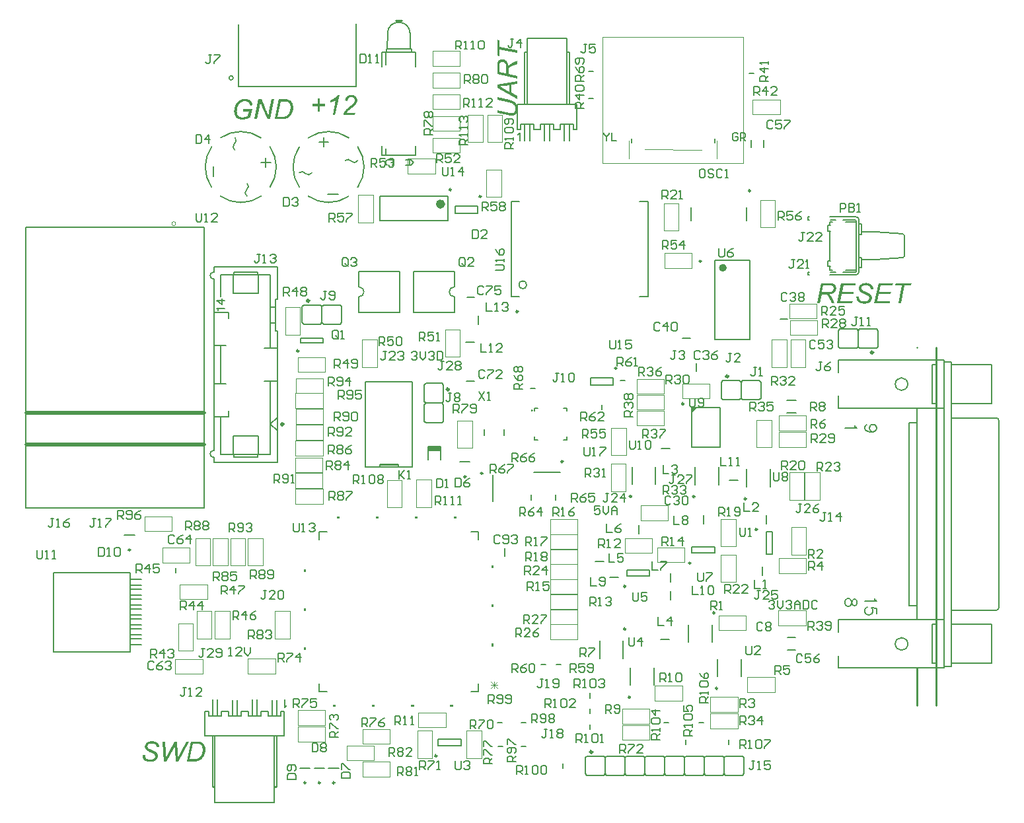
<source format=gto>
G04*
G04 #@! TF.GenerationSoftware,Altium Limited,Altium Designer,18.0.12 (696)*
G04*
G04 Layer_Color=39423*
%FSLAX44Y44*%
%MOMM*%
G71*
G01*
G75*
%ADD10C,0.2000*%
%ADD11C,0.2500*%
%ADD12C,0.3000*%
%ADD13C,0.0000*%
%ADD14C,0.5000*%
%ADD15C,0.6000*%
%ADD16C,0.1000*%
%ADD17C,0.2032*%
%ADD18C,0.1524*%
%ADD19C,0.1500*%
%ADD20C,0.0762*%
%ADD21C,0.1270*%
%ADD22R,1.6000X0.5500*%
G36*
X740874Y196345D02*
X738334D01*
Y200155D01*
X740874D01*
Y196345D01*
D02*
G37*
G36*
X775595Y126624D02*
X779405D01*
Y124084D01*
X775595D01*
Y126624D01*
D02*
G37*
G36*
X825595D02*
X829405D01*
Y124084D01*
X825595D01*
Y126624D01*
D02*
G37*
G36*
X740874Y246345D02*
X738334D01*
Y250155D01*
X740874D01*
Y246345D01*
D02*
G37*
G36*
Y296345D02*
X738334D01*
Y300155D01*
X740874D01*
Y296345D01*
D02*
G37*
G36*
X780595Y364876D02*
X784405D01*
Y367416D01*
X780595D01*
Y364876D01*
D02*
G37*
G36*
X830595D02*
X834405D01*
Y367416D01*
X830595D01*
Y364876D01*
D02*
G37*
G36*
X875595Y126624D02*
X879405D01*
Y124084D01*
X875595D01*
Y126624D01*
D02*
G37*
G36*
X925595D02*
X929405D01*
Y124084D01*
X925595D01*
Y126624D01*
D02*
G37*
G36*
X979126Y201345D02*
X981666D01*
Y205155D01*
X979126D01*
Y201345D01*
D02*
G37*
G36*
Y251345D02*
X981666D01*
Y255155D01*
X979126D01*
Y251345D01*
D02*
G37*
G36*
X880595Y364876D02*
X884405D01*
Y367416D01*
X880595D01*
Y364876D01*
D02*
G37*
G36*
X930595D02*
X934405D01*
Y367416D01*
X930595D01*
Y364876D01*
D02*
G37*
G36*
X979126Y301345D02*
X981666D01*
Y305155D01*
X979126D01*
Y301345D01*
D02*
G37*
G36*
X544187Y79763D02*
X544465D01*
X544770Y79735D01*
X545103Y79708D01*
X545492Y79652D01*
X546325Y79541D01*
X547213Y79347D01*
X548102Y79097D01*
X548935Y78736D01*
X548962D01*
X549018Y78681D01*
X549129Y78625D01*
X549296Y78542D01*
X549462Y78431D01*
X549684Y78320D01*
X550128Y77986D01*
X550656Y77598D01*
X551183Y77098D01*
X551655Y76543D01*
X551878Y76265D01*
X552072Y75932D01*
Y75904D01*
X552127Y75849D01*
X552155Y75765D01*
X552238Y75627D01*
X552294Y75488D01*
X552377Y75293D01*
X552571Y74877D01*
X552738Y74377D01*
X552905Y73822D01*
X553016Y73239D01*
X553044Y72628D01*
Y72600D01*
Y72490D01*
Y72323D01*
X553016Y72101D01*
X549712Y71823D01*
Y71879D01*
Y71990D01*
Y72212D01*
X549684Y72434D01*
X549656Y72712D01*
X549629Y72989D01*
X549573Y73267D01*
X549518Y73517D01*
X549490Y73572D01*
X549462Y73711D01*
X549351Y73905D01*
X549240Y74155D01*
X549101Y74433D01*
X548907Y74738D01*
X548685Y75044D01*
X548407Y75321D01*
X548379Y75349D01*
X548268Y75432D01*
X548102Y75571D01*
X547880Y75738D01*
X547602Y75932D01*
X547241Y76126D01*
X546852Y76321D01*
X546381Y76487D01*
X546325Y76515D01*
X546158Y76571D01*
X545881Y76626D01*
X545548Y76737D01*
X545131Y76820D01*
X544632Y76876D01*
X544104Y76931D01*
X543521Y76959D01*
X543243D01*
X543049Y76931D01*
X542827D01*
X542549Y76904D01*
X542244Y76848D01*
X541939Y76793D01*
X541217Y76654D01*
X540495Y76432D01*
X539801Y76099D01*
X539468Y75904D01*
X539162Y75682D01*
X539107Y75627D01*
X538968Y75516D01*
X538801Y75293D01*
X538579Y75016D01*
X538357Y74655D01*
X538191Y74211D01*
X538052Y73711D01*
X537996Y73128D01*
Y73100D01*
Y72961D01*
X538024Y72795D01*
X538052Y72573D01*
X538107Y72295D01*
X538191Y72017D01*
X538302Y71712D01*
X538468Y71434D01*
X538496Y71407D01*
X538579Y71323D01*
X538690Y71157D01*
X538885Y70990D01*
X539135Y70768D01*
X539440Y70518D01*
X539801Y70269D01*
X540245Y69991D01*
X540301Y69963D01*
X540356Y69935D01*
X540439Y69880D01*
X540550Y69824D01*
X540717Y69741D01*
X540911Y69658D01*
X541133Y69547D01*
X541383Y69436D01*
X541689Y69297D01*
X542050Y69130D01*
X542438Y68936D01*
X542882Y68742D01*
X543382Y68520D01*
X543937Y68270D01*
X544548Y67992D01*
X544576D01*
X544659Y67937D01*
X544826Y67881D01*
X544992Y67798D01*
X545215Y67687D01*
X545492Y67576D01*
X546075Y67298D01*
X546714Y66993D01*
X547324Y66659D01*
X547907Y66354D01*
X548157Y66188D01*
X548379Y66049D01*
X548407D01*
X548435Y66021D01*
X548601Y65882D01*
X548851Y65688D01*
X549157Y65438D01*
X549518Y65105D01*
X549879Y64716D01*
X550212Y64272D01*
X550517Y63800D01*
Y63772D01*
X550545Y63744D01*
X550600Y63661D01*
X550628Y63578D01*
X550767Y63300D01*
X550906Y62939D01*
X551045Y62495D01*
X551183Y61995D01*
X551267Y61440D01*
X551295Y60829D01*
Y60802D01*
Y60746D01*
Y60635D01*
X551267Y60469D01*
Y60302D01*
X551239Y60080D01*
X551128Y59580D01*
X550989Y58969D01*
X550767Y58331D01*
X550434Y57664D01*
X550239Y57331D01*
X550017Y56998D01*
X549990Y56970D01*
X549962Y56915D01*
X549879Y56832D01*
X549795Y56721D01*
X549656Y56554D01*
X549490Y56387D01*
X549101Y55999D01*
X548601Y55554D01*
X547991Y55110D01*
X547297Y54666D01*
X546492Y54278D01*
X546464D01*
X546381Y54250D01*
X546269Y54194D01*
X546103Y54139D01*
X545881Y54055D01*
X545631Y53972D01*
X545353Y53889D01*
X545020Y53805D01*
X544659Y53722D01*
X544271Y53639D01*
X543854Y53556D01*
X543410Y53472D01*
X542438Y53361D01*
X541383Y53334D01*
X540967D01*
X540662Y53361D01*
X540301Y53389D01*
X539856Y53445D01*
X539384Y53500D01*
X538857Y53583D01*
X538302Y53667D01*
X537719Y53805D01*
X537136Y53944D01*
X536525Y54139D01*
X535942Y54361D01*
X535359Y54611D01*
X534776Y54888D01*
X534249Y55221D01*
X534221Y55249D01*
X534137Y55305D01*
X533999Y55416D01*
X533832Y55582D01*
X533610Y55804D01*
X533388Y56082D01*
X533138Y56415D01*
X532888Y56776D01*
X532611Y57220D01*
X532361Y57720D01*
X532138Y58275D01*
X531944Y58914D01*
X531750Y59580D01*
X531611Y60330D01*
X531528Y61163D01*
X531500Y62051D01*
X534859Y62356D01*
X534804Y61440D01*
Y61412D01*
Y61385D01*
Y61301D01*
Y61190D01*
X534832Y60913D01*
X534887Y60552D01*
X534970Y60135D01*
X535081Y59663D01*
X535248Y59191D01*
X535470Y58719D01*
X535498Y58664D01*
X535609Y58525D01*
X535775Y58303D01*
X536025Y58025D01*
X536331Y57720D01*
X536719Y57415D01*
X537191Y57109D01*
X537747Y56832D01*
X537774D01*
X537830Y56804D01*
X537913Y56776D01*
X538024Y56721D01*
X538191Y56665D01*
X538357Y56610D01*
X538579Y56554D01*
X538801Y56498D01*
X539357Y56387D01*
X539995Y56276D01*
X540717Y56193D01*
X541494Y56165D01*
X541800D01*
X541994Y56193D01*
X542272D01*
X542549Y56249D01*
X542882Y56276D01*
X543243Y56332D01*
X543993Y56498D01*
X544770Y56721D01*
X545520Y57054D01*
X545881Y57276D01*
X546186Y57498D01*
X546214Y57526D01*
X546269Y57553D01*
X546325Y57637D01*
X546436Y57748D01*
X546714Y58025D01*
X547019Y58386D01*
X547297Y58858D01*
X547574Y59386D01*
X547685Y59663D01*
X547741Y59941D01*
X547796Y60274D01*
X547824Y60580D01*
Y60607D01*
Y60635D01*
Y60774D01*
X547769Y61024D01*
X547713Y61301D01*
X547602Y61634D01*
X547463Y62023D01*
X547241Y62384D01*
X546964Y62773D01*
X546908Y62828D01*
X546852Y62884D01*
X546769Y62939D01*
X546630Y63050D01*
X546492Y63161D01*
X546269Y63300D01*
X546047Y63467D01*
X545742Y63661D01*
X545409Y63855D01*
X545020Y64078D01*
X544576Y64300D01*
X544076Y64577D01*
X543521Y64827D01*
X542882Y65132D01*
X542188Y65438D01*
X542161Y65466D01*
X542050Y65493D01*
X541911Y65577D01*
X541689Y65660D01*
X541467Y65771D01*
X541161Y65882D01*
X540550Y66188D01*
X539856Y66493D01*
X539162Y66826D01*
X538857Y66993D01*
X538552Y67159D01*
X538274Y67298D01*
X538052Y67437D01*
X538024Y67464D01*
X537969Y67492D01*
X537885Y67548D01*
X537774Y67631D01*
X537469Y67881D01*
X537080Y68186D01*
X536664Y68547D01*
X536247Y68964D01*
X535859Y69408D01*
X535498Y69908D01*
Y69935D01*
X535470Y69963D01*
X535415Y70046D01*
X535387Y70157D01*
X535248Y70407D01*
X535109Y70796D01*
X534943Y71240D01*
X534832Y71768D01*
X534720Y72351D01*
X534693Y72961D01*
Y72989D01*
Y73045D01*
Y73156D01*
X534720Y73295D01*
Y73461D01*
X534748Y73683D01*
X534832Y74155D01*
X534970Y74683D01*
X535137Y75293D01*
X535415Y75904D01*
X535775Y76515D01*
Y76543D01*
X535831Y76598D01*
X535886Y76654D01*
X535970Y76765D01*
X536220Y77070D01*
X536581Y77403D01*
X537025Y77792D01*
X537580Y78208D01*
X538218Y78597D01*
X538940Y78930D01*
X538968D01*
X539024Y78958D01*
X539162Y79014D01*
X539301Y79069D01*
X539496Y79125D01*
X539745Y79208D01*
X539995Y79291D01*
X540301Y79374D01*
X540634Y79430D01*
X540995Y79513D01*
X541800Y79652D01*
X542688Y79763D01*
X543660Y79791D01*
X543965D01*
X544187Y79763D01*
D02*
G37*
G36*
X577807Y53750D02*
X574170D01*
X573338Y69241D01*
Y69269D01*
Y69325D01*
X573310Y69436D01*
Y69602D01*
Y69797D01*
X573282Y70019D01*
X573254Y70296D01*
Y70602D01*
X573227Y70963D01*
X573199Y71323D01*
X573171Y71740D01*
Y72184D01*
X573143Y72628D01*
X573116Y73128D01*
X573088Y74183D01*
Y74155D01*
X573032Y74072D01*
X572977Y73961D01*
X572921Y73794D01*
X572810Y73572D01*
X572699Y73350D01*
X572449Y72795D01*
X572172Y72184D01*
X571866Y71546D01*
X571561Y70935D01*
X571283Y70380D01*
X562455Y53750D01*
X558929D01*
X557347Y79374D01*
X560817D01*
X561400Y66687D01*
Y66632D01*
Y66576D01*
Y66493D01*
X561428Y66354D01*
Y66188D01*
Y65965D01*
X561455Y65715D01*
Y65438D01*
Y65077D01*
X561483Y64688D01*
Y64216D01*
X561511Y63689D01*
X561539Y63106D01*
Y62467D01*
X561567Y61746D01*
Y61690D01*
Y61579D01*
Y61385D01*
X561594Y61135D01*
Y60635D01*
X561622Y60385D01*
Y60191D01*
Y60163D01*
Y60135D01*
Y60024D01*
Y59858D01*
Y59636D01*
Y59330D01*
Y58941D01*
Y58470D01*
X561650Y58525D01*
X561705Y58664D01*
X561816Y58886D01*
X561955Y59191D01*
X562150Y59524D01*
X562344Y59941D01*
X562566Y60385D01*
X562788Y60885D01*
X563288Y61884D01*
X563815Y62912D01*
X564037Y63383D01*
X564287Y63828D01*
X564482Y64244D01*
X564676Y64605D01*
X572477Y79374D01*
X576003D01*
X576836Y64383D01*
Y64355D01*
Y64272D01*
X576863Y64133D01*
Y63911D01*
Y63661D01*
X576891Y63383D01*
Y63023D01*
X576919Y62634D01*
X576947Y62217D01*
Y61746D01*
X576974Y61218D01*
X577002Y60691D01*
Y60108D01*
X577030Y59497D01*
Y58858D01*
X577058Y58192D01*
X577085Y58247D01*
X577113Y58358D01*
X577197Y58553D01*
X577308Y58858D01*
X577474Y59219D01*
X577668Y59691D01*
X577891Y60219D01*
X578168Y60829D01*
X578196Y60857D01*
X578224Y60968D01*
X578279Y61107D01*
X578390Y61301D01*
X578474Y61523D01*
X578613Y61801D01*
X578890Y62412D01*
X579196Y63078D01*
X579529Y63772D01*
X579806Y64383D01*
X579945Y64661D01*
X580084Y64910D01*
X587358Y79374D01*
X590856D01*
X577807Y53750D01*
D02*
G37*
G36*
X602266Y79347D02*
X602571D01*
X602904Y79319D01*
X603571Y79264D01*
X604292Y79208D01*
X604959Y79097D01*
X605292Y79041D01*
X605570Y78958D01*
X605597D01*
X605653Y78930D01*
X605764Y78903D01*
X605930Y78847D01*
X606097Y78791D01*
X606319Y78708D01*
X606791Y78514D01*
X607346Y78264D01*
X607957Y77903D01*
X608540Y77515D01*
X609123Y77015D01*
X609151Y76987D01*
X609179Y76959D01*
X609262Y76876D01*
X609373Y76765D01*
X609484Y76626D01*
X609651Y76459D01*
X609956Y76071D01*
X610345Y75571D01*
X610706Y74960D01*
X611067Y74294D01*
X611372Y73545D01*
Y73517D01*
X611400Y73461D01*
X611455Y73350D01*
X611483Y73184D01*
X611566Y72989D01*
X611622Y72767D01*
X611677Y72490D01*
X611760Y72184D01*
X611844Y71851D01*
X611899Y71490D01*
X612038Y70713D01*
X612121Y69824D01*
X612149Y68880D01*
Y68853D01*
Y68742D01*
Y68575D01*
Y68353D01*
X612121Y68075D01*
X612094Y67770D01*
X612066Y67409D01*
X612038Y67020D01*
X611983Y66604D01*
X611927Y66160D01*
X611760Y65216D01*
X611511Y64216D01*
X611205Y63245D01*
Y63217D01*
X611150Y63134D01*
X611122Y62995D01*
X611039Y62828D01*
X610928Y62606D01*
X610817Y62356D01*
X610706Y62051D01*
X610539Y61746D01*
X610178Y61052D01*
X609762Y60302D01*
X609290Y59525D01*
X608734Y58775D01*
X608707Y58747D01*
X608679Y58692D01*
X608596Y58581D01*
X608485Y58470D01*
X608346Y58303D01*
X608179Y58109D01*
X607790Y57692D01*
X607291Y57193D01*
X606763Y56693D01*
X606180Y56193D01*
X605570Y55749D01*
X605542D01*
X605486Y55693D01*
X605403Y55638D01*
X605292Y55582D01*
X605125Y55471D01*
X604931Y55388D01*
X604709Y55277D01*
X604459Y55138D01*
X603904Y54888D01*
X603237Y54611D01*
X602488Y54361D01*
X601683Y54139D01*
X601655D01*
X601600Y54111D01*
X601516D01*
X601377Y54083D01*
X601211Y54055D01*
X601017Y54028D01*
X600767Y53972D01*
X600517Y53944D01*
X600211Y53917D01*
X599906Y53861D01*
X599184Y53805D01*
X598351Y53778D01*
X597463Y53750D01*
X588246D01*
X593576Y79374D01*
X602016D01*
X602266Y79347D01*
D02*
G37*
G36*
X663547Y903013D02*
X663770D01*
X664047Y902985D01*
X664352Y902958D01*
X664713Y902930D01*
X665463Y902791D01*
X666296Y902625D01*
X667129Y902375D01*
X667962Y902041D01*
X667989D01*
X668045Y901986D01*
X668156Y901930D01*
X668323Y901847D01*
X668489Y901764D01*
X668711Y901625D01*
X669183Y901347D01*
X669711Y900959D01*
X670266Y900487D01*
X670793Y899959D01*
X671265Y899376D01*
X671293Y899349D01*
X671321Y899293D01*
X671376Y899210D01*
X671460Y899071D01*
X671543Y898904D01*
X671654Y898710D01*
X671793Y898488D01*
X671904Y898238D01*
X672043Y897933D01*
X672181Y897627D01*
X672320Y897266D01*
X672459Y896878D01*
X672737Y896045D01*
X672959Y895101D01*
X669600Y894712D01*
Y894740D01*
X669572Y894823D01*
X669544Y894962D01*
X669489Y895156D01*
X669433Y895379D01*
X669322Y895628D01*
X669239Y895906D01*
X669100Y896211D01*
X668794Y896850D01*
X668406Y897544D01*
X667906Y898183D01*
X667628Y898488D01*
X667323Y898766D01*
X667295Y898793D01*
X667240Y898821D01*
X667157Y898904D01*
X667018Y898988D01*
X666851Y899099D01*
X666657Y899210D01*
X666407Y899349D01*
X666157Y899487D01*
X665852Y899626D01*
X665518Y899765D01*
X665158Y899876D01*
X664769Y899987D01*
X663908Y900154D01*
X663464Y900181D01*
X662964Y900209D01*
X662687D01*
X662492Y900181D01*
X662243Y900154D01*
X661937Y900126D01*
X661632Y900070D01*
X661271Y900015D01*
X660882Y899932D01*
X660466Y899848D01*
X659577Y899571D01*
X659133Y899404D01*
X658661Y899182D01*
X658189Y898960D01*
X657745Y898682D01*
X657717Y898654D01*
X657634Y898599D01*
X657523Y898516D01*
X657356Y898405D01*
X657134Y898238D01*
X656912Y898044D01*
X656635Y897822D01*
X656357Y897544D01*
X656052Y897239D01*
X655746Y896906D01*
X655413Y896545D01*
X655108Y896128D01*
X654774Y895684D01*
X654469Y895212D01*
X654164Y894685D01*
X653886Y894129D01*
X653858Y894101D01*
X653831Y893990D01*
X653747Y893824D01*
X653664Y893602D01*
X653553Y893296D01*
X653442Y892963D01*
X653303Y892575D01*
X653192Y892130D01*
X653053Y891631D01*
X652915Y891103D01*
X652803Y890520D01*
X652692Y889937D01*
X652609Y889299D01*
X652526Y888632D01*
X652498Y887938D01*
X652470Y887216D01*
Y887161D01*
Y887050D01*
Y886856D01*
X652498Y886578D01*
X652526Y886273D01*
X652581Y885884D01*
X652637Y885495D01*
X652720Y885051D01*
X652942Y884107D01*
X653081Y883607D01*
X653275Y883135D01*
X653497Y882663D01*
X653747Y882191D01*
X654025Y881775D01*
X654358Y881386D01*
X654386Y881359D01*
X654441Y881303D01*
X654552Y881192D01*
X654719Y881081D01*
X654913Y880942D01*
X655135Y880776D01*
X655413Y880581D01*
X655746Y880415D01*
X656107Y880220D01*
X656496Y880026D01*
X656940Y879859D01*
X657412Y879721D01*
X657912Y879610D01*
X658467Y879499D01*
X659050Y879443D01*
X659661Y879415D01*
X659799D01*
X659994Y879443D01*
X660244D01*
X660549Y879471D01*
X660910Y879526D01*
X661326Y879610D01*
X661798Y879693D01*
X662326Y879804D01*
X662881Y879943D01*
X663464Y880137D01*
X664103Y880331D01*
X664769Y880581D01*
X665435Y880887D01*
X666129Y881220D01*
X666851Y881609D01*
X668017Y887105D01*
X660160D01*
X660771Y889993D01*
X672015D01*
X669849Y879582D01*
X669822Y879554D01*
X669766Y879526D01*
X669627Y879443D01*
X669461Y879360D01*
X669266Y879249D01*
X669044Y879110D01*
X668767Y878971D01*
X668434Y878804D01*
X668100Y878638D01*
X667712Y878471D01*
X666907Y878111D01*
X665991Y877750D01*
X664991Y877416D01*
X664963D01*
X664880Y877389D01*
X664713Y877333D01*
X664519Y877278D01*
X664297Y877222D01*
X663992Y877167D01*
X663686Y877083D01*
X663325Y877000D01*
X662937Y876917D01*
X662520Y876861D01*
X661632Y876722D01*
X660660Y876611D01*
X659688Y876584D01*
X659439D01*
X659161Y876611D01*
X658772Y876639D01*
X658300Y876695D01*
X657773Y876750D01*
X657162Y876861D01*
X656551Y877000D01*
X655857Y877194D01*
X655191Y877416D01*
X654469Y877666D01*
X653775Y877999D01*
X653109Y878388D01*
X652470Y878832D01*
X651860Y879360D01*
X651304Y879943D01*
X651276Y879971D01*
X651193Y880082D01*
X651082Y880248D01*
X650943Y880443D01*
X650777Y880748D01*
X650582Y881081D01*
X650360Y881470D01*
X650166Y881914D01*
X649944Y882414D01*
X649722Y882969D01*
X649528Y883580D01*
X649361Y884218D01*
X649222Y884912D01*
X649111Y885662D01*
X649028Y886439D01*
X649000Y887244D01*
Y887300D01*
Y887439D01*
X649028Y887688D01*
Y888022D01*
X649055Y888438D01*
X649111Y888910D01*
X649167Y889437D01*
X649250Y890021D01*
X649361Y890659D01*
X649500Y891325D01*
X649666Y892019D01*
X649861Y892713D01*
X650083Y893463D01*
X650360Y894185D01*
X650666Y894907D01*
X651027Y895628D01*
X651054Y895684D01*
X651110Y895795D01*
X651249Y895989D01*
X651387Y896239D01*
X651582Y896572D01*
X651832Y896906D01*
X652109Y897322D01*
X652442Y897738D01*
X652776Y898183D01*
X653164Y898654D01*
X653581Y899127D01*
X654053Y899571D01*
X654525Y900015D01*
X655052Y900459D01*
X655580Y900848D01*
X656163Y901209D01*
X656190Y901236D01*
X656301Y901292D01*
X656468Y901375D01*
X656718Y901486D01*
X656995Y901625D01*
X657356Y901792D01*
X657745Y901958D01*
X658189Y902125D01*
X658689Y902291D01*
X659217Y902458D01*
X659799Y902625D01*
X660383Y902763D01*
X661021Y902874D01*
X661687Y902958D01*
X662381Y903013D01*
X663075Y903041D01*
X663353D01*
X663547Y903013D01*
D02*
G37*
G36*
X694974Y877000D02*
X691559D01*
X685341Y891797D01*
X685313Y891853D01*
X685257Y891964D01*
X685174Y892186D01*
X685063Y892464D01*
X684924Y892824D01*
X684758Y893213D01*
X684563Y893685D01*
X684369Y894185D01*
X684147Y894740D01*
X683925Y895323D01*
X683481Y896545D01*
X683009Y897849D01*
X682564Y899154D01*
Y899127D01*
X682537Y899015D01*
Y898849D01*
X682509Y898654D01*
X682453Y898377D01*
X682426Y898044D01*
X682370Y897655D01*
X682315Y897239D01*
X682231Y896767D01*
X682148Y896267D01*
X682065Y895740D01*
X681954Y895156D01*
X681843Y894546D01*
X681732Y893935D01*
X681454Y892602D01*
X678234Y877000D01*
X674902D01*
X680260Y902625D01*
X683869D01*
X688089Y892991D01*
X688117Y892935D01*
X688173Y892797D01*
X688283Y892575D01*
X688395Y892269D01*
X688561Y891880D01*
X688755Y891436D01*
X688978Y890964D01*
X689200Y890409D01*
X689422Y889854D01*
X689672Y889243D01*
X690199Y888022D01*
X690699Y886772D01*
X690921Y886161D01*
X691143Y885579D01*
Y885551D01*
X691171Y885495D01*
X691199Y885412D01*
X691254Y885273D01*
X691310Y885079D01*
X691393Y884884D01*
X691476Y884635D01*
X691559Y884357D01*
X691671Y884024D01*
X691781Y883691D01*
X691920Y883302D01*
X692059Y882886D01*
X692198Y882414D01*
X692337Y881942D01*
X692476Y881442D01*
X692642Y880887D01*
Y880915D01*
X692670Y881025D01*
X692698Y881220D01*
X692726Y881442D01*
X692781Y881747D01*
X692837Y882108D01*
X692892Y882497D01*
X692975Y882941D01*
X693059Y883441D01*
X693142Y883941D01*
X693253Y884496D01*
X693336Y885079D01*
X693586Y886300D01*
X693836Y887577D01*
X696973Y902625D01*
X700304D01*
X694974Y877000D01*
D02*
G37*
G36*
X714824Y902597D02*
X715130D01*
X715463Y902569D01*
X716129Y902514D01*
X716851Y902458D01*
X717517Y902347D01*
X717850Y902291D01*
X718128Y902208D01*
X718156D01*
X718211Y902180D01*
X718322Y902153D01*
X718489Y902097D01*
X718655Y902041D01*
X718877Y901958D01*
X719349Y901764D01*
X719905Y901514D01*
X720515Y901153D01*
X721098Y900764D01*
X721681Y900265D01*
X721709Y900237D01*
X721737Y900209D01*
X721820Y900126D01*
X721931Y900015D01*
X722042Y899876D01*
X722209Y899709D01*
X722514Y899321D01*
X722903Y898821D01*
X723264Y898210D01*
X723625Y897544D01*
X723930Y896795D01*
Y896767D01*
X723958Y896711D01*
X724014Y896600D01*
X724041Y896434D01*
X724125Y896239D01*
X724180Y896017D01*
X724236Y895740D01*
X724319Y895434D01*
X724402Y895101D01*
X724458Y894740D01*
X724596Y893963D01*
X724680Y893074D01*
X724707Y892130D01*
Y892103D01*
Y891992D01*
Y891825D01*
Y891603D01*
X724680Y891325D01*
X724652Y891020D01*
X724624Y890659D01*
X724596Y890270D01*
X724541Y889854D01*
X724485Y889410D01*
X724319Y888466D01*
X724069Y887466D01*
X723764Y886495D01*
Y886467D01*
X723708Y886384D01*
X723680Y886245D01*
X723597Y886078D01*
X723486Y885856D01*
X723375Y885606D01*
X723264Y885301D01*
X723097Y884995D01*
X722736Y884302D01*
X722320Y883552D01*
X721848Y882775D01*
X721293Y882025D01*
X721265Y881997D01*
X721237Y881942D01*
X721154Y881831D01*
X721043Y881720D01*
X720904Y881553D01*
X720738Y881359D01*
X720349Y880942D01*
X719849Y880443D01*
X719322Y879943D01*
X718739Y879443D01*
X718128Y878999D01*
X718100D01*
X718045Y878943D01*
X717961Y878888D01*
X717850Y878832D01*
X717684Y878721D01*
X717489Y878638D01*
X717267Y878527D01*
X717017Y878388D01*
X716462Y878138D01*
X715796Y877861D01*
X715046Y877611D01*
X714241Y877389D01*
X714213D01*
X714158Y877361D01*
X714075D01*
X713936Y877333D01*
X713769Y877305D01*
X713575Y877278D01*
X713325Y877222D01*
X713075Y877194D01*
X712770Y877167D01*
X712464Y877111D01*
X711743Y877056D01*
X710910Y877028D01*
X710021Y877000D01*
X700804D01*
X706135Y902625D01*
X714574D01*
X714824Y902597D01*
D02*
G37*
G36*
X758939Y896603D02*
X765907D01*
Y893660D01*
X758939D01*
Y886637D01*
X755968D01*
Y893660D01*
X749000D01*
Y896603D01*
X755968D01*
Y903571D01*
X758939D01*
Y896603D01*
D02*
G37*
G36*
X799749Y908180D02*
X799971Y908152D01*
X800221Y908124D01*
X800499Y908097D01*
X801110Y907986D01*
X801776Y907819D01*
X802470Y907597D01*
X803136Y907292D01*
X803164D01*
X803220Y907236D01*
X803303Y907208D01*
X803442Y907125D01*
X803747Y906903D01*
X804136Y906625D01*
X804580Y906264D01*
X805024Y905820D01*
X805441Y905321D01*
X805801Y904737D01*
Y904710D01*
X805829Y904654D01*
X805885Y904571D01*
X805940Y904460D01*
X806024Y904293D01*
X806079Y904127D01*
X806273Y903710D01*
X806440Y903183D01*
X806579Y902628D01*
X806690Y901989D01*
X806718Y901350D01*
Y901323D01*
Y901239D01*
Y901101D01*
X806690Y900906D01*
X806662Y900684D01*
X806634Y900407D01*
X806579Y900101D01*
X806496Y899768D01*
X806273Y899018D01*
X806135Y898630D01*
X805940Y898213D01*
X805746Y897769D01*
X805496Y897325D01*
X805219Y896881D01*
X804885Y896437D01*
Y896409D01*
X804830Y896353D01*
X804746Y896270D01*
X804635Y896131D01*
X804469Y895965D01*
X804247Y895743D01*
X803969Y895465D01*
X803636Y895160D01*
X803247Y894799D01*
X802803Y894382D01*
X802248Y893910D01*
X801637Y893383D01*
X800943Y892800D01*
X800166Y892133D01*
X799277Y891439D01*
X798306Y890662D01*
X798278Y890634D01*
X798195Y890579D01*
X798084Y890496D01*
X797917Y890357D01*
X797723Y890190D01*
X797501Y890024D01*
X797001Y889579D01*
X796418Y889107D01*
X795835Y888580D01*
X795307Y888080D01*
X794808Y887608D01*
X794752Y887553D01*
X794613Y887414D01*
X794419Y887164D01*
X794169Y886886D01*
X793892Y886553D01*
X793614Y886165D01*
X793336Y885776D01*
X793114Y885387D01*
X804580D01*
X803941Y882500D01*
X788700D01*
Y882528D01*
X788728Y882611D01*
X788755Y882722D01*
X788783Y882889D01*
X788839Y883083D01*
X788894Y883305D01*
X789033Y883833D01*
X789227Y884443D01*
X789449Y885054D01*
X789727Y885693D01*
X790033Y886303D01*
Y886331D01*
X790060Y886387D01*
X790116Y886470D01*
X790199Y886581D01*
X790393Y886859D01*
X790643Y887247D01*
X790976Y887719D01*
X791365Y888191D01*
X791837Y888719D01*
X792337Y889246D01*
X792365Y889274D01*
X792420Y889302D01*
X792503Y889385D01*
X792614Y889524D01*
X792809Y889663D01*
X793003Y889857D01*
X793253Y890079D01*
X793558Y890357D01*
X793919Y890662D01*
X794308Y890995D01*
X794780Y891384D01*
X795280Y891800D01*
X795835Y892272D01*
X796446Y892772D01*
X797140Y893327D01*
X797861Y893910D01*
X797889Y893938D01*
X797972Y893994D01*
X798111Y894105D01*
X798278Y894243D01*
X798472Y894410D01*
X798694Y894577D01*
X799222Y895021D01*
X799777Y895493D01*
X800332Y895965D01*
X800860Y896437D01*
X801054Y896631D01*
X801248Y896825D01*
X801276Y896853D01*
X801304Y896881D01*
X801471Y897047D01*
X801693Y897325D01*
X801998Y897658D01*
X802303Y898075D01*
X802609Y898519D01*
X802914Y898991D01*
X803164Y899491D01*
X803192Y899518D01*
X803220Y899657D01*
X803303Y899824D01*
X803386Y900073D01*
X803442Y900351D01*
X803525Y900684D01*
X803553Y901045D01*
X803580Y901434D01*
Y901462D01*
Y901517D01*
Y901600D01*
X803553Y901739D01*
Y901878D01*
X803525Y902072D01*
X803414Y902489D01*
X803275Y902961D01*
X803053Y903460D01*
X802720Y903960D01*
X802525Y904210D01*
X802303Y904432D01*
Y904460D01*
X802248Y904488D01*
X802081Y904626D01*
X801804Y904821D01*
X801443Y905071D01*
X800999Y905293D01*
X800499Y905487D01*
X799888Y905626D01*
X799583Y905682D01*
X799083D01*
X798944Y905654D01*
X798778D01*
X798611Y905626D01*
X798167Y905515D01*
X797695Y905376D01*
X797167Y905154D01*
X796612Y904821D01*
X796335Y904626D01*
X796085Y904404D01*
X796057D01*
X796029Y904349D01*
X795946Y904266D01*
X795863Y904155D01*
X795751Y904044D01*
X795613Y903877D01*
X795474Y903655D01*
X795335Y903433D01*
X795169Y903183D01*
X795030Y902878D01*
X794863Y902544D01*
X794697Y902183D01*
X794558Y901795D01*
X794419Y901378D01*
X794280Y900906D01*
X794169Y900407D01*
X791087Y900851D01*
Y900879D01*
X791115Y900990D01*
X791143Y901184D01*
X791199Y901406D01*
X791254Y901712D01*
X791337Y902045D01*
X791448Y902405D01*
X791587Y902794D01*
X791754Y903238D01*
X791920Y903655D01*
X792142Y904127D01*
X792392Y904571D01*
X792670Y905015D01*
X792975Y905432D01*
X793336Y905848D01*
X793725Y906237D01*
X793753Y906264D01*
X793836Y906320D01*
X793947Y906431D01*
X794114Y906542D01*
X794336Y906681D01*
X794585Y906848D01*
X794891Y907042D01*
X795224Y907236D01*
X795613Y907403D01*
X796029Y907597D01*
X796473Y907764D01*
X796945Y907902D01*
X797473Y908014D01*
X798028Y908124D01*
X798583Y908180D01*
X799194Y908208D01*
X799555D01*
X799749Y908180D01*
D02*
G37*
G36*
X778456Y882500D02*
X775319D01*
X779372Y901823D01*
X779344Y901795D01*
X779261Y901739D01*
X779094Y901628D01*
X778900Y901489D01*
X778622Y901323D01*
X778289Y901101D01*
X777900Y900879D01*
X777456Y900657D01*
X776956Y900379D01*
X776401Y900129D01*
X775790Y899851D01*
X775152Y899574D01*
X774430Y899296D01*
X773681Y899046D01*
X772848Y898796D01*
X771987Y898547D01*
X772570Y901406D01*
X772598D01*
X772681Y901462D01*
X772792Y901489D01*
X772987Y901573D01*
X773181Y901656D01*
X773431Y901767D01*
X773736Y901906D01*
X774042Y902045D01*
X774736Y902405D01*
X775541Y902822D01*
X776374Y903294D01*
X777234Y903849D01*
X777262Y903877D01*
X777345Y903905D01*
X777456Y903988D01*
X777623Y904099D01*
X777817Y904238D01*
X778011Y904404D01*
X778539Y904765D01*
X779094Y905182D01*
X779650Y905626D01*
X780205Y906070D01*
X780677Y906514D01*
X780704Y906542D01*
X780788Y906653D01*
X780927Y906792D01*
X781093Y906986D01*
X781287Y907236D01*
X781509Y907514D01*
X781759Y907847D01*
X781982Y908208D01*
X783814D01*
X778456Y882500D01*
D02*
G37*
G36*
X989263Y978390D02*
Y970034D01*
X1012000Y965286D01*
Y961899D01*
X989263Y966647D01*
Y958040D01*
X986376Y958651D01*
Y979001D01*
X989263Y978390D01*
D02*
G37*
G36*
X993149Y953876D02*
X993399Y953848D01*
X993733Y953793D01*
X994066Y953737D01*
X994454Y953654D01*
X994843Y953543D01*
X995259Y953404D01*
X995704Y953238D01*
X996148Y953043D01*
X996564Y952793D01*
X997008Y952516D01*
X997425Y952210D01*
X997813Y951849D01*
X997841Y951822D01*
X997897Y951766D01*
X998008Y951627D01*
X998147Y951461D01*
X998313Y951239D01*
X998508Y950961D01*
X998702Y950628D01*
X998924Y950239D01*
X999146Y949823D01*
X999368Y949323D01*
X999590Y948796D01*
X999812Y948185D01*
X1000007Y947518D01*
X1000201Y946824D01*
X1000340Y946047D01*
X1000479Y945214D01*
Y945242D01*
X1000534Y945270D01*
X1000645Y945436D01*
X1000867Y945714D01*
X1001117Y946019D01*
X1001450Y946352D01*
X1001784Y946713D01*
X1002144Y947047D01*
X1002533Y947352D01*
X1002561Y947380D01*
X1002644Y947435D01*
X1002755Y947518D01*
X1002922Y947602D01*
X1003116Y947741D01*
X1003366Y947907D01*
X1003644Y948074D01*
X1003949Y948268D01*
X1004310Y948462D01*
X1004671Y948684D01*
X1005448Y949101D01*
X1006309Y949517D01*
X1007197Y949906D01*
X1012000Y951877D01*
Y948046D01*
X1007253Y946214D01*
X1007225D01*
X1007142Y946158D01*
X1007003Y946103D01*
X1006808Y946047D01*
X1006586Y945936D01*
X1006337Y945825D01*
X1006031Y945714D01*
X1005698Y945547D01*
X1005004Y945214D01*
X1004254Y944826D01*
X1003477Y944409D01*
X1002755Y943937D01*
X1002727D01*
X1002700Y943909D01*
X1002533Y943798D01*
X1002311Y943604D01*
X1002061Y943382D01*
X1001756Y943132D01*
X1001478Y942827D01*
X1001228Y942494D01*
X1001034Y942160D01*
X1001006Y942133D01*
X1000978Y941994D01*
X1000895Y941772D01*
X1000812Y941466D01*
X1000756Y941050D01*
X1000673Y940550D01*
X1000645Y939939D01*
X1000618Y939218D01*
Y935248D01*
X1012000Y932860D01*
Y929473D01*
X986376Y934831D01*
Y946075D01*
X986403Y946352D01*
Y946658D01*
X986431Y946991D01*
Y947352D01*
X986514Y948129D01*
X986598Y948934D01*
X986736Y949712D01*
X986820Y950045D01*
X986931Y950378D01*
Y950406D01*
X986958Y950461D01*
X986986Y950545D01*
X987042Y950656D01*
X987181Y950933D01*
X987375Y951322D01*
X987653Y951738D01*
X987986Y952155D01*
X988430Y952571D01*
X988930Y952960D01*
X988957D01*
X988985Y952988D01*
X989068Y953043D01*
X989180Y953099D01*
X989346Y953182D01*
X989513Y953265D01*
X989707Y953349D01*
X989929Y953432D01*
X990484Y953598D01*
X991095Y953765D01*
X991817Y953876D01*
X992622Y953904D01*
X992650D01*
X992761D01*
X992927D01*
X993149Y953876D01*
D02*
G37*
G36*
X1012000Y922616D02*
X1004615Y921367D01*
Y911011D01*
X1012000Y906902D01*
Y903155D01*
X986376Y917619D01*
Y921700D01*
X1012000Y925947D01*
Y922616D01*
D02*
G37*
G36*
X1001423Y901905D02*
X1001478D01*
X1001589Y901878D01*
X1001784Y901822D01*
X1002061Y901766D01*
X1002366Y901683D01*
X1002755Y901572D01*
X1003172Y901461D01*
X1003616Y901350D01*
X1004587Y901017D01*
X1005615Y900656D01*
X1006586Y900239D01*
X1007058Y900017D01*
X1007503Y899768D01*
X1007530Y899740D01*
X1007614Y899712D01*
X1007725Y899629D01*
X1007863Y899518D01*
X1008058Y899407D01*
X1008280Y899240D01*
X1008530Y899046D01*
X1008807Y898824D01*
X1009363Y898296D01*
X1009973Y897685D01*
X1010556Y896964D01*
X1011112Y896131D01*
X1011139Y896103D01*
X1011167Y896020D01*
X1011223Y895909D01*
X1011306Y895714D01*
X1011417Y895492D01*
X1011528Y895242D01*
X1011639Y894937D01*
X1011778Y894604D01*
X1011889Y894215D01*
X1012028Y893799D01*
X1012139Y893354D01*
X1012222Y892883D01*
X1012389Y891855D01*
X1012416Y891328D01*
X1012444Y890745D01*
Y890467D01*
X1012416Y890245D01*
Y889995D01*
X1012389Y889718D01*
X1012361Y889385D01*
X1012333Y889024D01*
X1012222Y888246D01*
X1012056Y887386D01*
X1011806Y886553D01*
X1011500Y885720D01*
Y885692D01*
X1011445Y885637D01*
X1011389Y885526D01*
X1011334Y885387D01*
X1011223Y885192D01*
X1011112Y884998D01*
X1010806Y884526D01*
X1010418Y884026D01*
X1009973Y883499D01*
X1009446Y882999D01*
X1008835Y882555D01*
X1008807D01*
X1008752Y882499D01*
X1008669Y882472D01*
X1008530Y882388D01*
X1008363Y882305D01*
X1008197Y882222D01*
X1007974Y882139D01*
X1007725Y882028D01*
X1007142Y881833D01*
X1006503Y881667D01*
X1005781Y881555D01*
X1005004Y881500D01*
X1004976D01*
X1004948D01*
X1004865D01*
X1004754D01*
X1004587Y881528D01*
X1004421D01*
X1004171Y881555D01*
X1003921Y881583D01*
X1003616Y881611D01*
X1003283Y881667D01*
X1002894Y881722D01*
X1002478Y881805D01*
X1002033Y881861D01*
X1001506Y881972D01*
X1000951Y882083D01*
X1000368Y882194D01*
X986376Y885137D01*
Y888552D01*
X1002144Y885276D01*
X1002172D01*
X1002228Y885248D01*
X1002339D01*
X1002478Y885220D01*
X1002616Y885192D01*
X1002811Y885137D01*
X1003255Y885081D01*
X1003727Y884998D01*
X1004199Y884915D01*
X1004671Y884887D01*
X1005060Y884859D01*
X1005087D01*
X1005143D01*
X1005254D01*
X1005393Y884887D01*
X1005587Y884915D01*
X1005781Y884942D01*
X1006253Y885054D01*
X1006781Y885248D01*
X1007031Y885387D01*
X1007308Y885553D01*
X1007586Y885720D01*
X1007863Y885942D01*
X1008113Y886192D01*
X1008363Y886469D01*
Y886497D01*
X1008419Y886553D01*
X1008474Y886636D01*
X1008558Y886775D01*
X1008641Y886914D01*
X1008752Y887108D01*
X1008863Y887330D01*
X1008974Y887608D01*
X1009113Y887885D01*
X1009224Y888191D01*
X1009418Y888885D01*
X1009557Y889690D01*
X1009585Y890134D01*
X1009613Y890578D01*
Y890773D01*
X1009585Y890911D01*
Y891078D01*
X1009557Y891272D01*
X1009501Y891772D01*
X1009390Y892327D01*
X1009224Y892938D01*
X1009029Y893577D01*
X1008724Y894215D01*
Y894243D01*
X1008669Y894298D01*
X1008641Y894382D01*
X1008558Y894493D01*
X1008363Y894798D01*
X1008058Y895187D01*
X1007697Y895603D01*
X1007225Y896047D01*
X1006697Y896492D01*
X1006087Y896880D01*
X1006059D01*
X1006003Y896936D01*
X1005892Y896964D01*
X1005753Y897047D01*
X1005559Y897130D01*
X1005337Y897241D01*
X1005060Y897352D01*
X1004726Y897463D01*
X1004365Y897602D01*
X1003949Y897741D01*
X1003505Y897880D01*
X1003005Y898046D01*
X1002450Y898185D01*
X1001839Y898352D01*
X1001200Y898518D01*
X1000507Y898657D01*
X986376Y901600D01*
Y905042D01*
X1001423Y901905D01*
D02*
G37*
G36*
X1459237Y667063D02*
X1459514D01*
X1459820Y667035D01*
X1460153Y667008D01*
X1460542Y666952D01*
X1461375Y666841D01*
X1462263Y666647D01*
X1463151Y666397D01*
X1463984Y666036D01*
X1464012D01*
X1464068Y665980D01*
X1464178Y665925D01*
X1464345Y665842D01*
X1464512Y665731D01*
X1464734Y665620D01*
X1465178Y665286D01*
X1465706Y664898D01*
X1466233Y664398D01*
X1466705Y663843D01*
X1466927Y663565D01*
X1467121Y663232D01*
Y663204D01*
X1467177Y663149D01*
X1467205Y663065D01*
X1467288Y662926D01*
X1467343Y662788D01*
X1467427Y662593D01*
X1467621Y662177D01*
X1467788Y661677D01*
X1467954Y661122D01*
X1468065Y660539D01*
X1468093Y659928D01*
Y659901D01*
Y659789D01*
Y659623D01*
X1468065Y659401D01*
X1464762Y659123D01*
Y659179D01*
Y659290D01*
Y659512D01*
X1464734Y659734D01*
X1464706Y660012D01*
X1464678Y660289D01*
X1464623Y660567D01*
X1464567Y660817D01*
X1464539Y660872D01*
X1464512Y661011D01*
X1464401Y661205D01*
X1464290Y661455D01*
X1464151Y661733D01*
X1463956Y662038D01*
X1463734Y662344D01*
X1463457Y662621D01*
X1463429Y662649D01*
X1463318Y662732D01*
X1463151Y662871D01*
X1462929Y663038D01*
X1462652Y663232D01*
X1462291Y663426D01*
X1461902Y663621D01*
X1461430Y663787D01*
X1461375Y663815D01*
X1461208Y663870D01*
X1460930Y663926D01*
X1460597Y664037D01*
X1460181Y664120D01*
X1459681Y664176D01*
X1459154Y664231D01*
X1458571Y664259D01*
X1458293D01*
X1458099Y664231D01*
X1457876D01*
X1457599Y664204D01*
X1457294Y664148D01*
X1456988Y664093D01*
X1456266Y663954D01*
X1455544Y663732D01*
X1454850Y663399D01*
X1454517Y663204D01*
X1454212Y662982D01*
X1454156Y662926D01*
X1454018Y662815D01*
X1453851Y662593D01*
X1453629Y662316D01*
X1453407Y661955D01*
X1453240Y661511D01*
X1453101Y661011D01*
X1453046Y660428D01*
Y660400D01*
Y660261D01*
X1453074Y660095D01*
X1453101Y659873D01*
X1453157Y659595D01*
X1453240Y659317D01*
X1453351Y659012D01*
X1453518Y658734D01*
X1453546Y658707D01*
X1453629Y658623D01*
X1453740Y658457D01*
X1453934Y658290D01*
X1454184Y658068D01*
X1454489Y657818D01*
X1454850Y657568D01*
X1455295Y657291D01*
X1455350Y657263D01*
X1455406Y657235D01*
X1455489Y657180D01*
X1455600Y657124D01*
X1455767Y657041D01*
X1455961Y656958D01*
X1456183Y656847D01*
X1456433Y656736D01*
X1456738Y656597D01*
X1457099Y656430D01*
X1457488Y656236D01*
X1457932Y656041D01*
X1458432Y655819D01*
X1458987Y655570D01*
X1459598Y655292D01*
X1459626D01*
X1459709Y655236D01*
X1459875Y655181D01*
X1460042Y655098D01*
X1460264Y654986D01*
X1460542Y654875D01*
X1461125Y654598D01*
X1461763Y654293D01*
X1462374Y653959D01*
X1462957Y653654D01*
X1463207Y653487D01*
X1463429Y653349D01*
X1463457D01*
X1463484Y653321D01*
X1463651Y653182D01*
X1463901Y652988D01*
X1464206Y652738D01*
X1464567Y652405D01*
X1464928Y652016D01*
X1465261Y651572D01*
X1465567Y651100D01*
Y651072D01*
X1465594Y651044D01*
X1465650Y650961D01*
X1465678Y650878D01*
X1465816Y650600D01*
X1465955Y650239D01*
X1466094Y649795D01*
X1466233Y649295D01*
X1466316Y648740D01*
X1466344Y648129D01*
Y648102D01*
Y648046D01*
Y647935D01*
X1466316Y647768D01*
Y647602D01*
X1466288Y647380D01*
X1466177Y646880D01*
X1466039Y646269D01*
X1465816Y645631D01*
X1465483Y644964D01*
X1465289Y644631D01*
X1465067Y644298D01*
X1465039Y644270D01*
X1465011Y644215D01*
X1464928Y644131D01*
X1464845Y644020D01*
X1464706Y643854D01*
X1464539Y643687D01*
X1464151Y643299D01*
X1463651Y642855D01*
X1463040Y642410D01*
X1462346Y641966D01*
X1461541Y641577D01*
X1461513D01*
X1461430Y641550D01*
X1461319Y641494D01*
X1461152Y641439D01*
X1460930Y641355D01*
X1460681Y641272D01*
X1460403Y641189D01*
X1460070Y641105D01*
X1459709Y641022D01*
X1459320Y640939D01*
X1458904Y640856D01*
X1458459Y640772D01*
X1457488Y640661D01*
X1456433Y640633D01*
X1456016D01*
X1455711Y640661D01*
X1455350Y640689D01*
X1454906Y640744D01*
X1454434Y640800D01*
X1453907Y640883D01*
X1453351Y640967D01*
X1452768Y641105D01*
X1452185Y641244D01*
X1451575Y641439D01*
X1450992Y641661D01*
X1450408Y641911D01*
X1449825Y642188D01*
X1449298Y642521D01*
X1449270Y642549D01*
X1449187Y642605D01*
X1449048Y642716D01*
X1448882Y642882D01*
X1448660Y643104D01*
X1448437Y643382D01*
X1448188Y643715D01*
X1447938Y644076D01*
X1447660Y644520D01*
X1447410Y645020D01*
X1447188Y645575D01*
X1446994Y646214D01*
X1446799Y646880D01*
X1446661Y647630D01*
X1446577Y648462D01*
X1446550Y649351D01*
X1449909Y649656D01*
X1449853Y648740D01*
Y648712D01*
Y648684D01*
Y648601D01*
Y648490D01*
X1449881Y648213D01*
X1449937Y647852D01*
X1450020Y647435D01*
X1450131Y646963D01*
X1450297Y646491D01*
X1450520Y646019D01*
X1450547Y645964D01*
X1450658Y645825D01*
X1450825Y645603D01*
X1451075Y645325D01*
X1451380Y645020D01*
X1451769Y644715D01*
X1452241Y644409D01*
X1452796Y644131D01*
X1452824D01*
X1452879Y644104D01*
X1452963Y644076D01*
X1453074Y644020D01*
X1453240Y643965D01*
X1453407Y643909D01*
X1453629Y643854D01*
X1453851Y643798D01*
X1454406Y643687D01*
X1455045Y643576D01*
X1455767Y643493D01*
X1456544Y643465D01*
X1456849D01*
X1457044Y643493D01*
X1457321D01*
X1457599Y643549D01*
X1457932Y643576D01*
X1458293Y643632D01*
X1459043Y643798D01*
X1459820Y644020D01*
X1460569Y644354D01*
X1460930Y644576D01*
X1461236Y644798D01*
X1461263Y644826D01*
X1461319Y644853D01*
X1461375Y644937D01*
X1461486Y645048D01*
X1461763Y645325D01*
X1462069Y645686D01*
X1462346Y646158D01*
X1462624Y646686D01*
X1462735Y646963D01*
X1462790Y647241D01*
X1462846Y647574D01*
X1462874Y647879D01*
Y647907D01*
Y647935D01*
Y648074D01*
X1462818Y648324D01*
X1462763Y648601D01*
X1462652Y648934D01*
X1462513Y649323D01*
X1462291Y649684D01*
X1462013Y650073D01*
X1461958Y650128D01*
X1461902Y650184D01*
X1461819Y650239D01*
X1461680Y650350D01*
X1461541Y650461D01*
X1461319Y650600D01*
X1461097Y650767D01*
X1460791Y650961D01*
X1460458Y651155D01*
X1460070Y651377D01*
X1459626Y651600D01*
X1459126Y651877D01*
X1458571Y652127D01*
X1457932Y652432D01*
X1457238Y652738D01*
X1457210Y652766D01*
X1457099Y652793D01*
X1456960Y652877D01*
X1456738Y652960D01*
X1456516Y653071D01*
X1456211Y653182D01*
X1455600Y653487D01*
X1454906Y653793D01*
X1454212Y654126D01*
X1453907Y654293D01*
X1453601Y654459D01*
X1453324Y654598D01*
X1453101Y654737D01*
X1453074Y654764D01*
X1453018Y654792D01*
X1452935Y654848D01*
X1452824Y654931D01*
X1452518Y655181D01*
X1452130Y655486D01*
X1451713Y655847D01*
X1451297Y656264D01*
X1450908Y656708D01*
X1450547Y657207D01*
Y657235D01*
X1450520Y657263D01*
X1450464Y657346D01*
X1450436Y657457D01*
X1450297Y657707D01*
X1450159Y658096D01*
X1449992Y658540D01*
X1449881Y659068D01*
X1449770Y659651D01*
X1449742Y660261D01*
Y660289D01*
Y660345D01*
Y660456D01*
X1449770Y660594D01*
Y660761D01*
X1449798Y660983D01*
X1449881Y661455D01*
X1450020Y661983D01*
X1450186Y662593D01*
X1450464Y663204D01*
X1450825Y663815D01*
Y663843D01*
X1450880Y663898D01*
X1450936Y663954D01*
X1451019Y664065D01*
X1451269Y664370D01*
X1451630Y664703D01*
X1452074Y665092D01*
X1452630Y665508D01*
X1453268Y665897D01*
X1453990Y666230D01*
X1454018D01*
X1454073Y666258D01*
X1454212Y666313D01*
X1454351Y666369D01*
X1454545Y666425D01*
X1454795Y666508D01*
X1455045Y666591D01*
X1455350Y666674D01*
X1455683Y666730D01*
X1456044Y666813D01*
X1456849Y666952D01*
X1457738Y667063D01*
X1458709Y667091D01*
X1459015D01*
X1459237Y667063D01*
D02*
G37*
G36*
X1516594Y663787D02*
X1508237D01*
X1503490Y641050D01*
X1500103D01*
X1504850Y663787D01*
X1496244D01*
X1496855Y666674D01*
X1517204D01*
X1516594Y663787D01*
D02*
G37*
G36*
X1492801D02*
X1477588D01*
X1475922Y655764D01*
X1490830D01*
X1490220Y652877D01*
X1475311D01*
X1473451Y643937D01*
X1489664D01*
X1489053Y641050D01*
X1469453D01*
X1474812Y666674D01*
X1493412D01*
X1492801Y663787D01*
D02*
G37*
G36*
X1445050Y663787D02*
X1429837D01*
X1428171Y655764D01*
X1443079D01*
X1442469Y652877D01*
X1427560D01*
X1425700Y643937D01*
X1441913D01*
X1441302Y641050D01*
X1421702D01*
X1427061Y666674D01*
X1445661D01*
X1445050Y663787D01*
D02*
G37*
G36*
X1412930Y666647D02*
X1413235D01*
X1413568Y666619D01*
X1413929D01*
X1414706Y666536D01*
X1415511Y666452D01*
X1416289Y666313D01*
X1416622Y666230D01*
X1416955Y666119D01*
X1416983D01*
X1417038Y666091D01*
X1417122Y666064D01*
X1417233Y666008D01*
X1417510Y665869D01*
X1417899Y665675D01*
X1418315Y665397D01*
X1418732Y665064D01*
X1419148Y664620D01*
X1419537Y664120D01*
Y664093D01*
X1419565Y664065D01*
X1419620Y663981D01*
X1419676Y663870D01*
X1419759Y663704D01*
X1419842Y663537D01*
X1419926Y663343D01*
X1420009Y663121D01*
X1420175Y662566D01*
X1420342Y661955D01*
X1420453Y661233D01*
X1420481Y660428D01*
Y660400D01*
Y660289D01*
Y660123D01*
X1420453Y659901D01*
X1420425Y659651D01*
X1420370Y659317D01*
X1420314Y658984D01*
X1420231Y658596D01*
X1420120Y658207D01*
X1419981Y657791D01*
X1419814Y657346D01*
X1419620Y656902D01*
X1419370Y656486D01*
X1419093Y656041D01*
X1418787Y655625D01*
X1418426Y655236D01*
X1418399Y655209D01*
X1418343Y655153D01*
X1418204Y655042D01*
X1418038Y654903D01*
X1417816Y654737D01*
X1417538Y654542D01*
X1417205Y654348D01*
X1416816Y654126D01*
X1416400Y653904D01*
X1415900Y653682D01*
X1415373Y653460D01*
X1414762Y653238D01*
X1414095Y653043D01*
X1413401Y652849D01*
X1412624Y652710D01*
X1411791Y652571D01*
X1411819D01*
X1411847Y652516D01*
X1412013Y652405D01*
X1412291Y652183D01*
X1412596Y651933D01*
X1412930Y651600D01*
X1413290Y651266D01*
X1413624Y650906D01*
X1413929Y650517D01*
X1413957Y650489D01*
X1414012Y650406D01*
X1414095Y650295D01*
X1414179Y650128D01*
X1414318Y649934D01*
X1414484Y649684D01*
X1414651Y649406D01*
X1414845Y649101D01*
X1415039Y648740D01*
X1415262Y648379D01*
X1415678Y647602D01*
X1416094Y646741D01*
X1416483Y645853D01*
X1418454Y641050D01*
X1414623D01*
X1412791Y645797D01*
Y645825D01*
X1412735Y645908D01*
X1412680Y646047D01*
X1412624Y646242D01*
X1412513Y646464D01*
X1412402Y646713D01*
X1412291Y647019D01*
X1412124Y647352D01*
X1411791Y648046D01*
X1411403Y648796D01*
X1410986Y649573D01*
X1410514Y650295D01*
Y650322D01*
X1410486Y650350D01*
X1410375Y650517D01*
X1410181Y650739D01*
X1409959Y650989D01*
X1409709Y651294D01*
X1409404Y651572D01*
X1409071Y651822D01*
X1408737Y652016D01*
X1408710Y652044D01*
X1408571Y652072D01*
X1408349Y652155D01*
X1408043Y652238D01*
X1407627Y652294D01*
X1407127Y652377D01*
X1406516Y652405D01*
X1405795Y652432D01*
X1401825D01*
X1399437Y641050D01*
X1396050D01*
X1401408Y666674D01*
X1412652D01*
X1412930Y666647D01*
D02*
G37*
%LPC*%
G36*
X601405Y76487D02*
X596380D01*
X592244Y56637D01*
X596769D01*
X596991Y56665D01*
X597269D01*
X597602Y56693D01*
X597935D01*
X598712Y56748D01*
X599517Y56859D01*
X600350Y56970D01*
X601183Y57137D01*
X601211D01*
X601239Y57165D01*
X601405Y57193D01*
X601655Y57276D01*
X601960Y57359D01*
X602321Y57498D01*
X602710Y57664D01*
X603099Y57831D01*
X603487Y58053D01*
X603515D01*
X603543Y58081D01*
X603682Y58192D01*
X603932Y58358D01*
X604237Y58608D01*
X604570Y58914D01*
X604959Y59247D01*
X605348Y59663D01*
X605736Y60135D01*
X605764Y60163D01*
X605792Y60219D01*
X605875Y60302D01*
X605958Y60441D01*
X606069Y60607D01*
X606208Y60802D01*
X606347Y61024D01*
X606513Y61274D01*
X606847Y61857D01*
X607207Y62523D01*
X607541Y63245D01*
X607874Y64050D01*
Y64078D01*
X607902Y64161D01*
X607957Y64272D01*
X608013Y64439D01*
X608068Y64633D01*
X608124Y64883D01*
X608207Y65188D01*
X608290Y65493D01*
X608346Y65854D01*
X608429Y66243D01*
X608485Y66659D01*
X608568Y67076D01*
X608651Y68020D01*
X608679Y69047D01*
Y69075D01*
Y69186D01*
Y69352D01*
X608651Y69574D01*
Y69824D01*
X608623Y70130D01*
X608596Y70463D01*
X608540Y70824D01*
X608401Y71601D01*
X608207Y72406D01*
X607929Y73156D01*
X607763Y73517D01*
X607568Y73850D01*
Y73878D01*
X607513Y73933D01*
X607457Y74016D01*
X607374Y74127D01*
X607152Y74405D01*
X606819Y74766D01*
X606430Y75127D01*
X605958Y75488D01*
X605431Y75821D01*
X604820Y76071D01*
X604764Y76099D01*
X604681D01*
X604598Y76126D01*
X604459Y76182D01*
X604292Y76210D01*
X604098Y76237D01*
X603876Y76293D01*
X603598Y76321D01*
X603321Y76348D01*
X603015Y76404D01*
X602654Y76432D01*
X602266Y76459D01*
X601849D01*
X601405Y76487D01*
D02*
G37*
G36*
X713963Y899737D02*
X708939D01*
X704802Y879887D01*
X709327D01*
X709549Y879915D01*
X709827D01*
X710160Y879943D01*
X710493D01*
X711271Y879998D01*
X712076Y880109D01*
X712909Y880220D01*
X713741Y880387D01*
X713769D01*
X713797Y880415D01*
X713963Y880443D01*
X714213Y880526D01*
X714519Y880609D01*
X714880Y880748D01*
X715268Y880915D01*
X715657Y881081D01*
X716046Y881303D01*
X716074D01*
X716101Y881331D01*
X716240Y881442D01*
X716490Y881609D01*
X716795Y881858D01*
X717128Y882164D01*
X717517Y882497D01*
X717906Y882913D01*
X718294Y883385D01*
X718322Y883413D01*
X718350Y883469D01*
X718433Y883552D01*
X718516Y883691D01*
X718628Y883857D01*
X718766Y884052D01*
X718905Y884274D01*
X719072Y884524D01*
X719405Y885107D01*
X719766Y885773D01*
X720099Y886495D01*
X720432Y887300D01*
Y887327D01*
X720460Y887411D01*
X720515Y887522D01*
X720571Y887688D01*
X720627Y887883D01*
X720682Y888133D01*
X720765Y888438D01*
X720849Y888743D01*
X720904Y889104D01*
X720987Y889493D01*
X721043Y889909D01*
X721126Y890326D01*
X721209Y891270D01*
X721237Y892297D01*
Y892325D01*
Y892436D01*
Y892602D01*
X721209Y892824D01*
Y893074D01*
X721182Y893380D01*
X721154Y893713D01*
X721098Y894074D01*
X720960Y894851D01*
X720765Y895656D01*
X720488Y896406D01*
X720321Y896767D01*
X720127Y897100D01*
Y897128D01*
X720071Y897183D01*
X720016Y897266D01*
X719932Y897377D01*
X719710Y897655D01*
X719377Y898016D01*
X718988Y898377D01*
X718516Y898738D01*
X717989Y899071D01*
X717378Y899321D01*
X717323Y899349D01*
X717240D01*
X717156Y899376D01*
X717017Y899432D01*
X716851Y899460D01*
X716656Y899487D01*
X716434Y899543D01*
X716157Y899571D01*
X715879Y899598D01*
X715574Y899654D01*
X715213Y899682D01*
X714824Y899709D01*
X714408D01*
X713963Y899737D01*
D02*
G37*
G36*
X992567Y950628D02*
X992511D01*
X992372D01*
X992178Y950600D01*
X991900Y950572D01*
X991595Y950489D01*
X991289Y950406D01*
X990956Y950267D01*
X990623Y950100D01*
X990595Y950073D01*
X990484Y950017D01*
X990346Y949906D01*
X990179Y949740D01*
X989985Y949545D01*
X989790Y949323D01*
X989624Y949073D01*
X989485Y948768D01*
X989457Y948740D01*
X989429Y948601D01*
X989374Y948407D01*
X989318Y948129D01*
X989263Y947741D01*
X989235Y947269D01*
X989180Y946686D01*
Y937635D01*
X997841Y935831D01*
Y942327D01*
X997813Y943021D01*
Y943743D01*
X997786Y944048D01*
Y944354D01*
X997758Y944604D01*
Y944909D01*
X997730Y945020D01*
Y945159D01*
X997702Y945325D01*
X997675Y945520D01*
X997591Y945964D01*
X997480Y946464D01*
X997314Y946991D01*
X997120Y947518D01*
X996897Y947990D01*
Y948018D01*
X996870Y948046D01*
X996759Y948185D01*
X996620Y948435D01*
X996398Y948712D01*
X996148Y949018D01*
X995842Y949351D01*
X995481Y949656D01*
X995065Y949934D01*
X995010Y949962D01*
X994871Y950045D01*
X994621Y950156D01*
X994315Y950295D01*
X993955Y950406D01*
X993510Y950517D01*
X993066Y950600D01*
X992567Y950628D01*
D02*
G37*
G36*
X1001978Y920950D02*
X995565Y919978D01*
X995509D01*
X995398Y919951D01*
X995204Y919923D01*
X994926Y919895D01*
X994593Y919840D01*
X994204Y919784D01*
X993788Y919729D01*
X993316Y919645D01*
X992844Y919590D01*
X992317Y919534D01*
X991262Y919395D01*
X990179Y919312D01*
X989679Y919257D01*
X989180Y919229D01*
X989207D01*
X989290Y919201D01*
X989402Y919146D01*
X989568Y919062D01*
X989790Y918979D01*
X990040Y918868D01*
X990346Y918729D01*
X990651Y918590D01*
X991040Y918396D01*
X991428Y918229D01*
X991872Y918007D01*
X992317Y917785D01*
X993316Y917258D01*
X994399Y916675D01*
X1001978Y912483D01*
Y920950D01*
D02*
G37*
G36*
X1413263Y663870D02*
X1404212D01*
X1402408Y655209D01*
X1408904D01*
X1409598Y655236D01*
X1410320D01*
X1410625Y655264D01*
X1410931D01*
X1411181Y655292D01*
X1411486D01*
X1411597Y655320D01*
X1411736D01*
X1411902Y655348D01*
X1412097Y655375D01*
X1412541Y655459D01*
X1413041Y655570D01*
X1413568Y655736D01*
X1414095Y655930D01*
X1414568Y656153D01*
X1414595D01*
X1414623Y656180D01*
X1414762Y656291D01*
X1415012Y656430D01*
X1415289Y656652D01*
X1415595Y656902D01*
X1415928Y657207D01*
X1416233Y657568D01*
X1416511Y657985D01*
X1416539Y658040D01*
X1416622Y658179D01*
X1416733Y658429D01*
X1416872Y658734D01*
X1416983Y659095D01*
X1417094Y659539D01*
X1417177Y659984D01*
X1417205Y660483D01*
Y660539D01*
Y660678D01*
X1417177Y660872D01*
X1417149Y661150D01*
X1417066Y661455D01*
X1416983Y661760D01*
X1416844Y662094D01*
X1416677Y662427D01*
X1416650Y662455D01*
X1416594Y662566D01*
X1416483Y662704D01*
X1416317Y662871D01*
X1416122Y663065D01*
X1415900Y663260D01*
X1415650Y663426D01*
X1415345Y663565D01*
X1415317Y663593D01*
X1415178Y663621D01*
X1414984Y663676D01*
X1414706Y663732D01*
X1414318Y663787D01*
X1413846Y663815D01*
X1413263Y663870D01*
D02*
G37*
%LPD*%
D10*
X874460Y987240D02*
G03*
X845640Y987240I-14410J-368D01*
G01*
X647644Y930000D02*
G03*
X647644Y930000I-2644J0D01*
G01*
X808900Y649400D02*
G03*
X808900Y662100I0J6350D01*
G01*
X808900Y649400D02*
G03*
X808900Y662100I0J6350D01*
G01*
X622911Y452672D02*
G03*
X622911Y443528I0J-4572D01*
G01*
Y681272D02*
G03*
X622911Y672128I0J-4572D01*
G01*
X1512300Y537450D02*
G03*
X1512300Y537450I-8000J0D01*
G01*
Y204450D02*
G03*
X1512300Y204450I-8000J0D01*
G01*
X1626000Y247843D02*
G03*
X1629000Y250843I0J3000D01*
G01*
Y490875D02*
G03*
X1626000Y493875I-3000J0D01*
G01*
X1506135Y699624D02*
G03*
X1508000Y701619I-135J1995D01*
G01*
Y727881D02*
G03*
X1506134Y729876I-2000J0D01*
G01*
X1446000Y747250D02*
G03*
X1445000Y748250I-1000J0D01*
G01*
X1450000Y747250D02*
G03*
X1445000Y752250I-5000J0D01*
G01*
Y681250D02*
G03*
X1446000Y682250I0J1000D01*
G01*
X1445000Y677250D02*
G03*
X1450000Y682250I0J5000D01*
G01*
X1023900Y664775D02*
G03*
X1023900Y664775I-5000J0D01*
G01*
X931100Y662100D02*
G03*
X931100Y649400I0J-6350D01*
G01*
X931100Y662100D02*
G03*
X931100Y649400I0J-6350D01*
G01*
X795930Y853138D02*
G03*
X744070Y853138I-25930J-37388D01*
G01*
X732612Y841680D02*
G03*
X732612Y789820I37388J-25930D01*
G01*
X744070Y778362D02*
G03*
X795930Y778362I25930J37388D01*
G01*
X807388Y789820D02*
G03*
X807388Y841680I-37388J25930D01*
G01*
X799001Y823350D02*
G03*
X791250Y824032I-4151J-2787D01*
G01*
X799250Y823150D02*
G03*
X807350Y823812I3812J3235D01*
G01*
X740350Y807500D02*
G03*
X748450Y808162I3812J3235D01*
G01*
X740101Y807700D02*
G03*
X732350Y808382I-4151J-2787D01*
G01*
X694888Y789820D02*
G03*
X694888Y841680I-37388J25930D01*
G01*
X683430Y853138D02*
G03*
X631570Y853138I-25930J-37388D01*
G01*
X620112Y841680D02*
G03*
X620112Y789820I37388J-25930D01*
G01*
X631570Y778362D02*
G03*
X683430Y778362I25930J37388D01*
G01*
X665100Y786749D02*
G03*
X665782Y794500I-2787J4151D01*
G01*
X664900Y786500D02*
G03*
X665562Y778400I3235J-3812D01*
G01*
X649250Y845400D02*
G03*
X649912Y837300I3235J-3812D01*
G01*
X649450Y845649D02*
G03*
X650132Y853400I-2787J4151D01*
G01*
X1196500Y454750D02*
X1207500D01*
X881640Y944097D02*
Y963250D01*
X838460Y830780D02*
X881640D01*
X838460D02*
Y842313D01*
Y963250D02*
X881640D01*
X876052D02*
Y967060D01*
X844048D02*
X876052D01*
X844048Y963250D02*
Y967060D01*
X845064D02*
X845640Y987240D01*
X874460D02*
X875036Y967060D01*
X838460Y944097D02*
Y963250D01*
X881640Y830780D02*
Y842313D01*
X843460Y947189D02*
Y963250D01*
Y830780D02*
Y839221D01*
X838460Y963250D02*
X881640D01*
X1078575Y849871D02*
Y870300D01*
X1072225Y849871D02*
Y870300D01*
X1053175Y849871D02*
Y870300D01*
X1046825Y849871D02*
Y870300D01*
X1027775Y849871D02*
Y870300D01*
X1021425Y849871D02*
Y870300D01*
X1078575Y895700D02*
Y962800D01*
X1075400Y963090D02*
X1078575Y962800D01*
X1075400Y895700D02*
Y980950D01*
X1024600D02*
X1075400D01*
X1024600Y895700D02*
Y980950D01*
X1021425Y962800D02*
X1024600D01*
X1021425Y895700D02*
Y962800D01*
X1011900Y863950D02*
Y895700D01*
Y863950D02*
X1016345D01*
Y870300D01*
X1032855D01*
Y863950D02*
Y870300D01*
Y863950D02*
X1041745D01*
Y870300D01*
X1058255D01*
Y863950D02*
Y870300D01*
Y863950D02*
X1067145D01*
Y870300D01*
X1083655D01*
Y863950D02*
Y870300D01*
Y863950D02*
X1088100D01*
Y895700D01*
X1011900D02*
X1088100D01*
X1011900Y863950D02*
Y895700D01*
X655000Y919000D02*
Y998310D01*
X805000Y919000D02*
Y999000D01*
X655000Y919000D02*
X805000D01*
X515700Y286900D02*
X530250D01*
X515700Y279900D02*
X530250D01*
X515700Y274200D02*
X530250D01*
X515700Y267200D02*
X530250D01*
X515700Y261500D02*
X530250D01*
X515700Y254500D02*
X530250D01*
X515700Y248800D02*
X530250D01*
X515700Y241800D02*
X530250D01*
X515700Y236100D02*
X530250D01*
X515700Y229100D02*
X530250D01*
X515700Y223400D02*
X530250D01*
X515700Y216400D02*
X530250D01*
X515700Y210700D02*
X530250D01*
X515700Y203700D02*
X530250D01*
X417200Y194500D02*
X515700D01*
Y296100D01*
X417200D02*
X515700D01*
X417200Y194500D02*
Y296100D01*
X1270050Y408550D02*
Y431050D01*
X1240050Y408550D02*
Y431050D01*
X915250Y513050D02*
X917250Y511050D01*
Y489650D02*
Y511050D01*
X915250Y487650D02*
X917250Y489650D01*
X894750Y487650D02*
X915250D01*
X892750Y489650D02*
X894750Y487650D01*
X892750Y489650D02*
Y511050D01*
X894750Y513050D01*
X915250D01*
X894750Y538450D02*
X915250D01*
X892750Y536450D02*
X894750Y538450D01*
X892750Y515050D02*
Y536450D01*
Y515050D02*
X894750Y513050D01*
X915250D02*
X917250Y515050D01*
Y536450D01*
X915250Y538450D02*
X917250Y536450D01*
X1208500Y284250D02*
Y295250D01*
X1231550Y206550D02*
Y229050D01*
X1261550Y206550D02*
Y229050D01*
X1208500Y261250D02*
Y272250D01*
X1152550Y291300D02*
X1181550D01*
X1152550D02*
Y299300D01*
X1181550D01*
Y291300D02*
Y299300D01*
X1130550Y290050D02*
X1141550D01*
X1111500Y309750D02*
X1122500D01*
X1167800Y345775D02*
Y356775D01*
X1358000Y213000D02*
X1368000D01*
X1358000Y197000D02*
X1368000D01*
X1268800Y163050D02*
Y185050D01*
X1298800Y163050D02*
Y185050D01*
X1244500Y103250D02*
X1250500D01*
X1195250Y210250D02*
X1206250D01*
X1199500Y103250D02*
X1205500D01*
X1227500Y75250D02*
Y81250D01*
X1282500Y75250D02*
Y81250D01*
X1251050Y358300D02*
Y369300D01*
X1235800Y321050D02*
X1264800D01*
X1235800D02*
Y329050D01*
X1264800D01*
Y321050D02*
Y329050D01*
X1331050Y319300D02*
Y348300D01*
X1339050D01*
Y319300D02*
Y348300D01*
X1331050Y319300D02*
X1339050D01*
X1331050Y358550D02*
Y369550D01*
X1284000Y414250D02*
X1295000D01*
X1336050Y405800D02*
Y428300D01*
X1306050Y405800D02*
Y428300D01*
X1235000Y456250D02*
X1272000D01*
X1235000Y507250D02*
X1272000D01*
Y456250D02*
Y507250D01*
X1235000Y456250D02*
Y507250D01*
X1235500Y501250D02*
X1241500Y507250D01*
X1235000Y502750D02*
X1239500Y507250D01*
X1235500Y504750D02*
X1237500Y506750D01*
X1120250Y504500D02*
Y510500D01*
X1106050Y545384D02*
X1135050D01*
Y536384D02*
Y545384D01*
X1106050Y536384D02*
X1135050D01*
X1106050D02*
Y545384D01*
X1070000Y45250D02*
Y51250D01*
X1276800Y58500D02*
X1278800Y60500D01*
X1300200D01*
X1302200Y58500D01*
X1300200Y36000D02*
X1302200Y38000D01*
X1278800Y36000D02*
X1300200D01*
X1276800Y38000D02*
X1278800Y36000D01*
X1302200Y38000D02*
Y58500D01*
X1251400D02*
X1253400Y60500D01*
X1274800D01*
X1276800Y58500D01*
X1274800Y36000D02*
X1276800Y38000D01*
X1253400Y36000D02*
X1274800D01*
X1251400Y38000D02*
X1253400Y36000D01*
X1276800Y38000D02*
Y58500D01*
X1226000D02*
X1228000Y60500D01*
X1249400D01*
X1251400Y58500D01*
X1249400Y36000D02*
X1251400Y38000D01*
X1228000Y36000D02*
X1249400D01*
X1226000Y38000D02*
X1228000Y36000D01*
X1251400Y38000D02*
Y58500D01*
X1200600D02*
X1202600Y60500D01*
X1224000D01*
X1226000Y58500D01*
X1224000Y36000D02*
X1226000Y38000D01*
X1202600Y36000D02*
X1224000D01*
X1200600Y38000D02*
X1202600Y36000D01*
X1226000Y38000D02*
Y58500D01*
X1175200D02*
X1177200Y60500D01*
X1198600D01*
X1200600Y58500D01*
X1198600Y36000D02*
X1200600Y38000D01*
X1177200Y36000D02*
X1198600D01*
X1175200Y38000D02*
X1177200Y36000D01*
X1200600Y38000D02*
Y58500D01*
X1149800D02*
X1151800Y60500D01*
X1173200D01*
X1175200Y58500D01*
X1173200Y36000D02*
X1175200Y38000D01*
X1151800Y36000D02*
X1173200D01*
X1149800Y38000D02*
X1151800Y36000D01*
X1175200Y38000D02*
Y58500D01*
X1149800Y38000D02*
Y58500D01*
X1124400Y38000D02*
X1126400Y36000D01*
X1147800D01*
X1149800Y38000D01*
X1147800Y60500D02*
X1149800Y58500D01*
X1126400Y60500D02*
X1147800D01*
X1124400Y58500D02*
X1126400Y60500D01*
X1099000Y58500D02*
X1101000Y60500D01*
X1122400D01*
X1124400Y58500D01*
Y38000D02*
Y58500D01*
X1122400Y36000D02*
X1124400Y38000D01*
X1101000Y36000D02*
X1122400D01*
X1099000Y38000D02*
X1101000Y36000D01*
X1099000Y38000D02*
Y58500D01*
X1017000Y103250D02*
X1023000D01*
X986750D02*
X992750D01*
X1017000Y73250D02*
X1023000D01*
X910500Y74000D02*
X939500D01*
X910500D02*
Y82000D01*
X939500D01*
Y74000D02*
Y82000D01*
X1105000Y95250D02*
Y101250D01*
Y115250D02*
Y121250D01*
Y135250D02*
Y141250D01*
X1062000Y178250D02*
X1068000D01*
X1042000D02*
X1048000D01*
X1147550Y185800D02*
Y208300D01*
X1117550Y185800D02*
Y208300D01*
X1189050Y408800D02*
Y431300D01*
X1159050Y408800D02*
Y431300D01*
X1144050Y542134D02*
X1150050D01*
X995500Y317250D02*
Y327250D01*
X980250Y387000D02*
Y421000D01*
X1029250Y389250D02*
Y395250D01*
X1060750Y389250D02*
Y395250D01*
X1033250Y424250D02*
X1067250D01*
X1071010Y507000D02*
X1075000D01*
Y503010D02*
Y507000D01*
Y466000D02*
Y469990D01*
X1071010Y466000D02*
X1075000D01*
X1034000D02*
X1037990D01*
X1034000D02*
Y469990D01*
Y507000D02*
X1037990D01*
X1034000Y503010D02*
Y507000D01*
X1028500Y532250D02*
X1034500D01*
X962000Y614500D02*
Y625500D01*
X946250Y591500D02*
X957250D01*
X897500Y457250D02*
X913500D01*
X897500Y440250D02*
Y457250D01*
X913500Y440250D02*
Y457250D01*
X835500Y434750D02*
X859500D01*
X835500Y433750D02*
X859500D01*
X835500Y432750D02*
Y434750D01*
X859500Y432750D02*
Y434750D01*
X877500Y431250D02*
Y540250D01*
X817500Y431250D02*
X877500D01*
X817500D02*
Y540250D01*
X877500D01*
X574000Y296000D02*
Y302000D01*
X734000Y590750D02*
X763000D01*
X734000D02*
Y596250D01*
X763000D01*
Y590750D02*
Y596250D01*
X808900Y629250D02*
Y649400D01*
Y662100D02*
Y682250D01*
X861100Y629250D02*
Y682250D01*
X808900Y629250D02*
X861100D01*
X808900Y682250D02*
X861100D01*
X695555Y486200D02*
X704192Y494836D01*
X695555Y486200D02*
X704192Y477564D01*
X695555Y636314D02*
X701906D01*
X695555Y615486D02*
X701906D01*
X679583Y447084D02*
Y471214D01*
X647520Y447084D02*
Y471214D01*
X678792Y444036D02*
Y447084D01*
X648311Y444036D02*
X678792D01*
X648311D02*
Y447084D01*
X679583Y653586D02*
Y677716D01*
X647520Y653586D02*
Y677716D01*
X648311D02*
Y680764D01*
X678792Y677716D02*
Y680764D01*
X648311D02*
X678792D01*
X647520Y653586D02*
X679583D01*
X701906Y605580D02*
Y646220D01*
X632056Y537635D02*
Y587165D01*
X622911D02*
X638368D01*
X641962Y621988D02*
Y629075D01*
X622911D02*
X641962D01*
X632056Y650030D02*
Y677716D01*
X695555D01*
Y583355D02*
Y677716D01*
X647520Y471214D02*
X679583D01*
X687934Y583355D02*
X704192D01*
X687934Y541445D02*
X704192D01*
X695555Y447084D02*
Y541445D01*
X632056Y447084D02*
X695555D01*
X632056D02*
Y495725D01*
X622911Y537635D02*
X638368D01*
X641962Y495725D02*
Y502813D01*
X622911Y495725D02*
X641962D01*
X622911Y681272D02*
Y687876D01*
Y452672D02*
Y672128D01*
Y436924D02*
Y443528D01*
Y436924D02*
X704192D01*
Y605580D01*
X701906D02*
X704192D01*
X701906Y646220D02*
X704192D01*
Y687876D01*
X622911D02*
X704192D01*
X1446700Y583500D02*
X1448700Y585500D01*
X1425300Y583500D02*
X1446700D01*
X1423300Y585500D02*
X1425300Y583500D01*
X1423300Y585500D02*
Y606000D01*
X1425300Y608000D01*
X1446700D01*
X1448700Y606000D01*
Y585500D02*
Y606000D01*
X1474100Y585500D02*
Y606000D01*
X1472100Y608000D02*
X1474100Y606000D01*
X1450700Y608000D02*
X1472100D01*
X1448700Y606000D02*
X1450700Y608000D01*
X1448700Y585500D02*
X1450700Y583500D01*
X1472100D01*
X1474100Y585500D01*
X1423000Y173450D02*
Y189450D01*
Y219450D02*
Y235450D01*
Y506450D02*
Y522450D01*
Y552450D02*
Y568450D01*
X1514000Y488145D02*
X1524000D01*
X1514000Y253752D02*
X1524000D01*
X1514000D02*
Y488145D01*
X1524000Y235450D02*
Y506450D01*
X1568000Y247843D02*
X1626000D01*
X1629000Y250843D02*
Y490875D01*
X1568000Y493875D02*
X1626000D01*
X1544000Y179450D02*
X1549000D01*
X1559000Y565950D02*
X1568000D01*
X1549000Y173450D02*
Y235450D01*
X1544000Y229450D02*
X1549000D01*
X1544000Y179450D02*
Y229450D01*
X1549000Y506450D02*
Y568450D01*
X1423000Y506450D02*
X1559000D01*
X1423000Y568450D02*
X1559000D01*
X1423000Y235450D02*
X1559000D01*
X1423000Y173450D02*
X1559000D01*
X1568000Y229450D02*
X1620000D01*
X1568000Y562450D02*
X1620000D01*
X1568000Y179450D02*
X1620000D01*
Y229450D01*
X1544000Y562450D02*
X1549000D01*
X1544000Y512450D02*
Y562450D01*
Y512450D02*
X1549000D01*
Y507841D02*
Y568450D01*
X1559000Y173450D02*
Y568450D01*
Y175950D02*
X1568000D01*
Y565950D01*
Y512450D02*
X1620000D01*
Y562450D01*
X1348500Y620500D02*
X1358500D01*
X1298700Y540000D02*
X1300700Y542000D01*
X1322100D01*
X1324100Y540000D01*
Y519500D02*
Y540000D01*
X1322100Y517500D02*
X1324100Y519500D01*
X1300700Y517500D02*
X1322100D01*
X1298700Y519500D02*
X1300700Y517500D01*
X1298700Y519500D02*
Y540000D01*
X1273300Y519500D02*
Y540000D01*
Y519500D02*
X1275300Y517500D01*
X1296700D01*
X1298700Y519500D01*
X1296700Y542000D02*
X1298700Y540000D01*
X1275300Y542000D02*
X1296700D01*
X1273300Y540000D02*
X1275300Y542000D01*
X1241500Y554000D02*
Y564000D01*
X1223500Y596750D02*
X1233500D01*
X1384000Y748250D02*
X1386084D01*
X1412767Y752250D02*
X1445000D01*
X1384000Y677250D02*
X1386234D01*
X1412916Y681250D02*
X1419704D01*
X1412916Y748250D02*
X1419704D01*
X1432970Y745750D02*
X1446000D01*
X1429296Y681250D02*
X1445000D01*
X1432970Y683750D02*
X1446000D01*
X1412700D02*
X1416029D01*
X1412601Y733750D02*
X1412685Y695750D01*
X1412700Y683750D02*
Y688750D01*
Y740750D02*
Y745750D01*
X1416029D01*
X1409700Y733750D02*
Y740750D01*
X1413022D01*
X1409700Y733750D02*
X1413022D01*
X1409700Y695750D02*
X1413022D01*
X1409700Y688750D02*
Y695750D01*
Y688750D02*
X1413022D01*
X1453200Y697250D02*
X1471000D01*
X1506135Y699624D01*
X1508000Y701619D02*
Y727881D01*
X1471000Y732233D02*
X1506134Y729876D01*
X1453200Y732233D02*
X1471000D01*
X1450000Y743000D02*
X1453200D01*
Y729500D02*
Y743000D01*
X1450000Y729500D02*
X1453200D01*
X1450000Y700000D02*
X1453200D01*
Y686500D02*
Y700000D01*
X1450000Y686500D02*
X1453200D01*
X1384000Y748250D02*
Y752250D01*
Y677250D02*
Y681250D01*
X1412767Y677250D02*
X1445000D01*
X1450000Y682250D02*
Y747250D01*
X1384000Y752250D02*
X1386234D01*
X1429296Y748250D02*
X1445000D01*
X1446000Y682250D02*
Y747250D01*
X1384000Y681250D02*
X1386084D01*
X1265300Y594550D02*
Y696550D01*
X1310300D01*
Y594550D02*
Y696550D01*
X1265300Y594550D02*
X1310300D01*
X1158160Y846840D02*
Y852090D01*
X1264840Y846590D02*
Y852090D01*
X1103000Y938750D02*
X1109000D01*
X1312000Y840750D02*
Y850750D01*
X1328000Y840750D02*
Y850750D01*
X1168700Y771775D02*
X1179200D01*
Y649775D02*
Y771775D01*
X1168700Y649775D02*
X1179200D01*
X1003900Y771775D02*
X1014400D01*
X1003900Y649775D02*
Y771775D01*
Y649775D02*
X1014400D01*
X932250Y765500D02*
X961250D01*
Y756500D02*
Y765500D01*
X932250Y756500D02*
X961250D01*
X932250D02*
Y765500D01*
X931100Y662100D02*
Y682250D01*
Y629250D02*
Y649400D01*
X878900Y629250D02*
Y682250D01*
X931100D01*
X878900Y629250D02*
X931100D01*
X835400Y778250D02*
X923400D01*
X835400Y747250D02*
X923400D01*
Y778250D01*
X835400Y747250D02*
Y778250D01*
X1156800Y151550D02*
Y173550D01*
X1186800Y151550D02*
Y173550D01*
X1309250Y936250D02*
X1315250D01*
X733250Y45500D02*
X746250D01*
X508250Y344000D02*
X521250D01*
X1357500Y500500D02*
X1369500D01*
X1357500Y516500D02*
X1369500D01*
X1234250Y747429D02*
Y764071D01*
X1305750Y747429D02*
Y764071D01*
X987000Y73250D02*
X993000D01*
X700650Y21520D02*
X703825D01*
X700650Y20250D02*
X702555D01*
X703825Y21520D01*
Y86250D01*
X649850Y1000D02*
X700650D01*
Y86250D01*
X672075Y111650D02*
Y133110D01*
X678425Y111650D02*
Y133110D01*
X697475Y111650D02*
Y132200D01*
X703825Y111650D02*
Y132200D01*
X708905Y118000D02*
X713350D01*
X708905Y111650D02*
Y118000D01*
X692395Y111650D02*
X708905D01*
X692395D02*
Y118000D01*
X683505D02*
X692395D01*
X683505Y111650D02*
Y118000D01*
X666995Y111650D02*
X683505D01*
X666995D02*
Y118000D01*
X662550D02*
X666995D01*
X662550Y86250D02*
X713350D01*
Y118000D01*
X611750Y86250D02*
X662550D01*
X611750D02*
Y118000D01*
X616195D01*
Y111650D02*
Y118000D01*
Y111650D02*
X632705D01*
Y118000D01*
X641595D01*
Y111650D02*
Y118000D01*
Y111650D02*
X658105D01*
Y118000D01*
X662550D01*
X653025Y111650D02*
Y132200D01*
X646675Y111650D02*
Y132200D01*
X627625Y111650D02*
Y133110D01*
X621275Y111650D02*
Y133110D01*
X624450Y1000D02*
X649850D01*
X624450D02*
Y86250D01*
X622545Y20250D02*
X624450D01*
X621275Y21520D02*
X622545Y20250D01*
X621275Y21520D02*
Y86250D01*
Y21520D02*
X624450D01*
X947250Y648750D02*
X957250D01*
X946750Y541500D02*
X956750D01*
X751625Y45500D02*
X764625D01*
X938250Y437750D02*
X951250D01*
X770000Y45500D02*
X783000D01*
X1326000Y292250D02*
Y303250D01*
X761600Y636800D02*
X763600Y638800D01*
X785000D01*
X787000Y636800D01*
Y616300D02*
Y636800D01*
X785000Y614300D02*
X787000Y616300D01*
X763600Y614300D02*
X785000D01*
X761600Y616300D02*
X763600Y614300D01*
X761600Y616300D02*
Y636800D01*
X736200Y616300D02*
Y636800D01*
Y616300D02*
X738200Y614300D01*
X759600D01*
X761600Y616300D01*
X759600Y638800D02*
X761600Y636800D01*
X738200Y638800D02*
X759600D01*
X736200Y636800D02*
X738200Y638800D01*
X1103000Y903500D02*
X1109000D01*
X1184750Y310246D02*
Y299250D01*
X1192081D01*
X1195746Y310246D02*
X1203077D01*
Y308414D01*
X1195746Y301083D01*
Y299250D01*
X851871Y817986D02*
X853537Y819652D01*
Y822984D01*
X851871Y824650D01*
X845206D01*
X843540Y822984D01*
Y819652D01*
X845206Y817986D01*
X868940Y824650D02*
X875604D01*
X878937Y821318D01*
X875604Y817986D01*
X868940D01*
X873938D01*
Y824650D01*
X1334250Y258414D02*
X1336083Y260246D01*
X1339748D01*
X1341581Y258414D01*
Y256581D01*
X1339748Y254748D01*
X1337915D01*
X1339748D01*
X1341581Y252915D01*
Y251083D01*
X1339748Y249250D01*
X1336083D01*
X1334250Y251083D01*
X1345246Y260246D02*
Y252915D01*
X1348912Y249250D01*
X1352577Y252915D01*
Y260246D01*
X1356243Y258414D02*
X1358076Y260246D01*
X1361741D01*
X1363574Y258414D01*
Y256581D01*
X1361741Y254748D01*
X1359908D01*
X1361741D01*
X1363574Y252915D01*
Y251083D01*
X1361741Y249250D01*
X1358076D01*
X1356243Y251083D01*
X1367239Y249250D02*
Y256581D01*
X1370905Y260246D01*
X1374570Y256581D01*
Y249250D01*
Y254748D01*
X1367239D01*
X1378236Y260246D02*
Y249250D01*
X1383734D01*
X1385567Y251083D01*
Y258414D01*
X1383734Y260246D01*
X1378236D01*
X1396563Y258414D02*
X1394731Y260246D01*
X1391065D01*
X1389232Y258414D01*
Y251083D01*
X1391065Y249250D01*
X1394731D01*
X1396563Y251083D01*
X642250Y189500D02*
X645916D01*
X644083D01*
Y200496D01*
X642250Y198664D01*
X658745Y189500D02*
X651414D01*
X658745Y196831D01*
Y198664D01*
X656912Y200496D01*
X653246D01*
X651414Y198664D01*
X662410Y200496D02*
Y193165D01*
X666076Y189500D01*
X669741Y193165D01*
Y200496D01*
X876250Y577414D02*
X878083Y579246D01*
X881748D01*
X883581Y577414D01*
Y575581D01*
X881748Y573748D01*
X879915D01*
X881748D01*
X883581Y571916D01*
Y570083D01*
X881748Y568250D01*
X878083D01*
X876250Y570083D01*
X887246Y579246D02*
Y571916D01*
X890912Y568250D01*
X894577Y571916D01*
Y579246D01*
X898243Y577414D02*
X900076Y579246D01*
X903741D01*
X905574Y577414D01*
Y575581D01*
X903741Y573748D01*
X901908D01*
X903741D01*
X905574Y571916D01*
Y570083D01*
X903741Y568250D01*
X900076D01*
X898243Y570083D01*
X909239Y579246D02*
Y568250D01*
X914738D01*
X916570Y570083D01*
Y577414D01*
X914738Y579246D01*
X909239D01*
X1118081Y381246D02*
X1110750D01*
Y375748D01*
X1114416Y377581D01*
X1116248D01*
X1118081Y375748D01*
Y372083D01*
X1116248Y370250D01*
X1112583D01*
X1110750Y372083D01*
X1121746Y381246D02*
Y373915D01*
X1125412Y370250D01*
X1129077Y373915D01*
Y381246D01*
X1132743Y370250D02*
Y377581D01*
X1136408Y381246D01*
X1140074Y377581D01*
Y370250D01*
Y375748D01*
X1132743D01*
X1467378Y476426D02*
X1465235Y477140D01*
X1463807Y478569D01*
X1463093Y480711D01*
Y481425D01*
X1463807Y483568D01*
X1465235Y484996D01*
X1467378Y485710D01*
X1468092D01*
X1470234Y484996D01*
X1471663Y483568D01*
X1472377Y481425D01*
Y480711D01*
X1471663Y478569D01*
X1470234Y477140D01*
X1467378Y476426D01*
X1463807D01*
X1460237Y477140D01*
X1458094Y478569D01*
X1457380Y480711D01*
Y482139D01*
X1458094Y484282D01*
X1459522Y484996D01*
X1444120Y484440D02*
X1444834Y483012D01*
X1446977Y480869D01*
X1431980D01*
X1446977Y258969D02*
X1446263Y261112D01*
X1444834Y261826D01*
X1443406D01*
X1441978Y261112D01*
X1441264Y259683D01*
X1440550Y256827D01*
X1439835Y254685D01*
X1438407Y253256D01*
X1436979Y252542D01*
X1434836D01*
X1433408Y253256D01*
X1432694Y253970D01*
X1431980Y256113D01*
Y258969D01*
X1432694Y261112D01*
X1433408Y261826D01*
X1434836Y262540D01*
X1436979D01*
X1438407Y261826D01*
X1439835Y260397D01*
X1440550Y258255D01*
X1441264Y255399D01*
X1441978Y253970D01*
X1443406Y253256D01*
X1444834D01*
X1446263Y253970D01*
X1446977Y256113D01*
Y258969D01*
X1469520Y262540D02*
X1470234Y261112D01*
X1472377Y258969D01*
X1457380D01*
X1472377Y242973D02*
Y250114D01*
X1465950Y250828D01*
X1466664Y250114D01*
X1467378Y247972D01*
Y245829D01*
X1466664Y243687D01*
X1465235Y242259D01*
X1463093Y241544D01*
X1461665D01*
X1459522Y242259D01*
X1458094Y243687D01*
X1457380Y245829D01*
Y247972D01*
X1458094Y250114D01*
X1458808Y250828D01*
X1460237Y251542D01*
X768950Y780547D02*
X782279D01*
X758000Y847947D02*
X769996D01*
X763998Y853945D02*
Y841949D01*
X622297Y816800D02*
Y803471D01*
X689697Y827750D02*
Y815754D01*
X695695Y821752D02*
X683699D01*
X810500Y959996D02*
Y949000D01*
X815998D01*
X817831Y950833D01*
Y958164D01*
X815998Y959996D01*
X810500D01*
X821497Y949000D02*
X825162D01*
X823329D01*
Y959996D01*
X821497Y958164D01*
X830660Y949000D02*
X834326D01*
X832493D01*
Y959996D01*
X830660Y958164D01*
X948750Y844250D02*
X937754D01*
Y849748D01*
X939586Y851581D01*
X943252D01*
X945085Y849748D01*
Y844250D01*
Y847915D02*
X948750Y851581D01*
Y855246D02*
Y858912D01*
Y857079D01*
X937754D01*
X939586Y855246D01*
X948750Y864410D02*
Y868076D01*
Y866243D01*
X937754D01*
X939586Y864410D01*
Y873574D02*
X937754Y875407D01*
Y879072D01*
X939586Y880905D01*
X941419D01*
X943252Y879072D01*
Y877239D01*
Y879072D01*
X945085Y880905D01*
X946917D01*
X948750Y879072D01*
Y875407D01*
X946917Y873574D01*
X943000Y892750D02*
Y903746D01*
X948498D01*
X950331Y901914D01*
Y898248D01*
X948498Y896415D01*
X943000D01*
X946665D02*
X950331Y892750D01*
X953996D02*
X957662D01*
X955829D01*
Y903746D01*
X953996Y901914D01*
X963160Y892750D02*
X966826D01*
X964993D01*
Y903746D01*
X963160Y901914D01*
X979655Y892750D02*
X972324D01*
X979655Y900081D01*
Y901914D01*
X977822Y903746D01*
X974157D01*
X972324Y901914D01*
X906750Y382750D02*
Y393746D01*
X912248D01*
X914081Y391914D01*
Y388248D01*
X912248Y386415D01*
X906750D01*
X910415D02*
X914081Y382750D01*
X917746D02*
X921412D01*
X919579D01*
Y393746D01*
X917746Y391914D01*
X926910Y382750D02*
X930576D01*
X928743D01*
Y393746D01*
X926910Y391914D01*
X936074Y382750D02*
X939739D01*
X937907D01*
Y393746D01*
X936074Y391914D01*
X932750Y966750D02*
Y977747D01*
X938248D01*
X940081Y975914D01*
Y972248D01*
X938248Y970415D01*
X932750D01*
X936415D02*
X940081Y966750D01*
X943746D02*
X947412D01*
X945579D01*
Y977747D01*
X943746Y975914D01*
X952910Y966750D02*
X956576D01*
X954743D01*
Y977747D01*
X952910Y975914D01*
X962074D02*
X963907Y977747D01*
X967572D01*
X969405Y975914D01*
Y968583D01*
X967572Y966750D01*
X963907D01*
X962074Y968583D01*
Y975914D01*
X1006750Y839250D02*
X995754D01*
Y844748D01*
X997586Y846581D01*
X1001252D01*
X1003084Y844748D01*
Y839250D01*
Y842915D02*
X1006750Y846581D01*
Y850247D02*
Y853912D01*
Y852079D01*
X995754D01*
X997586Y850247D01*
Y859410D02*
X995754Y861243D01*
Y864908D01*
X997586Y866741D01*
X1004917D01*
X1006750Y864908D01*
Y861243D01*
X1004917Y859410D01*
X997586D01*
X1004917Y870407D02*
X1006750Y872239D01*
Y875905D01*
X1004917Y877738D01*
X997586D01*
X995754Y875905D01*
Y872239D01*
X997586Y870407D01*
X999419D01*
X1001252Y872239D01*
Y877738D01*
X801750Y410000D02*
Y420997D01*
X807248D01*
X809081Y419164D01*
Y415498D01*
X807248Y413666D01*
X801750D01*
X805415D02*
X809081Y410000D01*
X812746D02*
X816412D01*
X814579D01*
Y420997D01*
X812746Y419164D01*
X821910D02*
X823743Y420997D01*
X827408D01*
X829241Y419164D01*
Y411833D01*
X827408Y410000D01*
X823743D01*
X821910Y411833D01*
Y419164D01*
X832907D02*
X834739Y420997D01*
X838405D01*
X840238Y419164D01*
Y417331D01*
X838405Y415498D01*
X840238Y413666D01*
Y411833D01*
X838405Y410000D01*
X834739D01*
X832907Y411833D01*
Y413666D01*
X834739Y415498D01*
X832907Y417331D01*
Y419164D01*
X834739Y415498D02*
X838405D01*
X1198750Y433997D02*
Y423000D01*
X1206081D01*
X1209746Y432164D02*
X1211579Y433997D01*
X1215245D01*
X1217077Y432164D01*
Y430331D01*
X1215245Y428498D01*
X1213412D01*
X1215245D01*
X1217077Y426665D01*
Y424833D01*
X1215245Y423000D01*
X1211579D01*
X1209746Y424833D01*
X611081Y198496D02*
X607416D01*
X609248D01*
Y189333D01*
X607416Y187500D01*
X605583D01*
X603750Y189333D01*
X622077Y187500D02*
X614746D01*
X622077Y194831D01*
Y196664D01*
X620245Y198496D01*
X616579D01*
X614746Y196664D01*
X625743Y189333D02*
X627576Y187500D01*
X631241D01*
X633074Y189333D01*
Y196664D01*
X631241Y198496D01*
X627576D01*
X625743Y196664D01*
Y194831D01*
X627576Y192998D01*
X633074D01*
X917581Y566746D02*
X913915D01*
X915748D01*
Y557583D01*
X913915Y555750D01*
X912083D01*
X910250Y557583D01*
X928577Y555750D02*
X921246D01*
X928577Y563081D01*
Y564914D01*
X926745Y566746D01*
X923079D01*
X921246Y564914D01*
X932243D02*
X934076Y566746D01*
X937741D01*
X939574Y564914D01*
Y563081D01*
X937741Y561248D01*
X939574Y559416D01*
Y557583D01*
X937741Y555750D01*
X934076D01*
X932243Y557583D01*
Y559416D01*
X934076Y561248D01*
X932243Y563081D01*
Y564914D01*
X934076Y561248D02*
X937741D01*
X1213831Y420746D02*
X1210165D01*
X1211998D01*
Y411583D01*
X1210165Y409750D01*
X1208333D01*
X1206500Y411583D01*
X1224827Y409750D02*
X1217496D01*
X1224827Y417081D01*
Y418914D01*
X1222995Y420746D01*
X1219329D01*
X1217496Y418914D01*
X1228493Y420746D02*
X1235824D01*
Y418914D01*
X1228493Y411583D01*
Y409750D01*
X1376331Y383746D02*
X1372666D01*
X1374498D01*
Y374583D01*
X1372666Y372750D01*
X1370833D01*
X1369000Y374583D01*
X1387327Y372750D02*
X1379996D01*
X1387327Y380081D01*
Y381914D01*
X1385495Y383746D01*
X1381829D01*
X1379996Y381914D01*
X1398324Y383746D02*
X1394658Y381914D01*
X1390993Y378248D01*
Y374583D01*
X1392826Y372750D01*
X1396491D01*
X1398324Y374583D01*
Y376415D01*
X1396491Y378248D01*
X1390993D01*
X1323081Y272496D02*
X1319415D01*
X1321248D01*
Y263333D01*
X1319415Y261500D01*
X1317583D01*
X1315750Y263333D01*
X1334077Y261500D02*
X1326746D01*
X1334077Y268831D01*
Y270664D01*
X1332245Y272496D01*
X1328579D01*
X1326746Y270664D01*
X1345074Y272496D02*
X1337743D01*
Y266998D01*
X1341408Y268831D01*
X1343241D01*
X1345074Y266998D01*
Y263333D01*
X1343241Y261500D01*
X1339576D01*
X1337743Y263333D01*
X1129081Y397246D02*
X1125415D01*
X1127248D01*
Y388083D01*
X1125415Y386250D01*
X1123583D01*
X1121750Y388083D01*
X1140077Y386250D02*
X1132747D01*
X1140077Y393581D01*
Y395414D01*
X1138245Y397246D01*
X1134579D01*
X1132747Y395414D01*
X1149241Y386250D02*
Y397246D01*
X1143743Y391748D01*
X1151074D01*
X1407379Y372946D02*
X1403714D01*
X1405546D01*
Y363783D01*
X1403714Y361950D01*
X1401881D01*
X1400048Y363783D01*
X1411044Y361950D02*
X1414710D01*
X1412877D01*
Y372946D01*
X1411044Y371114D01*
X1425706Y361950D02*
Y372946D01*
X1420208Y367448D01*
X1427539D01*
X619831Y959497D02*
X616166D01*
X617998D01*
Y950333D01*
X616166Y948500D01*
X614333D01*
X612500Y950333D01*
X623496Y959497D02*
X630827D01*
Y957664D01*
X623496Y950333D01*
Y948500D01*
X1007081Y980247D02*
X1003416D01*
X1005248D01*
Y971083D01*
X1003416Y969250D01*
X1001583D01*
X999750Y971083D01*
X1016245Y969250D02*
Y980247D01*
X1010746Y974748D01*
X1018077D01*
X844081Y579246D02*
X840415D01*
X842248D01*
Y570083D01*
X840415Y568250D01*
X838583D01*
X836750Y570083D01*
X855077Y568250D02*
X847746D01*
X855077Y575581D01*
Y577414D01*
X853245Y579246D01*
X849579D01*
X847746Y577414D01*
X858743D02*
X860576Y579246D01*
X864241D01*
X866074Y577414D01*
Y575581D01*
X864241Y573748D01*
X862408D01*
X864241D01*
X866074Y571916D01*
Y570083D01*
X864241Y568250D01*
X860576D01*
X858743Y570083D01*
X1379831Y731747D02*
X1376165D01*
X1377998D01*
Y722583D01*
X1376165Y720750D01*
X1374333D01*
X1372500Y722583D01*
X1390827Y720750D02*
X1383496D01*
X1390827Y728081D01*
Y729914D01*
X1388995Y731747D01*
X1385329D01*
X1383496Y729914D01*
X1401824Y720750D02*
X1394493D01*
X1401824Y728081D01*
Y729914D01*
X1399991Y731747D01*
X1396326D01*
X1394493Y729914D01*
X1367331Y696747D02*
X1363665D01*
X1365498D01*
Y687583D01*
X1363665Y685750D01*
X1361833D01*
X1360000Y687583D01*
X1378327Y685750D02*
X1370996D01*
X1378327Y693081D01*
Y694914D01*
X1376495Y696747D01*
X1372829D01*
X1370996Y694914D01*
X1381993Y685750D02*
X1385658D01*
X1383826D01*
Y696747D01*
X1381993Y694914D01*
X690337Y272870D02*
X686672D01*
X688504D01*
Y263707D01*
X686672Y261874D01*
X684839D01*
X683006Y263707D01*
X701333Y261874D02*
X694002D01*
X701333Y269205D01*
Y271038D01*
X699501Y272870D01*
X695835D01*
X694002Y271038D01*
X704999D02*
X706832Y272870D01*
X710497D01*
X712330Y271038D01*
Y263707D01*
X710497Y261874D01*
X706832D01*
X704999Y263707D01*
Y271038D01*
X1044831Y159246D02*
X1041165D01*
X1042998D01*
Y150083D01*
X1041165Y148250D01*
X1039333D01*
X1037500Y150083D01*
X1048496Y148250D02*
X1052162D01*
X1050329D01*
Y159246D01*
X1048496Y157414D01*
X1057660Y150083D02*
X1059493Y148250D01*
X1063158D01*
X1064991Y150083D01*
Y157414D01*
X1063158Y159246D01*
X1059493D01*
X1057660Y157414D01*
Y155581D01*
X1059493Y153748D01*
X1064991D01*
X1050255Y95324D02*
X1046590D01*
X1048422D01*
Y86161D01*
X1046590Y84328D01*
X1044757D01*
X1042924Y86161D01*
X1053920Y84328D02*
X1057586D01*
X1055753D01*
Y95324D01*
X1053920Y93492D01*
X1063084D02*
X1064917Y95324D01*
X1068582D01*
X1070415Y93492D01*
Y91659D01*
X1068582Y89826D01*
X1070415Y87993D01*
Y86161D01*
X1068582Y84328D01*
X1064917D01*
X1063084Y86161D01*
Y87993D01*
X1064917Y89826D01*
X1063084Y91659D01*
Y93492D01*
X1064917Y89826D02*
X1068582D01*
X471345Y365326D02*
X467679D01*
X469512D01*
Y356163D01*
X467679Y354330D01*
X465847D01*
X464014Y356163D01*
X475010Y354330D02*
X478676D01*
X476843D01*
Y365326D01*
X475010Y363494D01*
X484174Y365326D02*
X491505D01*
Y363494D01*
X484174Y356163D01*
Y354330D01*
X417795Y365326D02*
X414129D01*
X415962D01*
Y356163D01*
X414129Y354330D01*
X412297D01*
X410464Y356163D01*
X421460Y354330D02*
X425126D01*
X423293D01*
Y365326D01*
X421460Y363494D01*
X437955Y365326D02*
X434290Y363494D01*
X430624Y359828D01*
Y356163D01*
X432457Y354330D01*
X436122D01*
X437955Y356163D01*
Y357995D01*
X436122Y359828D01*
X430624D01*
X1297500Y70750D02*
Y81746D01*
X1302998D01*
X1304831Y79914D01*
Y76248D01*
X1302998Y74415D01*
X1297500D01*
X1301165D02*
X1304831Y70750D01*
X1308496D02*
X1312162D01*
X1310329D01*
Y81746D01*
X1308496Y79914D01*
X1317660D02*
X1319493Y81746D01*
X1323158D01*
X1324991Y79914D01*
Y72583D01*
X1323158Y70750D01*
X1319493D01*
X1317660Y72583D01*
Y79914D01*
X1328657Y81746D02*
X1335988D01*
Y79914D01*
X1328657Y72583D01*
Y70750D01*
X1256750Y129000D02*
X1245753D01*
Y134498D01*
X1247586Y136331D01*
X1251252D01*
X1253084Y134498D01*
Y129000D01*
Y132666D02*
X1256750Y136331D01*
Y139996D02*
Y143662D01*
Y141829D01*
X1245753D01*
X1247586Y139996D01*
Y149160D02*
X1245753Y150993D01*
Y154658D01*
X1247586Y156491D01*
X1254917D01*
X1256750Y154658D01*
Y150993D01*
X1254917Y149160D01*
X1247586D01*
X1245753Y167488D02*
X1247586Y163822D01*
X1251252Y160157D01*
X1254917D01*
X1256750Y161989D01*
Y165655D01*
X1254917Y167488D01*
X1253084D01*
X1251252Y165655D01*
Y160157D01*
X1236250Y87000D02*
X1225254D01*
Y92498D01*
X1227086Y94331D01*
X1230752D01*
X1232585Y92498D01*
Y87000D01*
Y90666D02*
X1236250Y94331D01*
Y97997D02*
Y101662D01*
Y99829D01*
X1225254D01*
X1227086Y97997D01*
Y107160D02*
X1225254Y108993D01*
Y112658D01*
X1227086Y114491D01*
X1234417D01*
X1236250Y112658D01*
Y108993D01*
X1234417Y107160D01*
X1227086D01*
X1225254Y125488D02*
Y118157D01*
X1230752D01*
X1228919Y121822D01*
Y123655D01*
X1230752Y125488D01*
X1234417D01*
X1236250Y123655D01*
Y119989D01*
X1234417Y118157D01*
X1194500Y81750D02*
X1183504D01*
Y87248D01*
X1185336Y89081D01*
X1189002D01*
X1190835Y87248D01*
Y81750D01*
Y85415D02*
X1194500Y89081D01*
Y92746D02*
Y96412D01*
Y94579D01*
X1183504D01*
X1185336Y92746D01*
Y101910D02*
X1183504Y103743D01*
Y107408D01*
X1185336Y109241D01*
X1192667D01*
X1194500Y107408D01*
Y103743D01*
X1192667Y101910D01*
X1185336D01*
X1194500Y118405D02*
X1183504D01*
X1189002Y112907D01*
Y120238D01*
X1085000Y148250D02*
Y159246D01*
X1090498D01*
X1092331Y157414D01*
Y153748D01*
X1090498Y151916D01*
X1085000D01*
X1088665D02*
X1092331Y148250D01*
X1095996D02*
X1099662D01*
X1097829D01*
Y159246D01*
X1095996Y157414D01*
X1105160D02*
X1106993Y159246D01*
X1110658D01*
X1112491Y157414D01*
Y150083D01*
X1110658Y148250D01*
X1106993D01*
X1105160Y150083D01*
Y157414D01*
X1116157D02*
X1117989Y159246D01*
X1121655D01*
X1123488Y157414D01*
Y155581D01*
X1121655Y153748D01*
X1119822D01*
X1121655D01*
X1123488Y151916D01*
Y150083D01*
X1121655Y148250D01*
X1117989D01*
X1116157Y150083D01*
X1047500Y123250D02*
Y134246D01*
X1052998D01*
X1054831Y132414D01*
Y128748D01*
X1052998Y126916D01*
X1047500D01*
X1051165D02*
X1054831Y123250D01*
X1058496D02*
X1062162D01*
X1060329D01*
Y134246D01*
X1058496Y132414D01*
X1067660D02*
X1069493Y134246D01*
X1073158D01*
X1074991Y132414D01*
Y125083D01*
X1073158Y123250D01*
X1069493D01*
X1067660Y125083D01*
Y132414D01*
X1085988Y123250D02*
X1078657D01*
X1085988Y130581D01*
Y132414D01*
X1084155Y134246D01*
X1080489D01*
X1078657Y132414D01*
X1087500Y78250D02*
Y89247D01*
X1092998D01*
X1094831Y87414D01*
Y83748D01*
X1092998Y81916D01*
X1087500D01*
X1091165D02*
X1094831Y78250D01*
X1098496D02*
X1102162D01*
X1100329D01*
Y89247D01*
X1098496Y87414D01*
X1107660D02*
X1109493Y89247D01*
X1113158D01*
X1114991Y87414D01*
Y80083D01*
X1113158Y78250D01*
X1109493D01*
X1107660Y80083D01*
Y87414D01*
X1118657Y78250D02*
X1122322D01*
X1120489D01*
Y89247D01*
X1118657Y87414D01*
X1011000Y37500D02*
Y48496D01*
X1016498D01*
X1018331Y46664D01*
Y42998D01*
X1016498Y41165D01*
X1011000D01*
X1014666D02*
X1018331Y37500D01*
X1021996D02*
X1025662D01*
X1023829D01*
Y48496D01*
X1021996Y46664D01*
X1031160D02*
X1032993Y48496D01*
X1036658D01*
X1038491Y46664D01*
Y39333D01*
X1036658Y37500D01*
X1032993D01*
X1031160Y39333D01*
Y46664D01*
X1042157D02*
X1043989Y48496D01*
X1047655D01*
X1049488Y46664D01*
Y39333D01*
X1047655Y37500D01*
X1043989D01*
X1042157Y39333D01*
Y46664D01*
X1316081Y54246D02*
X1312415D01*
X1314248D01*
Y45083D01*
X1312415Y43250D01*
X1310583D01*
X1308750Y45083D01*
X1319746Y43250D02*
X1323412D01*
X1321579D01*
Y54246D01*
X1319746Y52414D01*
X1336241Y54246D02*
X1328910D01*
Y48748D01*
X1332576Y50581D01*
X1334408D01*
X1336241Y48748D01*
Y45083D01*
X1334408Y43250D01*
X1330743D01*
X1328910Y45083D01*
X1232500Y519246D02*
Y510083D01*
X1234333Y508250D01*
X1237998D01*
X1239831Y510083D01*
Y519246D01*
X1243496Y510083D02*
X1245329Y508250D01*
X1248995D01*
X1250827Y510083D01*
Y517414D01*
X1248995Y519246D01*
X1245329D01*
X1243496Y517414D01*
Y515581D01*
X1245329Y513748D01*
X1250827D01*
X975000Y128250D02*
Y139247D01*
X980498D01*
X982331Y137414D01*
Y133748D01*
X980498Y131916D01*
X975000D01*
X978665D02*
X982331Y128250D01*
X985996Y130083D02*
X987829Y128250D01*
X991495D01*
X993327Y130083D01*
Y137414D01*
X991495Y139247D01*
X987829D01*
X985996Y137414D01*
Y135581D01*
X987829Y133748D01*
X993327D01*
X996993Y130083D02*
X998826Y128250D01*
X1002491D01*
X1004324Y130083D01*
Y137414D01*
X1002491Y139247D01*
X998826D01*
X996993Y137414D01*
Y135581D01*
X998826Y133748D01*
X1004324D01*
X1030250Y103500D02*
Y114496D01*
X1035748D01*
X1037581Y112664D01*
Y108998D01*
X1035748Y107165D01*
X1030250D01*
X1033915D02*
X1037581Y103500D01*
X1041246Y105333D02*
X1043079Y103500D01*
X1046745D01*
X1048577Y105333D01*
Y112664D01*
X1046745Y114496D01*
X1043079D01*
X1041246Y112664D01*
Y110831D01*
X1043079Y108998D01*
X1048577D01*
X1052243Y112664D02*
X1054076Y114496D01*
X1057741D01*
X1059574Y112664D01*
Y110831D01*
X1057741Y108998D01*
X1059574Y107165D01*
Y105333D01*
X1057741Y103500D01*
X1054076D01*
X1052243Y105333D01*
Y107165D01*
X1054076Y108998D01*
X1052243Y110831D01*
Y112664D01*
X1054076Y108998D02*
X1057741D01*
X1010000Y53250D02*
X999004D01*
Y58748D01*
X1000836Y60581D01*
X1004502D01*
X1006335Y58748D01*
Y53250D01*
Y56915D02*
X1010000Y60581D01*
X1008167Y64247D02*
X1010000Y66079D01*
Y69745D01*
X1008167Y71577D01*
X1000836D01*
X999004Y69745D01*
Y66079D01*
X1000836Y64247D01*
X1002669D01*
X1004502Y66079D01*
Y71577D01*
X999004Y75243D02*
Y82574D01*
X1000836D01*
X1008167Y75243D01*
X1010000D01*
X887000Y43250D02*
Y54246D01*
X892498D01*
X894331Y52414D01*
Y48748D01*
X892498Y46915D01*
X887000D01*
X890666D02*
X894331Y43250D01*
X897997Y54246D02*
X905327D01*
Y52414D01*
X897997Y45083D01*
Y43250D01*
X908993D02*
X912658D01*
X910826D01*
Y54246D01*
X908993Y52414D01*
X951500Y95750D02*
Y106747D01*
X956998D01*
X958831Y104914D01*
Y101248D01*
X956998Y99416D01*
X951500D01*
X955165D02*
X958831Y95750D01*
X962496Y106747D02*
X969827D01*
Y104914D01*
X962496Y97583D01*
Y95750D01*
X973493Y104914D02*
X975325Y106747D01*
X978991D01*
X980824Y104914D01*
Y97583D01*
X978991Y95750D01*
X975325D01*
X973493Y97583D01*
Y104914D01*
X1334000Y925500D02*
X1323004D01*
Y930998D01*
X1324836Y932831D01*
X1328502D01*
X1330335Y930998D01*
Y925500D01*
Y929165D02*
X1334000Y932831D01*
Y941995D02*
X1323004D01*
X1328502Y936497D01*
Y943827D01*
X1334000Y947493D02*
Y951158D01*
Y949326D01*
X1323004D01*
X1324836Y947493D01*
X499750Y364500D02*
Y375496D01*
X505248D01*
X507081Y373664D01*
Y369998D01*
X505248Y368166D01*
X499750D01*
X503415D02*
X507081Y364500D01*
X510746Y366333D02*
X512579Y364500D01*
X516245D01*
X518077Y366333D01*
Y373664D01*
X516245Y375496D01*
X512579D01*
X510746Y373664D01*
Y371831D01*
X512579Y369998D01*
X518077D01*
X529074Y375496D02*
X525408Y373664D01*
X521743Y369998D01*
Y366333D01*
X523576Y364500D01*
X527241D01*
X529074Y366333D01*
Y368166D01*
X527241Y369998D01*
X521743D01*
X475500Y327747D02*
Y316750D01*
X480998D01*
X482831Y318583D01*
Y325914D01*
X480998Y327747D01*
X475500D01*
X486496Y316750D02*
X490162D01*
X488329D01*
Y327747D01*
X486496Y325914D01*
X495660D02*
X497493Y327747D01*
X501158D01*
X502991Y325914D01*
Y318583D01*
X501158Y316750D01*
X497493D01*
X495660Y318583D01*
Y325914D01*
X782500Y518250D02*
Y529246D01*
X787998D01*
X789831Y527414D01*
Y523748D01*
X787998Y521916D01*
X782500D01*
X786165D02*
X789831Y518250D01*
X793496Y520083D02*
X795329Y518250D01*
X798995D01*
X800827Y520083D01*
Y527414D01*
X798995Y529246D01*
X795329D01*
X793496Y527414D01*
Y525581D01*
X795329Y523748D01*
X800827D01*
X811824Y529246D02*
X804493D01*
Y523748D01*
X808158Y525581D01*
X809991D01*
X811824Y523748D01*
Y520083D01*
X809991Y518250D01*
X806326D01*
X804493Y520083D01*
X769621Y535500D02*
Y546496D01*
X775119D01*
X776952Y544664D01*
Y540998D01*
X775119Y539165D01*
X769621D01*
X773287D02*
X776952Y535500D01*
X780618Y537333D02*
X782450Y535500D01*
X786116D01*
X787949Y537333D01*
Y544664D01*
X786116Y546496D01*
X782450D01*
X780618Y544664D01*
Y542831D01*
X782450Y540998D01*
X787949D01*
X797112Y535500D02*
Y546496D01*
X791614Y540998D01*
X798945D01*
X642500Y348250D02*
Y359246D01*
X647998D01*
X649831Y357414D01*
Y353748D01*
X647998Y351916D01*
X642500D01*
X646165D02*
X649831Y348250D01*
X653496Y350083D02*
X655329Y348250D01*
X658995D01*
X660827Y350083D01*
Y357414D01*
X658995Y359246D01*
X655329D01*
X653496Y357414D01*
Y355581D01*
X655329Y353748D01*
X660827D01*
X664493Y357414D02*
X666326Y359246D01*
X669991D01*
X671824Y357414D01*
Y355581D01*
X669991Y353748D01*
X668158D01*
X669991D01*
X671824Y351916D01*
Y350083D01*
X669991Y348250D01*
X666326D01*
X664493Y350083D01*
X770000Y470750D02*
Y481746D01*
X775498D01*
X777331Y479914D01*
Y476248D01*
X775498Y474416D01*
X770000D01*
X773665D02*
X777331Y470750D01*
X780996Y472583D02*
X782829Y470750D01*
X786495D01*
X788327Y472583D01*
Y479914D01*
X786495Y481746D01*
X782829D01*
X780996Y479914D01*
Y478081D01*
X782829Y476248D01*
X788327D01*
X799324Y470750D02*
X791993D01*
X799324Y478081D01*
Y479914D01*
X797491Y481746D01*
X793826D01*
X791993Y479914D01*
X700000Y410750D02*
Y421746D01*
X705498D01*
X707331Y419914D01*
Y416248D01*
X705498Y414416D01*
X700000D01*
X703665D02*
X707331Y410750D01*
X710996Y412583D02*
X712829Y410750D01*
X716495D01*
X718327Y412583D01*
Y419914D01*
X716495Y421746D01*
X712829D01*
X710996Y419914D01*
Y418081D01*
X712829Y416248D01*
X718327D01*
X721993Y410750D02*
X725658D01*
X723826D01*
Y421746D01*
X721993Y419914D01*
X777500Y490750D02*
Y501746D01*
X782998D01*
X784831Y499914D01*
Y496248D01*
X782998Y494416D01*
X777500D01*
X781165D02*
X784831Y490750D01*
X788496Y492583D02*
X790329Y490750D01*
X793995D01*
X795827Y492583D01*
Y499914D01*
X793995Y501746D01*
X790329D01*
X788496Y499914D01*
Y498081D01*
X790329Y496248D01*
X795827D01*
X799493Y499914D02*
X801326Y501746D01*
X804991D01*
X806824Y499914D01*
Y492583D01*
X804991Y490750D01*
X801326D01*
X799493Y492583D01*
Y499914D01*
X670000Y288000D02*
Y298997D01*
X675498D01*
X677331Y297164D01*
Y293498D01*
X675498Y291665D01*
X670000D01*
X673665D02*
X677331Y288000D01*
X680996Y297164D02*
X682829Y298997D01*
X686495D01*
X688327Y297164D01*
Y295331D01*
X686495Y293498D01*
X688327Y291665D01*
Y289833D01*
X686495Y288000D01*
X682829D01*
X680996Y289833D01*
Y291665D01*
X682829Y293498D01*
X680996Y295331D01*
Y297164D01*
X682829Y293498D02*
X686495D01*
X691993Y289833D02*
X693826Y288000D01*
X697491D01*
X699324Y289833D01*
Y297164D01*
X697491Y298997D01*
X693826D01*
X691993Y297164D01*
Y295331D01*
X693826Y293498D01*
X699324D01*
X586750Y350500D02*
Y361497D01*
X592248D01*
X594081Y359664D01*
Y355998D01*
X592248Y354165D01*
X586750D01*
X590415D02*
X594081Y350500D01*
X597747Y359664D02*
X599579Y361497D01*
X603245D01*
X605077Y359664D01*
Y357831D01*
X603245Y355998D01*
X605077Y354165D01*
Y352333D01*
X603245Y350500D01*
X599579D01*
X597747Y352333D01*
Y354165D01*
X599579Y355998D01*
X597747Y357831D01*
Y359664D01*
X599579Y355998D02*
X603245D01*
X608743Y359664D02*
X610576Y361497D01*
X614241D01*
X616074Y359664D01*
Y357831D01*
X614241Y355998D01*
X616074Y354165D01*
Y352333D01*
X614241Y350500D01*
X610576D01*
X608743Y352333D01*
Y354165D01*
X610576Y355998D01*
X608743Y357831D01*
Y359664D01*
X610576Y355998D02*
X614241D01*
X770750Y389000D02*
Y399996D01*
X776248D01*
X778081Y398164D01*
Y394498D01*
X776248Y392665D01*
X770750D01*
X774416D02*
X778081Y389000D01*
X781746Y398164D02*
X783579Y399996D01*
X787245D01*
X789077Y398164D01*
Y396331D01*
X787245Y394498D01*
X789077Y392665D01*
Y390833D01*
X787245Y389000D01*
X783579D01*
X781746Y390833D01*
Y392665D01*
X783579Y394498D01*
X781746Y396331D01*
Y398164D01*
X783579Y394498D02*
X787245D01*
X792743Y399996D02*
X800074D01*
Y398164D01*
X792743Y390833D01*
Y389000D01*
X770000Y448250D02*
Y459246D01*
X775498D01*
X777331Y457414D01*
Y453748D01*
X775498Y451916D01*
X770000D01*
X773665D02*
X777331Y448250D01*
X780996Y457414D02*
X782829Y459246D01*
X786495D01*
X788327Y457414D01*
Y455581D01*
X786495Y453748D01*
X788327Y451916D01*
Y450083D01*
X786495Y448250D01*
X782829D01*
X780996Y450083D01*
Y451916D01*
X782829Y453748D01*
X780996Y455581D01*
Y457414D01*
X782829Y453748D02*
X786495D01*
X799324Y459246D02*
X795658Y457414D01*
X791993Y453748D01*
Y450083D01*
X793826Y448250D01*
X797491D01*
X799324Y450083D01*
Y451916D01*
X797491Y453748D01*
X791993D01*
X622500Y285750D02*
Y296746D01*
X627998D01*
X629831Y294914D01*
Y291248D01*
X627998Y289415D01*
X622500D01*
X626166D02*
X629831Y285750D01*
X633496Y294914D02*
X635329Y296746D01*
X638995D01*
X640827Y294914D01*
Y293081D01*
X638995Y291248D01*
X640827Y289415D01*
Y287583D01*
X638995Y285750D01*
X635329D01*
X633496Y287583D01*
Y289415D01*
X635329Y291248D01*
X633496Y293081D01*
Y294914D01*
X635329Y291248D02*
X638995D01*
X651824Y296746D02*
X644493D01*
Y291248D01*
X648158Y293081D01*
X649991D01*
X651824Y291248D01*
Y287583D01*
X649991Y285750D01*
X646326D01*
X644493Y287583D01*
X767500Y428250D02*
Y439246D01*
X772998D01*
X774831Y437414D01*
Y433748D01*
X772998Y431916D01*
X767500D01*
X771165D02*
X774831Y428250D01*
X778496Y437414D02*
X780329Y439246D01*
X783995D01*
X785827Y437414D01*
Y435581D01*
X783995Y433748D01*
X785827Y431916D01*
Y430083D01*
X783995Y428250D01*
X780329D01*
X778496Y430083D01*
Y431916D01*
X780329Y433748D01*
X778496Y435581D01*
Y437414D01*
X780329Y433748D02*
X783995D01*
X794991Y428250D02*
Y439246D01*
X789493Y433748D01*
X796824D01*
X667500Y210750D02*
Y221746D01*
X672998D01*
X674831Y219914D01*
Y216248D01*
X672998Y214415D01*
X667500D01*
X671165D02*
X674831Y210750D01*
X678496Y219914D02*
X680329Y221746D01*
X683995D01*
X685827Y219914D01*
Y218081D01*
X683995Y216248D01*
X685827Y214415D01*
Y212583D01*
X683995Y210750D01*
X680329D01*
X678496Y212583D01*
Y214415D01*
X680329Y216248D01*
X678496Y218081D01*
Y219914D01*
X680329Y216248D02*
X683995D01*
X689493Y219914D02*
X691326Y221746D01*
X694991D01*
X696824Y219914D01*
Y218081D01*
X694991Y216248D01*
X693158D01*
X694991D01*
X696824Y214415D01*
Y212583D01*
X694991Y210750D01*
X691326D01*
X689493Y212583D01*
X847500Y60750D02*
Y71747D01*
X852998D01*
X854831Y69914D01*
Y66248D01*
X852998Y64415D01*
X847500D01*
X851165D02*
X854831Y60750D01*
X858496Y69914D02*
X860329Y71747D01*
X863995D01*
X865827Y69914D01*
Y68081D01*
X863995Y66248D01*
X865827Y64415D01*
Y62583D01*
X863995Y60750D01*
X860329D01*
X858496Y62583D01*
Y64415D01*
X860329Y66248D01*
X858496Y68081D01*
Y69914D01*
X860329Y66248D02*
X863995D01*
X876824Y60750D02*
X869493D01*
X876824Y68081D01*
Y69914D01*
X874991Y71747D01*
X871326D01*
X869493Y69914D01*
X858250Y35750D02*
Y46747D01*
X863748D01*
X865581Y44914D01*
Y41248D01*
X863748Y39416D01*
X858250D01*
X861916D02*
X865581Y35750D01*
X869246Y44914D02*
X871079Y46747D01*
X874745D01*
X876577Y44914D01*
Y43081D01*
X874745Y41248D01*
X876577Y39416D01*
Y37583D01*
X874745Y35750D01*
X871079D01*
X869246Y37583D01*
Y39416D01*
X871079Y41248D01*
X869246Y43081D01*
Y44914D01*
X871079Y41248D02*
X874745D01*
X880243Y35750D02*
X883908D01*
X882076D01*
Y46747D01*
X880243Y44914D01*
X944250Y922750D02*
Y933746D01*
X949748D01*
X951581Y931914D01*
Y928248D01*
X949748Y926415D01*
X944250D01*
X947915D02*
X951581Y922750D01*
X955247Y931914D02*
X957079Y933746D01*
X960745D01*
X962577Y931914D01*
Y930081D01*
X960745Y928248D01*
X962577Y926415D01*
Y924583D01*
X960745Y922750D01*
X957079D01*
X955247Y924583D01*
Y926415D01*
X957079Y928248D01*
X955247Y930081D01*
Y931914D01*
X957079Y928248D02*
X960745D01*
X966243Y931914D02*
X968076Y933746D01*
X971741D01*
X973574Y931914D01*
Y924583D01*
X971741Y922750D01*
X968076D01*
X966243Y924583D01*
Y931914D01*
X930000Y500750D02*
Y511746D01*
X935498D01*
X937331Y509914D01*
Y506248D01*
X935498Y504416D01*
X930000D01*
X933665D02*
X937331Y500750D01*
X940996Y511746D02*
X948327D01*
Y509914D01*
X940996Y502583D01*
Y500750D01*
X951993Y502583D02*
X953826Y500750D01*
X957491D01*
X959324Y502583D01*
Y509914D01*
X957491Y511746D01*
X953826D01*
X951993Y509914D01*
Y508081D01*
X953826Y506248D01*
X959324D01*
X903750Y857500D02*
X892754D01*
Y862998D01*
X894586Y864831D01*
X898252D01*
X900085Y862998D01*
Y857500D01*
Y861165D02*
X903750Y864831D01*
X892754Y868496D02*
Y875827D01*
X894586D01*
X901917Y868496D01*
X903750D01*
X894586Y879493D02*
X892754Y881326D01*
Y884991D01*
X894586Y886824D01*
X896419D01*
X898252Y884991D01*
X900085Y886824D01*
X901917D01*
X903750Y884991D01*
Y881326D01*
X901917Y879493D01*
X900085D01*
X898252Y881326D01*
X896419Y879493D01*
X894586D01*
X898252Y881326D02*
Y884991D01*
X717003Y30750D02*
X728000D01*
Y36248D01*
X726167Y38081D01*
X718836D01*
X717003Y36248D01*
Y30750D01*
X726167Y41746D02*
X728000Y43579D01*
Y47245D01*
X726167Y49077D01*
X718836D01*
X717003Y47245D01*
Y43579D01*
X718836Y41746D01*
X720669D01*
X722502Y43579D01*
Y49077D01*
X749000Y76996D02*
Y66000D01*
X754498D01*
X756331Y67833D01*
Y75164D01*
X754498Y76996D01*
X749000D01*
X759996Y75164D02*
X761829Y76996D01*
X765495D01*
X767327Y75164D01*
Y73331D01*
X765495Y71498D01*
X767327Y69665D01*
Y67833D01*
X765495Y66000D01*
X761829D01*
X759996Y67833D01*
Y69665D01*
X761829Y71498D01*
X759996Y73331D01*
Y75164D01*
X761829Y71498D02*
X765495D01*
X786753Y32500D02*
X797750D01*
Y37998D01*
X795917Y39831D01*
X788586D01*
X786753Y37998D01*
Y32500D01*
Y43496D02*
Y50827D01*
X788586D01*
X795917Y43496D01*
X797750D01*
X932500Y416746D02*
Y405750D01*
X937998D01*
X939831Y407583D01*
Y414914D01*
X937998Y416746D01*
X932500D01*
X950827D02*
X947162Y414914D01*
X943496Y411248D01*
Y407583D01*
X945329Y405750D01*
X948995D01*
X950827Y407583D01*
Y409416D01*
X948995Y411248D01*
X943496D01*
X682331Y704246D02*
X678665D01*
X680498D01*
Y695083D01*
X678665Y693250D01*
X676833D01*
X675000Y695083D01*
X685996Y693250D02*
X689662D01*
X687829D01*
Y704246D01*
X685996Y702414D01*
X695160D02*
X696993Y704246D01*
X700658D01*
X702491Y702414D01*
Y700581D01*
X700658Y698748D01*
X698826D01*
X700658D01*
X702491Y696916D01*
Y695083D01*
X700658Y693250D01*
X696993D01*
X695160Y695083D01*
X725000Y359246D02*
Y350083D01*
X726833Y348250D01*
X730498D01*
X732331Y350083D01*
Y359246D01*
X735996Y348250D02*
X739662D01*
X737829D01*
Y359246D01*
X735996Y357414D01*
X745160D02*
X746993Y359246D01*
X750658D01*
X752491Y357414D01*
Y355581D01*
X750658Y353748D01*
X748826D01*
X750658D01*
X752491Y351916D01*
Y350083D01*
X750658Y348250D01*
X746993D01*
X745160Y350083D01*
X967000Y760000D02*
Y770996D01*
X972498D01*
X974331Y769164D01*
Y765498D01*
X972498Y763665D01*
X967000D01*
X970666D02*
X974331Y760000D01*
X985327Y770996D02*
X977996D01*
Y765498D01*
X981662Y767331D01*
X983495D01*
X985327Y765498D01*
Y761833D01*
X983495Y760000D01*
X979829D01*
X977996Y761833D01*
X988993Y769164D02*
X990826Y770996D01*
X994491D01*
X996324Y769164D01*
Y767331D01*
X994491Y765498D01*
X996324Y763665D01*
Y761833D01*
X994491Y760000D01*
X990826D01*
X988993Y761833D01*
Y763665D01*
X990826Y765498D01*
X988993Y767331D01*
Y769164D01*
X990826Y765498D02*
X994491D01*
X771000Y745750D02*
Y756746D01*
X776498D01*
X778331Y754914D01*
Y751248D01*
X776498Y749416D01*
X771000D01*
X774666D02*
X778331Y745750D01*
X789327Y756746D02*
X781997D01*
Y751248D01*
X785662Y753081D01*
X787495D01*
X789327Y751248D01*
Y747583D01*
X787495Y745750D01*
X783829D01*
X781997Y747583D01*
X792993Y756746D02*
X800324D01*
Y754914D01*
X792993Y747583D01*
Y745750D01*
X824500Y816000D02*
Y826997D01*
X829998D01*
X831831Y825164D01*
Y821498D01*
X829998Y819666D01*
X824500D01*
X828166D02*
X831831Y816000D01*
X842827Y826997D02*
X835496D01*
Y821498D01*
X839162Y823331D01*
X840995D01*
X842827Y821498D01*
Y817833D01*
X840995Y816000D01*
X837329D01*
X835496Y817833D01*
X846493Y825164D02*
X848326Y826997D01*
X851991D01*
X853824Y825164D01*
Y823331D01*
X851991Y821498D01*
X850158D01*
X851991D01*
X853824Y819666D01*
Y817833D01*
X851991Y816000D01*
X848326D01*
X846493Y817833D01*
X908500Y821250D02*
Y832246D01*
X913998D01*
X915831Y830414D01*
Y826748D01*
X913998Y824915D01*
X908500D01*
X912166D02*
X915831Y821250D01*
X926827Y832246D02*
X919496D01*
Y826748D01*
X923162Y828581D01*
X924995D01*
X926827Y826748D01*
Y823083D01*
X924995Y821250D01*
X921329D01*
X919496Y823083D01*
X937824Y821250D02*
X930493D01*
X937824Y828581D01*
Y830414D01*
X935991Y832246D01*
X932326D01*
X930493Y830414D01*
X980000Y50750D02*
X969004D01*
Y56248D01*
X970836Y58081D01*
X974502D01*
X976335Y56248D01*
Y50750D01*
Y54415D02*
X980000Y58081D01*
X969004Y61747D02*
Y69077D01*
X970836D01*
X978167Y61747D01*
X980000D01*
X969004Y72743D02*
Y80074D01*
X970836D01*
X978167Y72743D01*
X980000D01*
X812500Y98250D02*
Y109246D01*
X817998D01*
X819831Y107414D01*
Y103748D01*
X817998Y101916D01*
X812500D01*
X816165D02*
X819831Y98250D01*
X823496Y109246D02*
X830827D01*
Y107414D01*
X823496Y100083D01*
Y98250D01*
X841824Y109246D02*
X838158Y107414D01*
X834493Y103748D01*
Y100083D01*
X836326Y98250D01*
X839991D01*
X841824Y100083D01*
Y101916D01*
X839991Y103748D01*
X834493D01*
X725000Y123250D02*
Y134246D01*
X730498D01*
X732331Y132414D01*
Y128748D01*
X730498Y126916D01*
X725000D01*
X728665D02*
X732331Y123250D01*
X735996Y134246D02*
X743327D01*
Y132414D01*
X735996Y125083D01*
Y123250D01*
X754324Y134246D02*
X746993D01*
Y128748D01*
X750658Y130581D01*
X752491D01*
X754324Y128748D01*
Y125083D01*
X752491Y123250D01*
X748826D01*
X746993Y125083D01*
X705750Y181750D02*
Y192747D01*
X711248D01*
X713081Y190914D01*
Y187248D01*
X711248Y185415D01*
X705750D01*
X709416D02*
X713081Y181750D01*
X716746Y192747D02*
X724077D01*
Y190914D01*
X716746Y183583D01*
Y181750D01*
X733241D02*
Y192747D01*
X727743Y187248D01*
X735074D01*
X782250Y84750D02*
X771254D01*
Y90248D01*
X773086Y92081D01*
X776752D01*
X778585Y90248D01*
Y84750D01*
Y88415D02*
X782250Y92081D01*
X771254Y95746D02*
Y103077D01*
X773086D01*
X780417Y95746D01*
X782250D01*
X773086Y106743D02*
X771254Y108576D01*
Y112241D01*
X773086Y114074D01*
X774919D01*
X776752Y112241D01*
Y110408D01*
Y112241D01*
X778585Y114074D01*
X780417D01*
X782250Y112241D01*
Y108576D01*
X780417Y106743D01*
X587331Y148246D02*
X583666D01*
X585498D01*
Y139083D01*
X583666Y137250D01*
X581833D01*
X580000Y139083D01*
X590997Y137250D02*
X594662D01*
X592829D01*
Y148246D01*
X590997Y146414D01*
X607491Y137250D02*
X600160D01*
X607491Y144581D01*
Y146414D01*
X605658Y148246D01*
X601993D01*
X600160Y146414D01*
X968831Y661164D02*
X966998Y662997D01*
X963333D01*
X961500Y661164D01*
Y653833D01*
X963333Y652000D01*
X966998D01*
X968831Y653833D01*
X972496Y662997D02*
X979827D01*
Y661164D01*
X972496Y653833D01*
Y652000D01*
X990824Y662997D02*
X983493D01*
Y657498D01*
X987158Y659331D01*
X988991D01*
X990824Y657498D01*
Y653833D01*
X988991Y652000D01*
X985326D01*
X983493Y653833D01*
X970081Y554164D02*
X968248Y555996D01*
X964583D01*
X962750Y554164D01*
Y546833D01*
X964583Y545000D01*
X968248D01*
X970081Y546833D01*
X973746Y555996D02*
X981077D01*
Y554164D01*
X973746Y546833D01*
Y545000D01*
X992074D02*
X984743D01*
X992074Y552331D01*
Y554164D01*
X990241Y555996D01*
X986576D01*
X984743Y554164D01*
X1097000Y891000D02*
X1086004D01*
Y896498D01*
X1087836Y898331D01*
X1091502D01*
X1093335Y896498D01*
Y891000D01*
Y894666D02*
X1097000Y898331D01*
Y907495D02*
X1086004D01*
X1091502Y901997D01*
Y909327D01*
X1087836Y912993D02*
X1086004Y914826D01*
Y918491D01*
X1087836Y920324D01*
X1095167D01*
X1097000Y918491D01*
Y914826D01*
X1095167Y912993D01*
X1087836D01*
X777500Y558250D02*
Y569246D01*
X782998D01*
X784831Y567414D01*
Y563748D01*
X782998Y561916D01*
X777500D01*
X781165D02*
X784831Y558250D01*
X793995D02*
Y569246D01*
X788496Y563748D01*
X795827D01*
X799493Y560083D02*
X801326Y558250D01*
X804991D01*
X806824Y560083D01*
Y567414D01*
X804991Y569246D01*
X801326D01*
X799493Y567414D01*
Y565581D01*
X801326Y563748D01*
X806824D01*
X712500Y650750D02*
Y661747D01*
X717998D01*
X719831Y659914D01*
Y656248D01*
X717998Y654416D01*
X712500D01*
X716165D02*
X719831Y650750D01*
X728995D02*
Y661747D01*
X723496Y656248D01*
X730827D01*
X734493Y659914D02*
X736326Y661747D01*
X739991D01*
X741824Y659914D01*
Y658081D01*
X739991Y656248D01*
X741824Y654416D01*
Y652583D01*
X739991Y650750D01*
X736326D01*
X734493Y652583D01*
Y654416D01*
X736326Y656248D01*
X734493Y658081D01*
Y659914D01*
X736326Y656248D02*
X739991D01*
X1315000Y907750D02*
Y918746D01*
X1320498D01*
X1322331Y916914D01*
Y913248D01*
X1320498Y911415D01*
X1315000D01*
X1318665D02*
X1322331Y907750D01*
X1331495D02*
Y918746D01*
X1325996Y913248D01*
X1333327D01*
X1344324Y907750D02*
X1336993D01*
X1344324Y915081D01*
Y916914D01*
X1342491Y918746D01*
X1338826D01*
X1336993Y916914D01*
X1384750Y222500D02*
Y233496D01*
X1390248D01*
X1392081Y231664D01*
Y227998D01*
X1390248Y226166D01*
X1384750D01*
X1388416D02*
X1392081Y222500D01*
X1395746Y231664D02*
X1397579Y233496D01*
X1401245D01*
X1403077Y231664D01*
Y229831D01*
X1401245Y227998D01*
X1399412D01*
X1401245D01*
X1403077Y226166D01*
Y224333D01*
X1401245Y222500D01*
X1397579D01*
X1395746Y224333D01*
X1406743D02*
X1408576Y222500D01*
X1412241D01*
X1414074Y224333D01*
Y231664D01*
X1412241Y233496D01*
X1408576D01*
X1406743Y231664D01*
Y229831D01*
X1408576Y227998D01*
X1414074D01*
X546331Y180414D02*
X544498Y182246D01*
X540833D01*
X539000Y180414D01*
Y173083D01*
X540833Y171250D01*
X544498D01*
X546331Y173083D01*
X557327Y182246D02*
X553662Y180414D01*
X549996Y176748D01*
Y173083D01*
X551829Y171250D01*
X555495D01*
X557327Y173083D01*
Y174916D01*
X555495Y176748D01*
X549996D01*
X560993Y180414D02*
X562826Y182246D01*
X566491D01*
X568324Y180414D01*
Y178581D01*
X566491Y176748D01*
X564658D01*
X566491D01*
X568324Y174916D01*
Y173083D01*
X566491Y171250D01*
X562826D01*
X560993Y173083D01*
X1394081Y592164D02*
X1392248Y593996D01*
X1388583D01*
X1386750Y592164D01*
Y584833D01*
X1388583Y583000D01*
X1392248D01*
X1394081Y584833D01*
X1405077Y593996D02*
X1397746D01*
Y588498D01*
X1401412Y590331D01*
X1403245D01*
X1405077Y588498D01*
Y584833D01*
X1403245Y583000D01*
X1399579D01*
X1397746Y584833D01*
X1408743Y592164D02*
X1410576Y593996D01*
X1414241D01*
X1416074Y592164D01*
Y590331D01*
X1414241Y588498D01*
X1412408D01*
X1414241D01*
X1416074Y586665D01*
Y584833D01*
X1414241Y583000D01*
X1410576D01*
X1408743Y584833D01*
X1100831Y972997D02*
X1097166D01*
X1098998D01*
Y963833D01*
X1097166Y962000D01*
X1095333D01*
X1093500Y963833D01*
X1111827Y972997D02*
X1104496D01*
Y967498D01*
X1108162Y969331D01*
X1109995D01*
X1111827Y967498D01*
Y963833D01*
X1109995Y962000D01*
X1106329D01*
X1104496Y963833D01*
X1387750Y503500D02*
Y514496D01*
X1393248D01*
X1395081Y512664D01*
Y508998D01*
X1393248Y507165D01*
X1387750D01*
X1391416D02*
X1395081Y503500D01*
X1398746Y512664D02*
X1400579Y514496D01*
X1404245D01*
X1406077Y512664D01*
Y510831D01*
X1404245Y508998D01*
X1406077Y507165D01*
Y505333D01*
X1404245Y503500D01*
X1400579D01*
X1398746Y505333D01*
Y507165D01*
X1400579Y508998D01*
X1398746Y510831D01*
Y512664D01*
X1400579Y508998D02*
X1404245D01*
X1246331Y578414D02*
X1244498Y580247D01*
X1240833D01*
X1239000Y578414D01*
Y571083D01*
X1240833Y569250D01*
X1244498D01*
X1246331Y571083D01*
X1249996Y578414D02*
X1251829Y580247D01*
X1255495D01*
X1257327Y578414D01*
Y576581D01*
X1255495Y574748D01*
X1253662D01*
X1255495D01*
X1257327Y572915D01*
Y571083D01*
X1255495Y569250D01*
X1251829D01*
X1249996Y571083D01*
X1268324Y580247D02*
X1264658Y578414D01*
X1260993Y574748D01*
Y571083D01*
X1262826Y569250D01*
X1266491D01*
X1268324Y571083D01*
Y572915D01*
X1266491Y574748D01*
X1260993D01*
X1250748Y812996D02*
X1247083D01*
X1245250Y811164D01*
Y803833D01*
X1247083Y802000D01*
X1250748D01*
X1252581Y803833D01*
Y811164D01*
X1250748Y812996D01*
X1263577Y811164D02*
X1261745Y812996D01*
X1258079D01*
X1256246Y811164D01*
Y809331D01*
X1258079Y807498D01*
X1261745D01*
X1263577Y805666D01*
Y803833D01*
X1261745Y802000D01*
X1258079D01*
X1256246Y803833D01*
X1274574Y811164D02*
X1272741Y812996D01*
X1269076D01*
X1267243Y811164D01*
Y803833D01*
X1269076Y802000D01*
X1272741D01*
X1274574Y803833D01*
X1278239Y802000D02*
X1281905D01*
X1280072D01*
Y812996D01*
X1278239Y811164D01*
X1326331Y230414D02*
X1324498Y232246D01*
X1320833D01*
X1319000Y230414D01*
Y223083D01*
X1320833Y221250D01*
X1324498D01*
X1326331Y223083D01*
X1329996Y230414D02*
X1331829Y232246D01*
X1335495D01*
X1337327Y230414D01*
Y228581D01*
X1335495Y226748D01*
X1337327Y224916D01*
Y223083D01*
X1335495Y221250D01*
X1331829D01*
X1329996Y223083D01*
Y224916D01*
X1331829Y226748D01*
X1329996Y228581D01*
Y230414D01*
X1331829Y226748D02*
X1335495D01*
X1208581Y391914D02*
X1206748Y393746D01*
X1203083D01*
X1201250Y391914D01*
Y384583D01*
X1203083Y382750D01*
X1206748D01*
X1208581Y384583D01*
X1212246Y391914D02*
X1214079Y393746D01*
X1217745D01*
X1219577Y391914D01*
Y390081D01*
X1217745Y388248D01*
X1215912D01*
X1217745D01*
X1219577Y386415D01*
Y384583D01*
X1217745Y382750D01*
X1214079D01*
X1212246Y384583D01*
X1223243Y391914D02*
X1225076Y393746D01*
X1228741D01*
X1230574Y391914D01*
Y384583D01*
X1228741Y382750D01*
X1225076D01*
X1223243Y384583D01*
Y391914D01*
X1357581Y652664D02*
X1355748Y654497D01*
X1352083D01*
X1350250Y652664D01*
Y645333D01*
X1352083Y643500D01*
X1355748D01*
X1357581Y645333D01*
X1361246Y652664D02*
X1363079Y654497D01*
X1366745D01*
X1368577Y652664D01*
Y650831D01*
X1366745Y648998D01*
X1364912D01*
X1366745D01*
X1368577Y647166D01*
Y645333D01*
X1366745Y643500D01*
X1363079D01*
X1361246Y645333D01*
X1372243Y652664D02*
X1374076Y654497D01*
X1377741D01*
X1379574Y652664D01*
Y650831D01*
X1377741Y648998D01*
X1379574Y647166D01*
Y645333D01*
X1377741Y643500D01*
X1374076D01*
X1372243Y645333D01*
Y647166D01*
X1374076Y648998D01*
X1372243Y650831D01*
Y652664D01*
X1374076Y648998D02*
X1377741D01*
X1194831Y614914D02*
X1192998Y616746D01*
X1189333D01*
X1187500Y614914D01*
Y607583D01*
X1189333Y605750D01*
X1192998D01*
X1194831Y607583D01*
X1203995Y605750D02*
Y616746D01*
X1198496Y611248D01*
X1205827D01*
X1209493Y614914D02*
X1211326Y616746D01*
X1214991D01*
X1216824Y614914D01*
Y607583D01*
X1214991Y605750D01*
X1211326D01*
X1209493Y607583D01*
Y614914D01*
X1377081Y189414D02*
X1375248Y191246D01*
X1371583D01*
X1369750Y189414D01*
Y182083D01*
X1371583Y180250D01*
X1375248D01*
X1377081Y182083D01*
X1388077Y191246D02*
X1380746D01*
Y185748D01*
X1384412Y187581D01*
X1386245D01*
X1388077Y185748D01*
Y182083D01*
X1386245Y180250D01*
X1382579D01*
X1380746Y182083D01*
X1399074Y191246D02*
X1395408Y189414D01*
X1391743Y185748D01*
Y182083D01*
X1393576Y180250D01*
X1397241D01*
X1399074Y182083D01*
Y183916D01*
X1397241Y185748D01*
X1391743D01*
X1339581Y873664D02*
X1337748Y875496D01*
X1334083D01*
X1332250Y873664D01*
Y866333D01*
X1334083Y864500D01*
X1337748D01*
X1339581Y866333D01*
X1350577Y875496D02*
X1343246D01*
Y869998D01*
X1346912Y871831D01*
X1348745D01*
X1350577Y869998D01*
Y866333D01*
X1348745Y864500D01*
X1345079D01*
X1343246Y866333D01*
X1354243Y875496D02*
X1361574D01*
Y873664D01*
X1354243Y866333D01*
Y864500D01*
X572331Y342414D02*
X570498Y344246D01*
X566833D01*
X565000Y342414D01*
Y335083D01*
X566833Y333250D01*
X570498D01*
X572331Y335083D01*
X583327Y344246D02*
X579662Y342414D01*
X575996Y338748D01*
Y335083D01*
X577829Y333250D01*
X581495D01*
X583327Y335083D01*
Y336916D01*
X581495Y338748D01*
X575996D01*
X592491Y333250D02*
Y344246D01*
X586993Y338748D01*
X594324D01*
X989831Y342414D02*
X987998Y344246D01*
X984333D01*
X982500Y342414D01*
Y335083D01*
X984333Y333250D01*
X987998D01*
X989831Y335083D01*
X993496D02*
X995329Y333250D01*
X998995D01*
X1000827Y335083D01*
Y342414D01*
X998995Y344246D01*
X995329D01*
X993496Y342414D01*
Y340581D01*
X995329Y338748D01*
X1000827D01*
X1004493Y342414D02*
X1006326Y344246D01*
X1009991D01*
X1011824Y342414D01*
Y340581D01*
X1009991Y338748D01*
X1008158D01*
X1009991D01*
X1011824Y336916D01*
Y335083D01*
X1009991Y333250D01*
X1006326D01*
X1004493Y335083D01*
X954500Y734996D02*
Y724000D01*
X959998D01*
X961831Y725833D01*
Y733164D01*
X959998Y734996D01*
X954500D01*
X972827Y724000D02*
X965496D01*
X972827Y731331D01*
Y733164D01*
X970995Y734996D01*
X967329D01*
X965496Y733164D01*
X712500Y776246D02*
Y765250D01*
X717998D01*
X719831Y767083D01*
Y774414D01*
X717998Y776246D01*
X712500D01*
X723496Y774414D02*
X725329Y776246D01*
X728995D01*
X730827Y774414D01*
Y772581D01*
X728995Y770748D01*
X727162D01*
X728995D01*
X730827Y768915D01*
Y767083D01*
X728995Y765250D01*
X725329D01*
X723496Y767083D01*
X600000Y856746D02*
Y845750D01*
X605498D01*
X607331Y847583D01*
Y854914D01*
X605498Y856746D01*
X600000D01*
X616495Y845750D02*
Y856746D01*
X610996Y851248D01*
X618327D01*
X1318331Y558746D02*
X1314666D01*
X1316498D01*
Y549583D01*
X1314666Y547750D01*
X1312833D01*
X1311000Y549583D01*
X1321996Y547750D02*
X1325662D01*
X1323829D01*
Y558746D01*
X1321996Y556914D01*
X1286581Y576746D02*
X1282915D01*
X1284748D01*
Y567583D01*
X1282915Y565750D01*
X1281083D01*
X1279250Y567583D01*
X1297577Y565750D02*
X1290246D01*
X1297577Y573081D01*
Y574914D01*
X1295745Y576746D01*
X1292079D01*
X1290246Y574914D01*
X1215331Y580247D02*
X1211665D01*
X1213498D01*
Y571083D01*
X1211665Y569250D01*
X1209833D01*
X1208000Y571083D01*
X1218996Y578414D02*
X1220829Y580247D01*
X1224495D01*
X1226327Y578414D01*
Y576581D01*
X1224495Y574748D01*
X1222662D01*
X1224495D01*
X1226327Y572915D01*
Y571083D01*
X1224495Y569250D01*
X1220829D01*
X1218996Y571083D01*
X1402081Y565496D02*
X1398416D01*
X1400248D01*
Y556333D01*
X1398416Y554500D01*
X1396583D01*
X1394750Y556333D01*
X1413077Y565496D02*
X1409412Y563664D01*
X1405746Y559998D01*
Y556333D01*
X1407579Y554500D01*
X1411245D01*
X1413077Y556333D01*
Y558166D01*
X1411245Y559998D01*
X1405746D01*
X767331Y656747D02*
X763665D01*
X765498D01*
Y647583D01*
X763665Y645750D01*
X761833D01*
X760000Y647583D01*
X770996D02*
X772829Y645750D01*
X776495D01*
X778327Y647583D01*
Y654914D01*
X776495Y656747D01*
X772829D01*
X770996Y654914D01*
Y653081D01*
X772829Y651248D01*
X778327D01*
X1064831Y551746D02*
X1061165D01*
X1062998D01*
Y542583D01*
X1061165Y540750D01*
X1059333D01*
X1057500Y542583D01*
X1068496Y540750D02*
X1072162D01*
X1070329D01*
Y551746D01*
X1068496Y549914D01*
X1077660D02*
X1079493Y551746D01*
X1083158D01*
X1084991Y549914D01*
Y542583D01*
X1083158Y540750D01*
X1079493D01*
X1077660Y542583D01*
Y549914D01*
X860000Y426746D02*
Y415750D01*
Y419416D01*
X867331Y426746D01*
X861833Y421248D01*
X867331Y415750D01*
X870996D02*
X874662D01*
X872829D01*
Y426746D01*
X870996Y424914D01*
X1316250Y286246D02*
Y275250D01*
X1323581D01*
X1327246D02*
X1330912D01*
X1329079D01*
Y286246D01*
X1327246Y284414D01*
X1302275Y385110D02*
Y374114D01*
X1309606D01*
X1320602D02*
X1313271D01*
X1320602Y381445D01*
Y383278D01*
X1318770Y385110D01*
X1315104D01*
X1313271Y383278D01*
X1192500Y239247D02*
Y228250D01*
X1199831D01*
X1208995D02*
Y239247D01*
X1203496Y233748D01*
X1210827D01*
X1129250Y319996D02*
Y309000D01*
X1136581D01*
X1147577Y319996D02*
X1140246D01*
Y314498D01*
X1143912Y316331D01*
X1145745D01*
X1147577Y314498D01*
Y310833D01*
X1145745Y309000D01*
X1142079D01*
X1140246Y310833D01*
X1126500Y358246D02*
Y347250D01*
X1133831D01*
X1144827Y358246D02*
X1141162Y356414D01*
X1137496Y352748D01*
Y349083D01*
X1139329Y347250D01*
X1142995D01*
X1144827Y349083D01*
Y350915D01*
X1142995Y352748D01*
X1137496D01*
X1212250Y368746D02*
Y357750D01*
X1219581D01*
X1223246Y366914D02*
X1225079Y368746D01*
X1228745D01*
X1230577Y366914D01*
Y365081D01*
X1228745Y363248D01*
X1230577Y361415D01*
Y359583D01*
X1228745Y357750D01*
X1225079D01*
X1223246Y359583D01*
Y361415D01*
X1225079Y363248D01*
X1223246Y365081D01*
Y366914D01*
X1225079Y363248D02*
X1228745D01*
X1106250Y290247D02*
Y279250D01*
X1113581D01*
X1117246Y281083D02*
X1119079Y279250D01*
X1122745D01*
X1124577Y281083D01*
Y288414D01*
X1122745Y290247D01*
X1119079D01*
X1117246Y288414D01*
Y286581D01*
X1119079Y284748D01*
X1124577D01*
X1236250Y278496D02*
Y267500D01*
X1243581D01*
X1247246D02*
X1250912D01*
X1249079D01*
Y278496D01*
X1247246Y276664D01*
X1256410D02*
X1258243Y278496D01*
X1261908D01*
X1263741Y276664D01*
Y269333D01*
X1261908Y267500D01*
X1258243D01*
X1256410Y269333D01*
Y276664D01*
X1272500Y444246D02*
Y433250D01*
X1279831D01*
X1283496D02*
X1287162D01*
X1285329D01*
Y444246D01*
X1283496Y442414D01*
X1292660Y433250D02*
X1296326D01*
X1294493D01*
Y444246D01*
X1292660Y442414D01*
X965000Y589246D02*
Y578250D01*
X972331D01*
X975996D02*
X979662D01*
X977829D01*
Y589246D01*
X975996Y587414D01*
X992491Y578250D02*
X985160D01*
X992491Y585581D01*
Y587414D01*
X990658Y589246D01*
X986993D01*
X985160Y587414D01*
X972500Y641746D02*
Y630750D01*
X979831D01*
X983496D02*
X987162D01*
X985329D01*
Y641746D01*
X983496Y639914D01*
X992660D02*
X994493Y641746D01*
X998158D01*
X999991Y639914D01*
Y638081D01*
X998158Y636248D01*
X996326D01*
X998158D01*
X999991Y634416D01*
Y632583D01*
X998158Y630750D01*
X994493D01*
X992660Y632583D01*
X1425500Y758250D02*
Y769246D01*
X1430998D01*
X1432831Y767414D01*
Y763748D01*
X1430998Y761916D01*
X1425500D01*
X1436496Y769246D02*
Y758250D01*
X1441995D01*
X1443827Y760083D01*
Y761916D01*
X1441995Y763748D01*
X1436496D01*
X1441995D01*
X1443827Y765581D01*
Y767414D01*
X1441995Y769246D01*
X1436496D01*
X1447493Y758250D02*
X1451158D01*
X1449326D01*
Y769246D01*
X1447493Y767414D01*
X782331Y597583D02*
Y604914D01*
X780498Y606746D01*
X776833D01*
X775000Y604914D01*
Y597583D01*
X776833Y595750D01*
X780498D01*
X778665Y599416D02*
X782331Y595750D01*
X780498D02*
X782331Y597583D01*
X785996Y595750D02*
X789662D01*
X787829D01*
Y606746D01*
X785996Y604914D01*
X944831Y690083D02*
Y697414D01*
X942998Y699247D01*
X939333D01*
X937500Y697414D01*
Y690083D01*
X939333Y688250D01*
X942998D01*
X941165Y691916D02*
X944831Y688250D01*
X942998D02*
X944831Y690083D01*
X955827Y688250D02*
X948496D01*
X955827Y695581D01*
Y697414D01*
X953995Y699247D01*
X950329D01*
X948496Y697414D01*
X794831Y690083D02*
Y697414D01*
X792998Y699247D01*
X789333D01*
X787500Y697414D01*
Y690083D01*
X789333Y688250D01*
X792998D01*
X791165Y691916D02*
X794831Y688250D01*
X792998D02*
X794831Y690083D01*
X798496Y697414D02*
X800329Y699247D01*
X803995D01*
X805827Y697414D01*
Y695581D01*
X803995Y693748D01*
X802162D01*
X803995D01*
X805827Y691916D01*
Y690083D01*
X803995Y688250D01*
X800329D01*
X798496Y690083D01*
X1260000Y248750D02*
Y259746D01*
X1265498D01*
X1267331Y257914D01*
Y254248D01*
X1265498Y252416D01*
X1260000D01*
X1263665D02*
X1267331Y248750D01*
X1270996D02*
X1274662D01*
X1272829D01*
Y259746D01*
X1270996Y257914D01*
X1385000Y314750D02*
Y325746D01*
X1390498D01*
X1392331Y323914D01*
Y320248D01*
X1390498Y318416D01*
X1385000D01*
X1388665D02*
X1392331Y314750D01*
X1403327D02*
X1395996D01*
X1403327Y322081D01*
Y323914D01*
X1401495Y325746D01*
X1397829D01*
X1395996Y323914D01*
X1297500Y123250D02*
Y134246D01*
X1302998D01*
X1304831Y132414D01*
Y128748D01*
X1302998Y126916D01*
X1297500D01*
X1301165D02*
X1304831Y123250D01*
X1308496Y132414D02*
X1310329Y134246D01*
X1313995D01*
X1315827Y132414D01*
Y130581D01*
X1313995Y128748D01*
X1312162D01*
X1313995D01*
X1315827Y126916D01*
Y125083D01*
X1313995Y123250D01*
X1310329D01*
X1308496Y125083D01*
X1385500Y298750D02*
Y309746D01*
X1390998D01*
X1392831Y307914D01*
Y304248D01*
X1390998Y302416D01*
X1385500D01*
X1389165D02*
X1392831Y298750D01*
X1401995D02*
Y309746D01*
X1396496Y304248D01*
X1403827D01*
X1342500Y165750D02*
Y176747D01*
X1347998D01*
X1349831Y174914D01*
Y171248D01*
X1347998Y169415D01*
X1342500D01*
X1346165D02*
X1349831Y165750D01*
X1360827Y176747D02*
X1353497D01*
Y171248D01*
X1357162Y173081D01*
X1358995D01*
X1360827Y171248D01*
Y167583D01*
X1358995Y165750D01*
X1355329D01*
X1353497Y167583D01*
X1388250Y481500D02*
Y492496D01*
X1393748D01*
X1395581Y490664D01*
Y486998D01*
X1393748Y485165D01*
X1388250D01*
X1391915D02*
X1395581Y481500D01*
X1406577Y492496D02*
X1402912Y490664D01*
X1399247Y486998D01*
Y483333D01*
X1401079Y481500D01*
X1404745D01*
X1406577Y483333D01*
Y485165D01*
X1404745Y486998D01*
X1399247D01*
X1092500Y188250D02*
Y199247D01*
X1097998D01*
X1099831Y197414D01*
Y193748D01*
X1097998Y191915D01*
X1092500D01*
X1096165D02*
X1099831Y188250D01*
X1103496Y199247D02*
X1110827D01*
Y197414D01*
X1103496Y190083D01*
Y188250D01*
X1125000Y115750D02*
Y126747D01*
X1130498D01*
X1132331Y124914D01*
Y121248D01*
X1130498Y119416D01*
X1125000D01*
X1128665D02*
X1132331Y115750D01*
X1135996Y117583D02*
X1137829Y115750D01*
X1141495D01*
X1143327Y117583D01*
Y124914D01*
X1141495Y126747D01*
X1137829D01*
X1135996Y124914D01*
Y123081D01*
X1137829Y121248D01*
X1143327D01*
X1195000Y155750D02*
Y166747D01*
X1200498D01*
X1202331Y164914D01*
Y161248D01*
X1200498Y159416D01*
X1195000D01*
X1198665D02*
X1202331Y155750D01*
X1205996D02*
X1209662D01*
X1207829D01*
Y166747D01*
X1205996Y164914D01*
X1215160D02*
X1216993Y166747D01*
X1220658D01*
X1222491Y164914D01*
Y157583D01*
X1220658Y155750D01*
X1216993D01*
X1215160Y157583D01*
Y164914D01*
X855000Y100750D02*
Y111747D01*
X860498D01*
X862331Y109914D01*
Y106248D01*
X860498Y104416D01*
X855000D01*
X858665D02*
X862331Y100750D01*
X865996D02*
X869662D01*
X867829D01*
Y111747D01*
X865996Y109914D01*
X875160Y100750D02*
X878826D01*
X876993D01*
Y111747D01*
X875160Y109914D01*
X1116286Y327750D02*
Y338746D01*
X1121785D01*
X1123617Y336914D01*
Y333248D01*
X1121785Y331415D01*
X1116286D01*
X1119952D02*
X1123617Y327750D01*
X1127283D02*
X1130948D01*
X1129116D01*
Y338746D01*
X1127283Y336914D01*
X1143777Y327750D02*
X1136447D01*
X1143777Y335081D01*
Y336914D01*
X1141945Y338746D01*
X1138279D01*
X1136447Y336914D01*
X1105000Y253250D02*
Y264247D01*
X1110498D01*
X1112331Y262414D01*
Y258748D01*
X1110498Y256915D01*
X1105000D01*
X1108665D02*
X1112331Y253250D01*
X1115996D02*
X1119662D01*
X1117829D01*
Y264247D01*
X1115996Y262414D01*
X1125160D02*
X1126993Y264247D01*
X1130658D01*
X1132491Y262414D01*
Y260581D01*
X1130658Y258748D01*
X1128826D01*
X1130658D01*
X1132491Y256915D01*
Y255083D01*
X1130658Y253250D01*
X1126993D01*
X1125160Y255083D01*
X1197500Y330750D02*
Y341746D01*
X1202998D01*
X1204831Y339914D01*
Y336248D01*
X1202998Y334416D01*
X1197500D01*
X1201165D02*
X1204831Y330750D01*
X1208496D02*
X1212162D01*
X1210329D01*
Y341746D01*
X1208496Y339914D01*
X1223158Y330750D02*
Y341746D01*
X1217660Y336248D01*
X1224991D01*
X1025000Y273250D02*
Y284246D01*
X1030498D01*
X1032331Y282414D01*
Y278748D01*
X1030498Y276915D01*
X1025000D01*
X1028665D02*
X1032331Y273250D01*
X1035996D02*
X1039662D01*
X1037829D01*
Y284246D01*
X1035996Y282414D01*
X1052491Y284246D02*
X1045160D01*
Y278748D01*
X1048826Y280581D01*
X1050658D01*
X1052491Y278748D01*
Y275083D01*
X1050658Y273250D01*
X1046993D01*
X1045160Y275083D01*
X1057500Y368250D02*
Y379246D01*
X1062998D01*
X1064831Y377414D01*
Y373748D01*
X1062998Y371916D01*
X1057500D01*
X1061165D02*
X1064831Y368250D01*
X1068496D02*
X1072162D01*
X1070329D01*
Y379246D01*
X1068496Y377414D01*
X1084991Y379246D02*
X1081326Y377414D01*
X1077660Y373748D01*
Y370083D01*
X1079493Y368250D01*
X1083158D01*
X1084991Y370083D01*
Y371916D01*
X1083158Y373748D01*
X1077660D01*
X1022500Y330750D02*
Y341746D01*
X1027998D01*
X1029831Y339914D01*
Y336248D01*
X1027998Y334416D01*
X1022500D01*
X1026165D02*
X1029831Y330750D01*
X1033496D02*
X1037162D01*
X1035329D01*
Y341746D01*
X1033496Y339914D01*
X1042660Y341746D02*
X1049991D01*
Y339914D01*
X1042660Y332583D01*
Y330750D01*
X1022500Y310750D02*
Y321746D01*
X1027998D01*
X1029831Y319914D01*
Y316248D01*
X1027998Y314415D01*
X1022500D01*
X1026165D02*
X1029831Y310750D01*
X1033496D02*
X1037162D01*
X1035329D01*
Y321746D01*
X1033496Y319914D01*
X1042660D02*
X1044493Y321746D01*
X1048158D01*
X1049991Y319914D01*
Y318081D01*
X1048158Y316248D01*
X1049991Y314415D01*
Y312583D01*
X1048158Y310750D01*
X1044493D01*
X1042660Y312583D01*
Y314415D01*
X1044493Y316248D01*
X1042660Y318081D01*
Y319914D01*
X1044493Y316248D02*
X1048158D01*
X1270000Y368250D02*
Y379246D01*
X1275498D01*
X1277331Y377414D01*
Y373748D01*
X1275498Y371916D01*
X1270000D01*
X1273665D02*
X1277331Y368250D01*
X1280996D02*
X1284662D01*
X1282829D01*
Y379246D01*
X1280996Y377414D01*
X1290160Y370083D02*
X1291993Y368250D01*
X1295658D01*
X1297491Y370083D01*
Y377414D01*
X1295658Y379246D01*
X1291993D01*
X1290160Y377414D01*
Y375581D01*
X1291993Y373748D01*
X1297491D01*
X1350750Y428250D02*
Y439246D01*
X1356248D01*
X1358081Y437414D01*
Y433748D01*
X1356248Y431916D01*
X1350750D01*
X1354415D02*
X1358081Y428250D01*
X1369077D02*
X1361747D01*
X1369077Y435581D01*
Y437414D01*
X1367245Y439246D01*
X1363579D01*
X1361747Y437414D01*
X1372743D02*
X1374576Y439246D01*
X1378241D01*
X1380074Y437414D01*
Y430083D01*
X1378241Y428250D01*
X1374576D01*
X1372743Y430083D01*
Y437414D01*
X1197500Y774750D02*
Y785747D01*
X1202998D01*
X1204831Y783914D01*
Y780248D01*
X1202998Y778416D01*
X1197500D01*
X1201165D02*
X1204831Y774750D01*
X1215827D02*
X1208496D01*
X1215827Y782081D01*
Y783914D01*
X1213995Y785747D01*
X1210329D01*
X1208496Y783914D01*
X1219493Y774750D02*
X1223158D01*
X1221326D01*
Y785747D01*
X1219493Y783914D01*
X1277750Y269500D02*
Y280496D01*
X1283248D01*
X1285081Y278664D01*
Y274998D01*
X1283248Y273165D01*
X1277750D01*
X1281416D02*
X1285081Y269500D01*
X1296077D02*
X1288746D01*
X1296077Y276831D01*
Y278664D01*
X1294245Y280496D01*
X1290579D01*
X1288746Y278664D01*
X1307074Y269500D02*
X1299743D01*
X1307074Y276831D01*
Y278664D01*
X1305241Y280496D01*
X1301576D01*
X1299743Y278664D01*
X1396000Y426250D02*
Y437246D01*
X1401498D01*
X1403331Y435414D01*
Y431748D01*
X1401498Y429916D01*
X1396000D01*
X1399666D02*
X1403331Y426250D01*
X1414327D02*
X1406996D01*
X1414327Y433581D01*
Y435414D01*
X1412495Y437246D01*
X1408829D01*
X1406996Y435414D01*
X1417993D02*
X1419826Y437246D01*
X1423491D01*
X1425324Y435414D01*
Y433581D01*
X1423491Y431748D01*
X1421658D01*
X1423491D01*
X1425324Y429916D01*
Y428083D01*
X1423491Y426250D01*
X1419826D01*
X1417993Y428083D01*
X1021589Y293500D02*
Y304496D01*
X1027087D01*
X1028920Y302664D01*
Y298998D01*
X1027087Y297166D01*
X1021589D01*
X1025254D02*
X1028920Y293500D01*
X1039916D02*
X1032585D01*
X1039916Y300831D01*
Y302664D01*
X1038083Y304496D01*
X1034418D01*
X1032585Y302664D01*
X1049080Y293500D02*
Y304496D01*
X1043582Y298998D01*
X1050913D01*
X1402000Y626000D02*
Y636996D01*
X1407498D01*
X1409331Y635164D01*
Y631498D01*
X1407498Y629665D01*
X1402000D01*
X1405665D02*
X1409331Y626000D01*
X1420327D02*
X1412996D01*
X1420327Y633331D01*
Y635164D01*
X1418495Y636996D01*
X1414829D01*
X1412996Y635164D01*
X1431324Y636996D02*
X1423993D01*
Y631498D01*
X1427658Y633331D01*
X1429491D01*
X1431324Y631498D01*
Y627833D01*
X1429491Y626000D01*
X1425826D01*
X1423993Y627833D01*
X1010000Y213250D02*
Y224247D01*
X1015498D01*
X1017331Y222414D01*
Y218748D01*
X1015498Y216915D01*
X1010000D01*
X1013665D02*
X1017331Y213250D01*
X1028327D02*
X1020996D01*
X1028327Y220581D01*
Y222414D01*
X1026495Y224247D01*
X1022829D01*
X1020996Y222414D01*
X1039324Y224247D02*
X1035658Y222414D01*
X1031993Y218748D01*
Y215083D01*
X1033826Y213250D01*
X1037491D01*
X1039324Y215083D01*
Y216915D01*
X1037491Y218748D01*
X1031993D01*
X1020000Y230750D02*
Y241747D01*
X1025498D01*
X1027331Y239914D01*
Y236248D01*
X1025498Y234415D01*
X1020000D01*
X1023665D02*
X1027331Y230750D01*
X1038327D02*
X1030996D01*
X1038327Y238081D01*
Y239914D01*
X1036495Y241747D01*
X1032829D01*
X1030996Y239914D01*
X1041993Y241747D02*
X1049324D01*
Y239914D01*
X1041993Y232583D01*
Y230750D01*
X1403000Y610250D02*
Y621246D01*
X1408498D01*
X1410331Y619414D01*
Y615748D01*
X1408498Y613915D01*
X1403000D01*
X1406665D02*
X1410331Y610250D01*
X1421327D02*
X1413996D01*
X1421327Y617581D01*
Y619414D01*
X1419495Y621246D01*
X1415829D01*
X1413996Y619414D01*
X1424993D02*
X1426826Y621246D01*
X1430491D01*
X1432324Y619414D01*
Y617581D01*
X1430491Y615748D01*
X1432324Y613915D01*
Y612083D01*
X1430491Y610250D01*
X1426826D01*
X1424993Y612083D01*
Y613915D01*
X1426826Y615748D01*
X1424993Y617581D01*
Y619414D01*
X1426826Y615748D02*
X1430491D01*
X1388750Y462750D02*
Y473746D01*
X1394248D01*
X1396081Y471914D01*
Y468248D01*
X1394248Y466415D01*
X1388750D01*
X1392415D02*
X1396081Y462750D01*
X1407077D02*
X1399747D01*
X1407077Y470081D01*
Y471914D01*
X1405245Y473746D01*
X1401579D01*
X1399747Y471914D01*
X1410743Y464583D02*
X1412576Y462750D01*
X1416241D01*
X1418074Y464583D01*
Y471914D01*
X1416241Y473746D01*
X1412576D01*
X1410743Y471914D01*
Y470081D01*
X1412576Y468248D01*
X1418074D01*
X1202500Y538250D02*
Y549246D01*
X1207998D01*
X1209831Y547414D01*
Y543748D01*
X1207998Y541916D01*
X1202500D01*
X1206165D02*
X1209831Y538250D01*
X1213496Y547414D02*
X1215329Y549246D01*
X1218995D01*
X1220827Y547414D01*
Y545581D01*
X1218995Y543748D01*
X1217162D01*
X1218995D01*
X1220827Y541916D01*
Y540083D01*
X1218995Y538250D01*
X1215329D01*
X1213496Y540083D01*
X1224493Y547414D02*
X1226326Y549246D01*
X1229991D01*
X1231824Y547414D01*
Y540083D01*
X1229991Y538250D01*
X1226326D01*
X1224493Y540083D01*
Y547414D01*
X1098750Y418500D02*
Y429496D01*
X1104248D01*
X1106081Y427664D01*
Y423998D01*
X1104248Y422165D01*
X1098750D01*
X1102415D02*
X1106081Y418500D01*
X1109746Y427664D02*
X1111579Y429496D01*
X1115245D01*
X1117077Y427664D01*
Y425831D01*
X1115245Y423998D01*
X1113412D01*
X1115245D01*
X1117077Y422165D01*
Y420333D01*
X1115245Y418500D01*
X1111579D01*
X1109746Y420333D01*
X1120743Y418500D02*
X1124408D01*
X1122576D01*
Y429496D01*
X1120743Y427664D01*
X1337750Y536500D02*
Y547496D01*
X1343248D01*
X1345081Y545664D01*
Y541998D01*
X1343248Y540165D01*
X1337750D01*
X1341416D02*
X1345081Y536500D01*
X1348746Y545664D02*
X1350579Y547496D01*
X1354245D01*
X1356077Y545664D01*
Y543831D01*
X1354245Y541998D01*
X1352412D01*
X1354245D01*
X1356077Y540165D01*
Y538333D01*
X1354245Y536500D01*
X1350579D01*
X1348746Y538333D01*
X1367074Y536500D02*
X1359743D01*
X1367074Y543831D01*
Y545664D01*
X1365241Y547496D01*
X1361576D01*
X1359743Y545664D01*
X1198750Y396250D02*
Y407247D01*
X1204248D01*
X1206081Y405414D01*
Y401748D01*
X1204248Y399916D01*
X1198750D01*
X1202415D02*
X1206081Y396250D01*
X1209746Y405414D02*
X1211579Y407247D01*
X1215245D01*
X1217077Y405414D01*
Y403581D01*
X1215245Y401748D01*
X1213412D01*
X1215245D01*
X1217077Y399916D01*
Y398083D01*
X1215245Y396250D01*
X1211579D01*
X1209746Y398083D01*
X1220743Y405414D02*
X1222576Y407247D01*
X1226241D01*
X1228074Y405414D01*
Y403581D01*
X1226241Y401748D01*
X1224408D01*
X1226241D01*
X1228074Y399916D01*
Y398083D01*
X1226241Y396250D01*
X1222576D01*
X1220743Y398083D01*
X1310000Y503250D02*
Y514246D01*
X1315498D01*
X1317331Y512414D01*
Y508748D01*
X1315498Y506916D01*
X1310000D01*
X1313665D02*
X1317331Y503250D01*
X1320996Y512414D02*
X1322829Y514246D01*
X1326495D01*
X1328327Y512414D01*
Y510581D01*
X1326495Y508748D01*
X1324662D01*
X1326495D01*
X1328327Y506916D01*
Y505083D01*
X1326495Y503250D01*
X1322829D01*
X1320996Y505083D01*
X1339324Y514246D02*
X1331993D01*
Y508748D01*
X1335658Y510581D01*
X1337491D01*
X1339324Y508748D01*
Y505083D01*
X1337491Y503250D01*
X1333826D01*
X1331993Y505083D01*
X1167500Y548250D02*
Y559246D01*
X1172998D01*
X1174831Y557414D01*
Y553748D01*
X1172998Y551916D01*
X1167500D01*
X1171165D02*
X1174831Y548250D01*
X1178496Y557414D02*
X1180329Y559246D01*
X1183995D01*
X1185827Y557414D01*
Y555581D01*
X1183995Y553748D01*
X1182162D01*
X1183995D01*
X1185827Y551916D01*
Y550083D01*
X1183995Y548250D01*
X1180329D01*
X1178496Y550083D01*
X1196824Y559246D02*
X1193158Y557414D01*
X1189493Y553748D01*
Y550083D01*
X1191326Y548250D01*
X1194991D01*
X1196824Y550083D01*
Y551916D01*
X1194991Y553748D01*
X1189493D01*
X1172500Y468250D02*
Y479246D01*
X1177998D01*
X1179831Y477414D01*
Y473748D01*
X1177998Y471916D01*
X1172500D01*
X1176165D02*
X1179831Y468250D01*
X1183496Y477414D02*
X1185329Y479246D01*
X1188995D01*
X1190827Y477414D01*
Y475581D01*
X1188995Y473748D01*
X1187162D01*
X1188995D01*
X1190827Y471916D01*
Y470083D01*
X1188995Y468250D01*
X1185329D01*
X1183496Y470083D01*
X1194493Y479246D02*
X1201824D01*
Y477414D01*
X1194493Y470083D01*
Y468250D01*
X1160000Y495750D02*
X1149004D01*
Y501248D01*
X1150836Y503081D01*
X1154502D01*
X1156335Y501248D01*
Y495750D01*
Y499416D02*
X1160000Y503081D01*
X1150836Y506746D02*
X1149004Y508579D01*
Y512245D01*
X1150836Y514077D01*
X1152669D01*
X1154502Y512245D01*
Y510412D01*
Y512245D01*
X1156335Y514077D01*
X1158167D01*
X1160000Y512245D01*
Y508579D01*
X1158167Y506746D01*
X1150836Y517743D02*
X1149004Y519576D01*
Y523241D01*
X1150836Y525074D01*
X1152669D01*
X1154502Y523241D01*
X1156335Y525074D01*
X1158167D01*
X1160000Y523241D01*
Y519576D01*
X1158167Y517743D01*
X1156335D01*
X1154502Y519576D01*
X1152669Y517743D01*
X1150836D01*
X1154502Y519576D02*
Y523241D01*
X523500Y295500D02*
Y306497D01*
X528998D01*
X530831Y304664D01*
Y300998D01*
X528998Y299165D01*
X523500D01*
X527165D02*
X530831Y295500D01*
X539995D02*
Y306497D01*
X534496Y300998D01*
X541827D01*
X552824Y306497D02*
X545493D01*
Y300998D01*
X549158Y302831D01*
X550991D01*
X552824Y300998D01*
Y297333D01*
X550991Y295500D01*
X547326D01*
X545493Y297333D01*
X834750Y587000D02*
Y597996D01*
X840248D01*
X842081Y596164D01*
Y592498D01*
X840248Y590666D01*
X834750D01*
X838416D02*
X842081Y587000D01*
X853077Y597996D02*
X845746D01*
Y592498D01*
X849412Y594331D01*
X851245D01*
X853077Y592498D01*
Y588833D01*
X851245Y587000D01*
X847579D01*
X845746Y588833D01*
X856743Y596164D02*
X858576Y597996D01*
X862241D01*
X864074Y596164D01*
Y588833D01*
X862241Y587000D01*
X858576D01*
X856743Y588833D01*
Y596164D01*
X886250Y593000D02*
Y603997D01*
X891748D01*
X893581Y602164D01*
Y598498D01*
X891748Y596665D01*
X886250D01*
X889915D02*
X893581Y593000D01*
X904577Y603997D02*
X897246D01*
Y598498D01*
X900912Y600331D01*
X902745D01*
X904577Y598498D01*
Y594833D01*
X902745Y593000D01*
X899079D01*
X897246Y594833D01*
X908243Y593000D02*
X911908D01*
X910076D01*
Y603997D01*
X908243Y602164D01*
X1197750Y710500D02*
Y721496D01*
X1203248D01*
X1205081Y719664D01*
Y715998D01*
X1203248Y714165D01*
X1197750D01*
X1201415D02*
X1205081Y710500D01*
X1216077Y721496D02*
X1208746D01*
Y715998D01*
X1212412Y717831D01*
X1214245D01*
X1216077Y715998D01*
Y712333D01*
X1214245Y710500D01*
X1210579D01*
X1208746Y712333D01*
X1225241Y710500D02*
Y721496D01*
X1219743Y715998D01*
X1227074D01*
X1095500Y468546D02*
Y479543D01*
X1100998D01*
X1102831Y477710D01*
Y474044D01*
X1100998Y472212D01*
X1095500D01*
X1099165D02*
X1102831Y468546D01*
X1113827Y479543D02*
X1106496D01*
Y474044D01*
X1110162Y475877D01*
X1111995D01*
X1113827Y474044D01*
Y470379D01*
X1111995Y468546D01*
X1108329D01*
X1106496Y470379D01*
X1124824Y479543D02*
X1117493D01*
Y474044D01*
X1121158Y475877D01*
X1122991D01*
X1124824Y474044D01*
Y470379D01*
X1122991Y468546D01*
X1119326D01*
X1117493Y470379D01*
X1346250Y747500D02*
Y758496D01*
X1351748D01*
X1353581Y756664D01*
Y752998D01*
X1351748Y751165D01*
X1346250D01*
X1349915D02*
X1353581Y747500D01*
X1364577Y758496D02*
X1357246D01*
Y752998D01*
X1360912Y754831D01*
X1362745D01*
X1364577Y752998D01*
Y749333D01*
X1362745Y747500D01*
X1359079D01*
X1357246Y749333D01*
X1375574Y758496D02*
X1371908Y756664D01*
X1368243Y752998D01*
Y749333D01*
X1370076Y747500D01*
X1373741D01*
X1375574Y749333D01*
Y751165D01*
X1373741Y752998D01*
X1368243D01*
X1080000Y168250D02*
Y179247D01*
X1085498D01*
X1087331Y177414D01*
Y173748D01*
X1085498Y171915D01*
X1080000D01*
X1083665D02*
X1087331Y168250D01*
X1098327Y179247D02*
X1090996D01*
Y173748D01*
X1094662Y175581D01*
X1096495D01*
X1098327Y173748D01*
Y170083D01*
X1096495Y168250D01*
X1092829D01*
X1090996Y170083D01*
X1101993D02*
X1103826Y168250D01*
X1107491D01*
X1109324Y170083D01*
Y177414D01*
X1107491Y179247D01*
X1103826D01*
X1101993Y177414D01*
Y175581D01*
X1103826Y173748D01*
X1109324D01*
X1005000Y168250D02*
Y179247D01*
X1010498D01*
X1012331Y177414D01*
Y173748D01*
X1010498Y171915D01*
X1005000D01*
X1008665D02*
X1012331Y168250D01*
X1023327Y179247D02*
X1019662Y177414D01*
X1015996Y173748D01*
Y170083D01*
X1017829Y168250D01*
X1021495D01*
X1023327Y170083D01*
Y171915D01*
X1021495Y173748D01*
X1015996D01*
X1026993Y177414D02*
X1028826Y179247D01*
X1032491D01*
X1034324Y177414D01*
Y170083D01*
X1032491Y168250D01*
X1028826D01*
X1026993Y170083D01*
Y177414D01*
X1140000Y560750D02*
Y571746D01*
X1145498D01*
X1147331Y569914D01*
Y566248D01*
X1145498Y564416D01*
X1140000D01*
X1143665D02*
X1147331Y560750D01*
X1158327Y571746D02*
X1154662Y569914D01*
X1150996Y566248D01*
Y562583D01*
X1152829Y560750D01*
X1156495D01*
X1158327Y562583D01*
Y564416D01*
X1156495Y566248D01*
X1150996D01*
X1161993Y560750D02*
X1165658D01*
X1163826D01*
Y571746D01*
X1161993Y569914D01*
X1093500Y490250D02*
Y501246D01*
X1098998D01*
X1100831Y499414D01*
Y495748D01*
X1098998Y493915D01*
X1093500D01*
X1097166D02*
X1100831Y490250D01*
X1111827Y501246D02*
X1108162Y499414D01*
X1104496Y495748D01*
Y492083D01*
X1106329Y490250D01*
X1109995D01*
X1111827Y492083D01*
Y493915D01*
X1109995Y495748D01*
X1104496D01*
X1122824Y490250D02*
X1115493D01*
X1122824Y497581D01*
Y499414D01*
X1120991Y501246D01*
X1117326D01*
X1115493Y499414D01*
X1015000Y368250D02*
Y379246D01*
X1020498D01*
X1022331Y377414D01*
Y373748D01*
X1020498Y371916D01*
X1015000D01*
X1018665D02*
X1022331Y368250D01*
X1033327Y379246D02*
X1029662Y377414D01*
X1025996Y373748D01*
Y370083D01*
X1027829Y368250D01*
X1031495D01*
X1033327Y370083D01*
Y371916D01*
X1031495Y373748D01*
X1025996D01*
X1042491Y368250D02*
Y379246D01*
X1036993Y373748D01*
X1044324D01*
X1081500Y386750D02*
Y397746D01*
X1086998D01*
X1088831Y395914D01*
Y392248D01*
X1086998Y390415D01*
X1081500D01*
X1085165D02*
X1088831Y386750D01*
X1099827Y397746D02*
X1096162Y395914D01*
X1092496Y392248D01*
Y388583D01*
X1094329Y386750D01*
X1097995D01*
X1099827Y388583D01*
Y390415D01*
X1097995Y392248D01*
X1092496D01*
X1110824Y397746D02*
X1103493D01*
Y392248D01*
X1107158Y394081D01*
X1108991D01*
X1110824Y392248D01*
Y388583D01*
X1108991Y386750D01*
X1105326D01*
X1103493Y388583D01*
X1005000Y438250D02*
Y449246D01*
X1010498D01*
X1012331Y447414D01*
Y443748D01*
X1010498Y441916D01*
X1005000D01*
X1008665D02*
X1012331Y438250D01*
X1023327Y449246D02*
X1019662Y447414D01*
X1015996Y443748D01*
Y440083D01*
X1017829Y438250D01*
X1021495D01*
X1023327Y440083D01*
Y441916D01*
X1021495Y443748D01*
X1015996D01*
X1034324Y449246D02*
X1030658Y447414D01*
X1026993Y443748D01*
Y440083D01*
X1028826Y438250D01*
X1032491D01*
X1034324Y440083D01*
Y441916D01*
X1032491Y443748D01*
X1026993D01*
X977500Y423250D02*
Y434246D01*
X982998D01*
X984831Y432414D01*
Y428748D01*
X982998Y426916D01*
X977500D01*
X981165D02*
X984831Y423250D01*
X995827Y434246D02*
X992162Y432414D01*
X988496Y428748D01*
Y425083D01*
X990329Y423250D01*
X993995D01*
X995827Y425083D01*
Y426916D01*
X993995Y428748D01*
X988496D01*
X999493Y434246D02*
X1006824D01*
Y432414D01*
X999493Y425083D01*
Y423250D01*
X1018500Y530750D02*
X1007504D01*
Y536248D01*
X1009336Y538081D01*
X1013002D01*
X1014835Y536248D01*
Y530750D01*
Y534416D02*
X1018500Y538081D01*
X1007504Y549077D02*
X1009336Y545412D01*
X1013002Y541746D01*
X1016667D01*
X1018500Y543579D01*
Y547245D01*
X1016667Y549077D01*
X1014835D01*
X1013002Y547245D01*
Y541746D01*
X1009336Y552743D02*
X1007504Y554576D01*
Y558241D01*
X1009336Y560074D01*
X1011169D01*
X1013002Y558241D01*
X1014835Y560074D01*
X1016667D01*
X1018500Y558241D01*
Y554576D01*
X1016667Y552743D01*
X1014835D01*
X1013002Y554576D01*
X1011169Y552743D01*
X1009336D01*
X1013002Y554576D02*
Y558241D01*
X1097250Y926000D02*
X1086254D01*
Y931498D01*
X1088086Y933331D01*
X1091752D01*
X1093585Y931498D01*
Y926000D01*
Y929666D02*
X1097250Y933331D01*
X1086254Y944327D02*
X1088086Y940662D01*
X1091752Y936997D01*
X1095417D01*
X1097250Y938829D01*
Y942495D01*
X1095417Y944327D01*
X1093585D01*
X1091752Y942495D01*
Y936997D01*
X1095417Y947993D02*
X1097250Y949826D01*
Y953491D01*
X1095417Y955324D01*
X1088086D01*
X1086254Y953491D01*
Y949826D01*
X1088086Y947993D01*
X1089919D01*
X1091752Y949826D01*
Y955324D01*
X1297000Y353746D02*
Y344583D01*
X1298833Y342750D01*
X1302498D01*
X1304331Y344583D01*
Y353746D01*
X1307996Y342750D02*
X1311662D01*
X1309829D01*
Y353746D01*
X1307996Y351914D01*
X1305000Y201747D02*
Y192583D01*
X1306833Y190750D01*
X1310498D01*
X1312331Y192583D01*
Y201747D01*
X1323327Y190750D02*
X1315997D01*
X1323327Y198081D01*
Y199914D01*
X1321495Y201747D01*
X1317829D01*
X1315997Y199914D01*
X1154684Y212926D02*
Y203763D01*
X1156517Y201930D01*
X1160182D01*
X1162015Y203763D01*
Y212926D01*
X1171179Y201930D02*
Y212926D01*
X1165680Y207428D01*
X1173011D01*
X1159750Y269996D02*
Y260833D01*
X1161583Y259000D01*
X1165248D01*
X1167081Y260833D01*
Y269996D01*
X1178077D02*
X1170747D01*
Y264498D01*
X1174412Y266331D01*
X1176245D01*
X1178077Y264498D01*
Y260833D01*
X1176245Y259000D01*
X1172579D01*
X1170747Y260833D01*
X1270000Y711747D02*
Y702583D01*
X1271833Y700750D01*
X1275498D01*
X1277331Y702583D01*
Y711747D01*
X1288327D02*
X1284662Y709914D01*
X1280996Y706248D01*
Y702583D01*
X1282829Y700750D01*
X1286495D01*
X1288327Y702583D01*
Y704416D01*
X1286495Y706248D01*
X1280996D01*
X1243000Y295996D02*
Y286833D01*
X1244833Y285000D01*
X1248498D01*
X1250331Y286833D01*
Y295996D01*
X1253997D02*
X1261327D01*
Y294164D01*
X1253997Y286833D01*
Y285000D01*
X1340000Y424246D02*
Y415083D01*
X1341833Y413250D01*
X1345498D01*
X1347331Y415083D01*
Y424246D01*
X1350996Y422414D02*
X1352829Y424246D01*
X1356495D01*
X1358327Y422414D01*
Y420581D01*
X1356495Y418748D01*
X1358327Y416916D01*
Y415083D01*
X1356495Y413250D01*
X1352829D01*
X1350996Y415083D01*
Y416916D01*
X1352829Y418748D01*
X1350996Y420581D01*
Y422414D01*
X1352829Y418748D02*
X1356495D01*
X1155750Y465496D02*
Y456333D01*
X1157583Y454500D01*
X1161248D01*
X1163081Y456333D01*
Y465496D01*
X1166746Y454500D02*
X1170412D01*
X1168579D01*
Y465496D01*
X1166746Y463664D01*
X1175910D02*
X1177743Y465496D01*
X1181408D01*
X1183241Y463664D01*
Y456333D01*
X1181408Y454500D01*
X1177743D01*
X1175910Y456333D01*
Y463664D01*
X395986Y324432D02*
Y315269D01*
X397819Y313436D01*
X401484D01*
X403317Y315269D01*
Y324432D01*
X406982Y313436D02*
X410648D01*
X408815D01*
Y324432D01*
X406982Y322600D01*
X416146Y313436D02*
X419812D01*
X417979D01*
Y324432D01*
X416146Y322600D01*
X916000Y815497D02*
Y806333D01*
X917833Y804500D01*
X921498D01*
X923331Y806333D01*
Y815497D01*
X926996Y804500D02*
X930662D01*
X928829D01*
Y815497D01*
X926996Y813664D01*
X941658Y804500D02*
Y815497D01*
X936160Y809998D01*
X943491D01*
X1130500Y593497D02*
Y584333D01*
X1132333Y582500D01*
X1135998D01*
X1137831Y584333D01*
Y593497D01*
X1141496Y582500D02*
X1145162D01*
X1143329D01*
Y593497D01*
X1141496Y591664D01*
X1157991Y593497D02*
X1150660D01*
Y587998D01*
X1154326Y589831D01*
X1156158D01*
X1157991Y587998D01*
Y584333D01*
X1156158Y582500D01*
X1152493D01*
X1150660Y584333D01*
X983754Y683250D02*
X992917D01*
X994750Y685083D01*
Y688748D01*
X992917Y690581D01*
X983754D01*
X994750Y694247D02*
Y697912D01*
Y696079D01*
X983754D01*
X985586Y694247D01*
X983754Y710741D02*
X985586Y707076D01*
X989252Y703410D01*
X992917D01*
X994750Y705243D01*
Y708908D01*
X992917Y710741D01*
X991085D01*
X989252Y708908D01*
Y703410D01*
X1097500Y456746D02*
Y447583D01*
X1099333Y445750D01*
X1102998D01*
X1104831Y447583D01*
Y456746D01*
X1108496Y445750D02*
X1112162D01*
X1110329D01*
Y456746D01*
X1108496Y454914D01*
X1117660Y456746D02*
X1124991D01*
Y454914D01*
X1117660Y447583D01*
Y445750D01*
X962500Y527496D02*
X969831Y516500D01*
Y527496D02*
X962500Y516500D01*
X973496D02*
X977162D01*
X975329D01*
Y527496D01*
X973496Y525664D01*
X908500Y415746D02*
Y404750D01*
X913998D01*
X915831Y406583D01*
Y413914D01*
X913998Y415746D01*
X908500D01*
X919496Y404750D02*
X923162D01*
X921329D01*
Y415746D01*
X919496Y413914D01*
X927581Y525997D02*
X923915D01*
X925748D01*
Y516833D01*
X923915Y515000D01*
X922083D01*
X920250Y516833D01*
X931246Y524164D02*
X933079Y525997D01*
X936745D01*
X938577Y524164D01*
Y522331D01*
X936745Y520498D01*
X938577Y518666D01*
Y516833D01*
X936745Y515000D01*
X933079D01*
X931246Y516833D01*
Y518666D01*
X933079Y520498D01*
X931246Y522331D01*
Y524164D01*
X933079Y520498D02*
X936745D01*
X600000Y756746D02*
Y747583D01*
X601833Y745750D01*
X605498D01*
X607331Y747583D01*
Y756746D01*
X610996Y745750D02*
X614662D01*
X612829D01*
Y756746D01*
X610996Y754914D01*
X627491Y745750D02*
X620160D01*
X627491Y753081D01*
Y754914D01*
X625658Y756746D01*
X621993D01*
X620160Y754914D01*
X1447831Y623496D02*
X1444165D01*
X1445998D01*
Y614333D01*
X1444165Y612500D01*
X1442333D01*
X1440500Y614333D01*
X1451496Y612500D02*
X1455162D01*
X1453329D01*
Y623496D01*
X1451496Y621664D01*
X1460660Y612500D02*
X1464326D01*
X1462493D01*
Y623496D01*
X1460660Y621664D01*
X932500Y54246D02*
Y45083D01*
X934333Y43250D01*
X937998D01*
X939831Y45083D01*
Y54246D01*
X943496Y52414D02*
X945329Y54246D01*
X948995D01*
X950827Y52414D01*
Y50581D01*
X948995Y48748D01*
X947162D01*
X948995D01*
X950827Y46915D01*
Y45083D01*
X948995Y43250D01*
X945329D01*
X943496Y45083D01*
X1297500Y100750D02*
Y111747D01*
X1302998D01*
X1304831Y109914D01*
Y106248D01*
X1302998Y104416D01*
X1297500D01*
X1301165D02*
X1304831Y100750D01*
X1308496Y109914D02*
X1310329Y111747D01*
X1313995D01*
X1315827Y109914D01*
Y108081D01*
X1313995Y106248D01*
X1312162D01*
X1313995D01*
X1315827Y104416D01*
Y102583D01*
X1313995Y100750D01*
X1310329D01*
X1308496Y102583D01*
X1324991Y100750D02*
Y111747D01*
X1319493Y106248D01*
X1326824D01*
X1143500Y64750D02*
Y75746D01*
X1148998D01*
X1150831Y73914D01*
Y70248D01*
X1148998Y68415D01*
X1143500D01*
X1147166D02*
X1150831Y64750D01*
X1154496Y75746D02*
X1161827D01*
Y73914D01*
X1154496Y66583D01*
Y64750D01*
X1172824D02*
X1165493D01*
X1172824Y72081D01*
Y73914D01*
X1170991Y75746D01*
X1167326D01*
X1165493Y73914D01*
X542250Y186750D02*
Y197746D01*
X547748D01*
X549581Y195914D01*
Y192248D01*
X547748Y190415D01*
X542250D01*
X545915D02*
X549581Y186750D01*
X558745D02*
Y197746D01*
X553246Y192248D01*
X560577D01*
X564243Y195914D02*
X566076Y197746D01*
X569741D01*
X571574Y195914D01*
Y194081D01*
X569741Y192248D01*
X567908D01*
X569741D01*
X571574Y190415D01*
Y188583D01*
X569741Y186750D01*
X566076D01*
X564243Y188583D01*
X647500Y235750D02*
Y246746D01*
X652998D01*
X654831Y244914D01*
Y241248D01*
X652998Y239415D01*
X647500D01*
X651165D02*
X654831Y235750D01*
X663995D02*
Y246746D01*
X658496Y241248D01*
X665827D01*
X676824Y246746D02*
X673158Y244914D01*
X669493Y241248D01*
Y237583D01*
X671326Y235750D01*
X674991D01*
X676824Y237583D01*
Y239415D01*
X674991Y241248D01*
X669493D01*
X580250Y248250D02*
Y259246D01*
X585748D01*
X587581Y257414D01*
Y253748D01*
X585748Y251915D01*
X580250D01*
X583915D02*
X587581Y248250D01*
X596745D02*
Y259246D01*
X591246Y253748D01*
X598577D01*
X607741Y248250D02*
Y259246D01*
X602243Y253748D01*
X609574D01*
X632500Y268250D02*
Y279247D01*
X637998D01*
X639831Y277414D01*
Y273748D01*
X637998Y271915D01*
X632500D01*
X636166D02*
X639831Y268250D01*
X648995D02*
Y279247D01*
X643496Y273748D01*
X650827D01*
X654493Y279247D02*
X661824D01*
Y277414D01*
X654493Y270083D01*
Y268250D01*
D11*
X1239300Y393300D02*
G03*
X1239300Y393300I-1250J0D01*
G01*
X1264800Y244300D02*
G03*
X1264800Y244300I-1250J0D01*
G01*
X1150800Y278300D02*
G03*
X1150800Y278300I-1250J0D01*
G01*
X1268550Y147550D02*
G03*
X1268550Y147550I-1250J0D01*
G01*
X1234050Y308050D02*
G03*
X1234050Y308050I-1250J0D01*
G01*
X1319300Y351300D02*
G03*
X1319300Y351300I-1250J0D01*
G01*
X1305300Y390550D02*
G03*
X1305300Y390550I-1250J0D01*
G01*
X1225250Y512250D02*
G03*
X1225250Y512250I-1250J0D01*
G01*
X1139300Y557884D02*
G03*
X1139300Y557884I-1250J0D01*
G01*
X908750Y61000D02*
G03*
X908750Y61000I-1250J0D01*
G01*
X1150800Y223550D02*
G03*
X1150800Y223550I-1250J0D01*
G01*
X1158300Y393550D02*
G03*
X1158300Y393550I-1250J0D01*
G01*
X967500Y423000D02*
G03*
X967500Y423000I-1250J0D01*
G01*
X1070500Y438250D02*
G03*
X1070500Y438250I-1250J0D01*
G01*
X1030878Y503692D02*
G03*
X1030878Y503692I-508J0D01*
G01*
X731750Y580000D02*
G03*
X731750Y580000I-1250J0D01*
G01*
X1247550Y695050D02*
G03*
X1247550Y695050I-1250J0D01*
G01*
X1012800Y630525D02*
G03*
X1012800Y630525I-1250J0D01*
G01*
X965500Y778000D02*
G03*
X965500Y778000I-1250J0D01*
G01*
X927250Y786750D02*
G03*
X927250Y786750I-1250J0D01*
G01*
X1156550Y136050D02*
G03*
X1156550Y136050I-1250J0D01*
G01*
X741000Y26500D02*
G03*
X741000Y26500I-1250J0D01*
G01*
X516000Y325000D02*
G03*
X516000Y325000I-1250J0D01*
G01*
X1310650Y785251D02*
G03*
X1310650Y785251I-1250J0D01*
G01*
X759375Y26500D02*
G03*
X759375Y26500I-1250J0D01*
G01*
X946000Y418750D02*
G03*
X946000Y418750I-1250J0D01*
G01*
X777750Y26500D02*
G03*
X777750Y26500I-1250J0D01*
G01*
X856500Y1003500D02*
X863500D01*
X1524000Y584250D02*
X1524000Y584250D01*
X1549000Y125500D02*
Y584250D01*
X1524000Y125500D02*
Y173450D01*
D12*
X924280Y530830D02*
G03*
X924280Y530830I-1500J0D01*
G01*
X1108120Y66030D02*
G03*
X1108120Y66030I-1500J0D01*
G01*
X712040Y486200D02*
G03*
X712040Y486200I-1500J0D01*
G01*
X1467980Y577970D02*
G03*
X1467980Y577970I-1500J0D01*
G01*
X1282420Y547530D02*
G03*
X1282420Y547530I-1500J0D01*
G01*
X745320Y644330D02*
G03*
X745320Y644330I-1500J0D01*
G01*
D13*
X574150Y743050D02*
G03*
X574150Y743050I-2500J0D01*
G01*
D14*
X1277800Y686550D02*
G03*
X1277800Y686550I-2500J0D01*
G01*
X382700Y460300D02*
X610700D01*
X382700Y500550D02*
X610700D01*
D15*
X916400Y768250D02*
G03*
X916400Y768250I-3000J0D01*
G01*
D16*
X882500Y414750D02*
X901500D01*
X882500Y379750D02*
Y414750D01*
Y379750D02*
X901500D01*
Y414750D01*
X845000Y414250D02*
X864000D01*
X845000Y379250D02*
Y414250D01*
Y379250D02*
X864000D01*
Y414250D01*
X973750Y882500D02*
X992750D01*
X973750Y847500D02*
Y882500D01*
Y847500D02*
X992750D01*
Y882500D01*
X948500D02*
X967500D01*
X948500Y847500D02*
Y882500D01*
Y847500D02*
X967500D01*
Y882500D01*
X903500Y889750D02*
Y908750D01*
Y889750D02*
X938500D01*
Y908750D01*
X903500D02*
X938500D01*
X903500Y945250D02*
Y964250D01*
Y945250D02*
X938500D01*
Y964250D01*
X903500D02*
X938500D01*
X1347000Y457000D02*
X1382000D01*
X1347000D02*
Y476000D01*
X1382000D01*
Y457000D02*
Y476000D01*
X1272750Y283550D02*
Y318550D01*
X1291750D01*
Y283550D02*
Y318550D01*
X1272750Y283550D02*
X1291750D01*
X1149800Y320800D02*
X1184800D01*
X1149800D02*
Y339800D01*
X1184800D01*
Y320800D02*
Y339800D01*
X1204800Y362750D02*
Y381750D01*
X1169800D02*
X1204800D01*
X1169800Y362750D02*
Y381750D01*
Y362750D02*
X1204800D01*
X1270250Y221750D02*
X1305250D01*
X1270250D02*
Y240750D01*
X1305250D01*
Y221750D02*
Y240750D01*
X1306800Y142800D02*
X1341800D01*
X1306800D02*
Y161800D01*
X1341800D01*
Y142800D02*
Y161800D01*
X1259500Y115250D02*
X1294500D01*
Y96250D02*
Y115250D01*
X1259500Y96250D02*
X1294500D01*
X1259500D02*
Y115250D01*
X1188231Y131732D02*
X1223231D01*
X1188231D02*
Y150732D01*
X1223231D01*
Y131732D02*
Y150732D01*
X1146500Y121250D02*
X1181500D01*
Y102250D02*
Y121250D01*
X1146500Y102250D02*
X1181500D01*
X1146500D02*
Y121250D01*
X1259500Y136250D02*
X1294500D01*
Y117250D02*
Y136250D01*
X1259500Y117250D02*
X1294500D01*
X1259500D02*
Y136250D01*
X1191500Y309250D02*
X1226500D01*
X1191500D02*
Y328250D01*
X1226500D01*
Y309250D02*
Y328250D01*
X1346800Y314050D02*
X1381800D01*
Y295050D02*
Y314050D01*
X1346800Y295050D02*
X1381800D01*
X1346800D02*
Y314050D01*
X1272750Y329500D02*
Y364500D01*
X1291750D01*
Y329500D02*
Y364500D01*
X1272750Y329500D02*
X1291750D01*
X1363300Y318800D02*
Y353800D01*
X1382300D01*
Y318800D02*
Y353800D01*
X1363300Y318800D02*
X1382300D01*
X1360500Y389250D02*
Y424250D01*
X1379500D01*
Y389250D02*
Y424250D01*
X1360500Y389250D02*
X1379500D01*
X1380500D02*
Y424250D01*
X1399500D01*
Y389250D02*
Y424250D01*
X1380500Y389250D02*
X1399500D01*
X1318750Y456750D02*
Y491750D01*
X1337750D01*
Y456750D02*
Y491750D01*
X1318750Y456750D02*
X1337750D01*
X1347000Y497000D02*
X1382000D01*
Y478000D02*
Y497000D01*
X1347000Y478000D02*
X1382000D01*
X1347000D02*
Y497000D01*
X1223500Y519250D02*
X1258500D01*
X1223500D02*
Y538250D01*
X1258500D01*
Y519250D02*
Y538250D01*
X947050Y58250D02*
X966050D01*
Y93250D01*
X947050D02*
X966050D01*
X947050Y58250D02*
Y93250D01*
X885050Y97250D02*
X920050D01*
X885050D02*
Y116250D01*
X920050D01*
Y97250D02*
Y116250D01*
X1054000Y210500D02*
X1089000D01*
X1054000D02*
Y229500D01*
X1089000D01*
Y210500D02*
Y229500D01*
X1054000Y229750D02*
X1089000D01*
X1054000D02*
Y248750D01*
X1089000D01*
Y229750D02*
Y248750D01*
X1054000Y249000D02*
X1089000D01*
X1054000D02*
Y268000D01*
X1089000D01*
Y249000D02*
Y268000D01*
X1054000Y268250D02*
X1089000D01*
X1054000D02*
Y287250D01*
X1089000D01*
Y268250D02*
Y287250D01*
X1054000Y287500D02*
X1089000D01*
X1054000D02*
Y306500D01*
X1089000D01*
Y287500D02*
Y306500D01*
X1054000Y306750D02*
X1089000D01*
X1054000D02*
Y325750D01*
X1089000D01*
Y306750D02*
Y325750D01*
X1054000Y326000D02*
X1089000D01*
X1054000D02*
Y345000D01*
X1089000D01*
Y326000D02*
Y345000D01*
X1054000Y345250D02*
X1089000D01*
X1054000D02*
Y364250D01*
X1089000D01*
Y345250D02*
Y364250D01*
X1132000Y400250D02*
Y435250D01*
X1151000D01*
Y400250D02*
Y435250D01*
X1132000Y400250D02*
X1151000D01*
X1164750Y503417D02*
X1199750D01*
Y484417D02*
Y503417D01*
X1164750Y484417D02*
X1199750D01*
X1164750D02*
Y503417D01*
X1132500Y446250D02*
Y481250D01*
X1151500D01*
Y446250D02*
Y481250D01*
X1132500Y446250D02*
X1151500D01*
X1164750Y523625D02*
X1199750D01*
Y504625D02*
Y523625D01*
X1164750Y504625D02*
X1199750D01*
X1164750D02*
Y523625D01*
Y543833D02*
X1199750D01*
Y524833D02*
Y543833D01*
X1164750Y524833D02*
X1199750D01*
X1164750D02*
Y543833D01*
X938500Y572250D02*
Y607250D01*
X919500Y572250D02*
X938500D01*
X919500D02*
Y607250D01*
X938500D01*
X832000Y559250D02*
Y594250D01*
X813000Y559250D02*
X832000D01*
X813000D02*
Y594250D01*
X832000D01*
X577250Y195750D02*
Y230750D01*
X596250D01*
Y195750D02*
Y230750D01*
X577250Y195750D02*
X596250D01*
X600875Y211500D02*
Y246500D01*
X619875D01*
Y211500D02*
Y246500D01*
X600875Y211500D02*
X619875D01*
X592000Y308750D02*
Y327750D01*
X557000D02*
X592000D01*
X557000Y308750D02*
Y327750D01*
Y308750D02*
X592000D01*
X1200500Y686250D02*
X1235500D01*
X1200500D02*
Y705250D01*
X1235500D01*
Y686250D02*
Y705250D01*
X1323500Y738250D02*
Y773250D01*
X1342500D01*
Y738250D02*
Y773250D01*
X1323500Y738250D02*
X1342500D01*
X1361550Y600550D02*
X1396550D01*
X1361550D02*
Y619550D01*
X1396550D01*
Y600550D02*
Y619550D01*
X1338000Y559250D02*
Y594250D01*
X1357000D01*
Y559250D02*
Y594250D01*
X1338000Y559250D02*
X1357000D01*
X1360550Y621550D02*
X1395550D01*
X1360550D02*
Y640550D01*
X1395550D01*
Y621550D02*
Y640550D01*
X1120954Y982590D02*
X1301562D01*
Y820919D02*
Y982590D01*
X1120954Y820919D02*
X1301562D01*
X1120954D02*
Y982590D01*
X1175630Y838250D02*
X1247750Y837750D01*
X1267888Y826888D02*
Y837482D01*
X1155112Y838120D02*
Y849138D01*
Y826888D02*
Y838120D01*
X1267888D02*
Y849138D01*
X1199500Y734250D02*
Y769250D01*
X1218500D01*
Y734250D02*
Y769250D01*
X1199500Y734250D02*
X1218500D01*
X884050Y58250D02*
Y93250D01*
X903050D01*
Y58250D02*
Y93250D01*
X884050Y58250D02*
X903050D01*
X1146500Y100250D02*
X1181500D01*
Y81250D02*
Y100250D01*
X1146500Y81250D02*
X1181500D01*
X1146500D02*
Y100250D01*
X534000Y348750D02*
X569000D01*
X534000D02*
Y367750D01*
X569000D01*
Y348750D02*
Y367750D01*
X728269Y505518D02*
X763269D01*
Y486518D02*
Y505518D01*
X728269Y486518D02*
X763269D01*
X728269D02*
Y505518D01*
X727000Y404250D02*
X762000D01*
X727000D02*
Y423250D01*
X762000D01*
Y404250D02*
Y423250D01*
X728000Y485250D02*
X763000D01*
Y466250D02*
Y485250D01*
X728000Y466250D02*
X763000D01*
X728000D02*
Y485250D01*
X644333Y305000D02*
Y340000D01*
X663333D01*
Y305000D02*
Y340000D01*
X644333Y305000D02*
X663333D01*
X728000Y545000D02*
X763000D01*
Y526000D02*
Y545000D01*
X728000Y526000D02*
X763000D01*
X728000D02*
Y545000D01*
X727750Y525750D02*
X762750D01*
Y506750D02*
Y525750D01*
X727750Y506750D02*
X762750D01*
X727750D02*
Y525750D01*
X720500Y211500D02*
Y246500D01*
X701500Y211500D02*
X720500D01*
X701500D02*
Y246500D01*
X720500D01*
X727500Y443500D02*
X762500D01*
Y424500D02*
Y443500D01*
X727500Y424500D02*
X762500D01*
X727500D02*
Y443500D01*
X640917Y305000D02*
Y340000D01*
X621917Y305000D02*
X640917D01*
X621917D02*
Y340000D01*
X640917D01*
X727750Y464750D02*
X762750D01*
Y445750D02*
Y464750D01*
X727750Y445750D02*
X762750D01*
X727750D02*
Y464750D01*
Y384000D02*
X762750D01*
X727750D02*
Y403000D01*
X762750D01*
Y384000D02*
Y403000D01*
X618500Y305000D02*
Y340000D01*
X599500Y305000D02*
X618500D01*
X599500D02*
Y340000D01*
X618500D01*
X666750Y305000D02*
Y340000D01*
X685750D01*
Y305000D02*
Y340000D01*
X666750Y305000D02*
X685750D01*
X903500Y881000D02*
X938500D01*
Y862000D02*
Y881000D01*
X903500Y862000D02*
X938500D01*
X903500D02*
Y881000D01*
X954250Y455500D02*
Y490500D01*
X935250Y455500D02*
X954250D01*
X935250D02*
Y490500D01*
X954250D01*
X903500Y936500D02*
X938500D01*
Y917500D02*
Y936500D01*
X903500Y917500D02*
X938500D01*
X903500D02*
Y936500D01*
X813500Y34250D02*
X848500D01*
X813500D02*
Y53250D01*
X848500D01*
Y34250D02*
Y53250D01*
X793500Y55250D02*
X828500D01*
X793500D02*
Y74250D01*
X828500D01*
Y55250D02*
Y74250D01*
X972500Y777250D02*
X991500D01*
Y812250D01*
X972500D02*
X991500D01*
X972500Y777250D02*
Y812250D01*
X808000Y744750D02*
X827000D01*
Y779750D01*
X808000D02*
X827000D01*
X808000Y744750D02*
Y779750D01*
X871500Y807250D02*
Y826250D01*
Y807250D02*
X906500D01*
Y826250D01*
X871500D02*
X906500D01*
X1381500Y228250D02*
Y247250D01*
X1346500D02*
X1381500D01*
X1346500Y228250D02*
Y247250D01*
Y228250D02*
X1381500D01*
X608500Y166250D02*
Y185250D01*
X573500D02*
X608500D01*
X573500Y166250D02*
Y185250D01*
Y166250D02*
X608500D01*
X1362250Y559250D02*
X1381250D01*
Y594250D01*
X1362250D02*
X1381250D01*
X1362250Y559250D02*
Y594250D01*
X938500Y834250D02*
Y853250D01*
X903500D02*
X938500D01*
X903500Y834250D02*
Y853250D01*
Y834250D02*
X938500D01*
X848500Y76250D02*
Y95250D01*
X813500D02*
X848500D01*
X813500Y76250D02*
Y95250D01*
Y76250D02*
X848500D01*
X765750Y100500D02*
Y119500D01*
X730750D02*
X765750D01*
X730750Y100500D02*
Y119500D01*
Y100500D02*
X765750D01*
X701750Y166500D02*
Y185500D01*
X666750D02*
X701750D01*
X666750Y166500D02*
Y185500D01*
Y166500D02*
X701750D01*
X765750Y79250D02*
Y98250D01*
X730750D02*
X765750D01*
X730750Y79250D02*
Y98250D01*
Y79250D02*
X765750D01*
X714750Y635750D02*
X733750D01*
X714750Y600750D02*
Y635750D01*
Y600750D02*
X733750D01*
Y635750D01*
X1348500Y883250D02*
Y902250D01*
X1313500D02*
X1348500D01*
X1313500Y883250D02*
Y902250D01*
Y883250D02*
X1348500D01*
X730750Y552750D02*
Y571750D01*
Y552750D02*
X765750D01*
Y571750D01*
X730750D02*
X765750D01*
X643500Y211500D02*
Y246500D01*
X624500Y211500D02*
X643500D01*
X624500D02*
Y246500D01*
X643500D01*
X579500Y261500D02*
Y280500D01*
Y261500D02*
X614500D01*
Y280500D01*
X579500D02*
X614500D01*
D17*
X969800Y471750D02*
Y479750D01*
X995200Y471750D02*
Y479750D01*
D18*
X962235Y143515D02*
Y153526D01*
X952224Y347985D02*
X962235D01*
X757765Y337974D02*
Y347985D01*
Y143515D02*
X767776D01*
X962235Y337974D02*
Y347985D01*
X757765D02*
X767776D01*
X757765Y143515D02*
Y153526D01*
X952224Y143515D02*
X962235D01*
D19*
X610700Y378550D02*
Y738550D01*
X381700Y378550D02*
X610700D01*
X381700D02*
Y738550D01*
X610700D01*
X1012875Y857523D02*
X1013827Y858000D01*
X1015255Y859428D01*
Y849430D01*
X1122600Y859547D02*
Y857881D01*
X1125932Y854548D01*
X1129265Y857881D01*
Y859547D01*
X1125932Y854548D02*
Y849550D01*
X1132597Y859547D02*
Y849550D01*
X1139261D01*
X1294364Y857881D02*
X1292698Y859547D01*
X1289366D01*
X1287700Y857881D01*
Y851216D01*
X1289366Y849550D01*
X1292698D01*
X1294364Y851216D01*
Y854548D01*
X1291032D01*
X1297697Y849550D02*
Y859547D01*
X1302695D01*
X1304361Y857881D01*
Y854548D01*
X1302695Y852882D01*
X1297697D01*
X1301029D02*
X1304361Y849550D01*
X716375Y125176D02*
X715423Y124700D01*
X713995Y123272D01*
Y133270D01*
D20*
X986111Y147710D02*
X977647Y156174D01*
X986111D02*
X977647Y147710D01*
X986111Y151942D02*
X977647D01*
X981879Y156174D02*
Y147710D01*
D21*
X628657Y632250D02*
X628173Y633217D01*
X626722Y634669D01*
X636880D01*
X626722Y644536D02*
X633494Y639699D01*
Y646955D01*
X626722Y644536D02*
X636880D01*
D22*
X905500Y454500D02*
D03*
M02*

</source>
